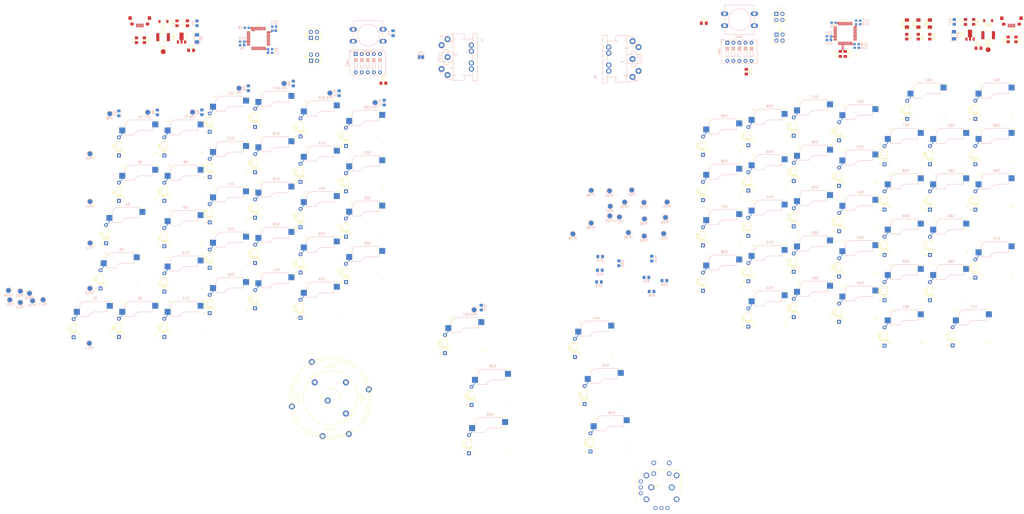
<source format=kicad_pcb>
(kicad_pcb (version 20171130) (host pcbnew "(5.1.9)-1")
  (layers (0 F.Cu signal) (31 B.Cu signal) (34 B.Paste user) (35 F.Paste user) (36 B.SilkS user) (37 F.SilkS user) (38 B.Mask user) (39 F.Mask user) (44 Edge.Cuts user))
  (net 0 "")
  (net 1 "Net-(D1-Pad2)")
  (net 2 "Net-(D3-Pad2)")
  (net 3 "Net-(D4-Pad2)")
  (net 4 "Net-(D5-Pad2)")
  (net 5 "Net-(D6-Pad2)")
  (net 6 "Net-(D7-Pad2)")
  (net 7 "Net-(D8-Pad2)")
  (net 8 "Net-(D9-Pad2)")
  (net 9 "Net-(D10-Pad2)")
  (net 10 "Net-(D11-Pad2)")
  (net 11 "Net-(D12-Pad2)")
  (net 12 "Net-(D13-Pad2)")
  (net 13 "Net-(D14-Pad2)")
  (net 14 "Net-(D15-Pad2)")
  (net 15 "Net-(D16-Pad2)")
  (net 16 "Net-(D17-Pad2)")
  (net 17 "Net-(D18-Pad2)")
  (net 18 "Net-(D19-Pad2)")
  (net 19 "Net-(D20-Pad2)")
  (net 20 "Net-(D21-Pad2)")
  (net 21 "Net-(D22-Pad2)")
  (net 22 "Net-(D23-Pad2)")
  (net 23 "Net-(D24-Pad2)")
  (net 24 "Net-(D25-Pad2)")
  (net 25 "Net-(D26-Pad2)")
  (net 26 "Net-(D27-Pad2)")
  (net 27 "Net-(D28-Pad2)")
  (net 28 "Net-(D29-Pad2)")
  (net 29 "Net-(D30-Pad2)")
  (net 30 "Net-(D31-Pad2)")
  (net 31 "Net-(D32-Pad2)")
  (net 32 "Net-(D33-Pad2)")
  (net 33 "Net-(D34-Pad2)")
  (net 34 "Net-(D35-Pad2)")
  (net 35 "Net-(D36-Pad2)")
  (net 36 "Net-(D52-Pad2)")
  (net 37 "Net-(D53-Pad2)")
  (net 38 "Net-(D54-Pad2)")
  (net 39 GND)
  (net 40 "Net-(C1-Pad1)")
  (net 41 +3V3)
  (net 42 ~RST)
  (net 43 R_PTR_X)
  (net 44 R_PTR_Y)
  (net 45 L_ROW2)
  (net 46 L_ROW3)
  (net 47 L_ROW4)
  (net 48 L_ROW5)
  (net 49 L_ROW1)
  (net 50 R_ROW2)
  (net 51 R_ROW5)
  (net 52 R_ROW3)
  (net 53 R_ROW4)
  (net 54 R_ROW1)
  (net 55 "Net-(D66-Pad2)")
  (net 56 +5V)
  (net 57 L_TX)
  (net 58 L_RX)
  (net 59 R_TX)
  (net 60 R_RX)
  (net 61 L_SWCLK)
  (net 62 L_SWDIO)
  (net 63 R_SWCLK)
  (net 64 R_SWDIO)
  (net 65 L_COL7)
  (net 66 L_BOOT0)
  (net 67 L_USB_D+)
  (net 68 L_USB_D-)
  (net 69 R_USB_D+)
  (net 70 R_USB_D-)
  (net 71 "Net-(R9-Pad2)")
  (net 72 L_COL6)
  (net 73 "Net-(R10-Pad2)")
  (net 74 L_COL5)
  (net 75 "Net-(R11-Pad2)")
  (net 76 L_COL4)
  (net 77 "Net-(R12-Pad2)")
  (net 78 L_COL3)
  (net 79 "Net-(R13-Pad2)")
  (net 80 L_COL2)
  (net 81 L_COL8)
  (net 82 "Net-(R15-Pad2)")
  (net 83 L_COL1)
  (net 84 R_PTR_Z)
  (net 85 R_COL1)
  (net 86 R_COL2)
  (net 87 "Net-(R19-Pad2)")
  (net 88 R_COL8)
  (net 89 R_LED1)
  (net 90 R_LED2)
  (net 91 R_COL3)
  (net 92 R_LED3)
  (net 93 "Net-(R24-Pad2)")
  (net 94 R_COL4)
  (net 95 R_BOOT0)
  (net 96 "Net-(R26-Pad2)")
  (net 97 R_COL5)
  (net 98 R_COL6)
  (net 99 R_COL7)
  (net 100 L_OPT4)
  (net 101 L_OPT3)
  (net 102 L_OPT2)
  (net 103 L_OPT1)
  (net 104 R_OPT4)
  (net 105 R_OPT3)
  (net 106 R_OPT2)
  (net 107 R_OPT1)
  (net 108 L_ENC_A)
  (net 109 L_ENC_B)
  (net 110 L_ENC_BN)
  (net 111 L_ENC_DN)
  (net 112 L_ENC_RT)
  (net 113 L_ENC_UP)
  (net 114 L_ENC_LF)
  (net 115 "Net-(U4-Pad45)")
  (net 116 "Net-(U4-Pad14)")
  (net 117 "Net-(U4-Pad6)")
  (net 118 "Net-(U4-Pad5)")
  (net 119 "Net-(U4-Pad4)")
  (net 120 "Net-(U4-Pad3)")
  (net 121 "Net-(U4-Pad2)")
  (net 122 "Net-(F1-Pad1)")
  (net 123 "Net-(F2-Pad1)")
  (net 124 "Net-(C14-Pad1)")
  (net 125 "Net-(D2-Pad1)")
  (net 126 "Net-(D45-Pad1)")
  (net 127 "Net-(D51-Pad1)")
  (net 128 "Net-(D55-Pad1)")
  (net 129 "Net-(J1-Pad6)")
  (net 130 "Net-(J1-Pad4)")
  (net 131 "Net-(J1-Pad2)")
  (net 132 "Net-(J1-Pad3)")
  (net 133 "Net-(J4-Pad2)")
  (net 134 "Net-(J8-Pad6)")
  (net 135 "Net-(J8-Pad4)")
  (net 136 "Net-(J8-Pad2)")
  (net 137 "Net-(J8-Pad3)")
  (net 138 "Net-(R3-Pad2)")
  (net 139 "Net-(R5-Pad2)")
  (net 140 "Net-(R6-Pad2)")
  (net 141 "Net-(R8-Pad2)")
  (net 142 "Net-(R16-Pad2)")
  (net 143 "Net-(R20-Pad2)")
  (net 144 "Net-(R25-Pad2)")
  (net 145 "Net-(S34-PadD)")
  (net 146 "Net-(S34-PadC)")
  (net 147 "Net-(U1-Pad14)")
  (net 148 "Net-(U1-Pad6)")
  (net 149 "Net-(U1-Pad5)")
  (net 150 "Net-(U1-Pad4)")
  (net 151 "Net-(U1-Pad3)")
  (net 152 "Net-(U1-Pad2)")
  (net 153 "Net-(D76-Pad2)")
  (net 154 "Net-(D77-Pad1)")
  (module LED_SMD:LED_1206_3216Metric_Pad1.42x1.75mm_HandSolder (layer B.Cu) (at 458.144 135.521 90)
    (fp_text reference D77 (at 0 1.82 90) (layer B.SilkS) (effects (justify mirror)))
    (fp_text value RED)
    (pad 2 smd roundrect (at 1.4875 0 90) (size 1.425 1.75) (layers B.Cu B.Paste B.Mask) (roundrect_rratio 0.175439) (net 41 +3V3))
    (pad 1 smd roundrect (at -1.4875 0 90) (size 1.425 1.75) (layers B.Cu B.Paste B.Mask) (roundrect_rratio 0.175439) (net 154 "Net-(D77-Pad1)"))
  )
  (module keyswitches:Kailh_socket_MX_platemount (layer F.Cu) (at 466.504 257.8115)
    (fp_text reference S71 (at 0 -8.255) (layer B.SilkS) (effects (justify mirror)))
    (fp_text value Kailh_Hotplug)
    (pad 1 smd rect (at -7.56 -2.54) (size 2.55 2.5) (layers B.Cu B.Paste B.Mask) (net 153 "Net-(D76-Pad2)"))
    (pad "" np_thru_hole circle (at 0 0) (size 3.9878 3.9878) (drill 3.9878) (layers *.Cu *.Mask))
    (pad "" np_thru_hole circle (at -3.81 -2.54) (size 3 3) (drill 3) (layers *.Cu *.Mask))
    (pad "" np_thru_hole circle (at 2.54 -5.08) (size 3 3) (drill 3) (layers *.Cu *.Mask))
    (pad 2 smd rect (at 6.29 -5.08) (size 2.55 2.5) (layers B.Cu B.Paste B.Mask) (net 96 "Net-(R26-Pad2)"))
  )
  (module Diode_THT:D_DO-35_SOD27_P7.62mm_Horizontal (layer F.Cu) (at 457.6106 265.823 90)
    (fp_text reference D76 (at 3.81 -2.12 270) (layer F.SilkS))
    (fp_text value 1N4148)
    (fp_text user K (at 0 -1.8 270) (layer F.SilkS))
    (pad 2 thru_hole oval (at 7.62 0 90) (size 1.6 1.6) (drill 0.8) (layers *.Cu *.Mask) (net 153 "Net-(D76-Pad2)"))
    (pad 1 thru_hole rect (at 0 0 90) (size 1.6 1.6) (drill 0.8) (layers *.Cu *.Mask) (net 51 R_ROW5))
  )
  (module keyswitches:Kailh_socket_MX_platemount (layer F.Cu) (at 456.979 238.7615)
    (fp_text reference S66 (at 0 -8.255) (layer B.SilkS) (effects (justify mirror)))
    (fp_text value Kailh_Hotplug)
    (pad 2 smd rect (at 6.29 -5.08) (size 2.55 2.5) (layers B.Cu B.Paste B.Mask) (net 79 "Net-(R13-Pad2)"))
    (pad "" np_thru_hole circle (at 2.54 -5.08) (size 3 3) (drill 3) (layers *.Cu *.Mask))
    (pad "" np_thru_hole circle (at -3.81 -2.54) (size 3 3) (drill 3) (layers *.Cu *.Mask))
    (pad "" np_thru_hole circle (at 0 0) (size 3.9878 3.9878) (drill 3.9878) (layers *.Cu *.Mask))
    (pad 1 smd rect (at -7.56 -2.54) (size 2.55 2.5) (layers B.Cu B.Paste B.Mask) (net 35 "Net-(D36-Pad2)"))
  )
  (module Diode_THT:D_DO-35_SOD27_P7.62mm_Horizontal (layer F.Cu) (at 448.051 246.8525 90)
    (fp_text reference D71 (at 3.81 -2.12 90) (layer F.SilkS))
    (fp_text value 1N4148)
    (fp_text user K (at 0 -1.8 90) (layer F.SilkS))
    (pad 1 thru_hole rect (at 0 0 90) (size 1.6 1.6) (drill 0.8) (layers *.Cu *.Mask) (net 50 R_ROW2))
    (pad 2 thru_hole oval (at 7.62 0 90) (size 1.6 1.6) (drill 0.8) (layers *.Cu *.Mask) (net 35 "Net-(D36-Pad2)"))
  )
  (module Diode_THT:D_DO-35_SOD27_P7.62mm_Horizontal (layer F.Cu) (at 429.001 265.9025 90)
    (fp_text reference D65 (at 3.81 -2.12 90) (layer F.SilkS))
    (fp_text value 1N4148)
    (fp_text user K (at 0 -1.8 90) (layer F.SilkS))
    (pad 1 thru_hole rect (at 0 0 90) (size 1.6 1.6) (drill 0.8) (layers *.Cu *.Mask) (net 50 R_ROW2))
    (pad 2 thru_hole oval (at 7.62 0 90) (size 1.6 1.6) (drill 0.8) (layers *.Cu *.Mask) (net 35 "Net-(D36-Pad2)"))
  )
  (module Diode_THT:D_DO-35_SOD27_P7.62mm_Horizontal (layer F.Cu) (at 409.951 255.9025 90)
    (fp_text reference D60 (at 3.81 -2.12 90) (layer F.SilkS))
    (fp_text value 1N4148)
    (fp_text user K (at 0 -1.8 90) (layer F.SilkS))
    (pad 1 thru_hole rect (at 0 0 90) (size 1.6 1.6) (drill 0.8) (layers *.Cu *.Mask) (net 50 R_ROW2))
    (pad 2 thru_hole oval (at 7.62 0 90) (size 1.6 1.6) (drill 0.8) (layers *.Cu *.Mask) (net 35 "Net-(D36-Pad2)"))
  )
  (module Diode_THT:D_DO-35_SOD27_P7.62mm_Horizontal (layer F.Cu) (at 390.901 253.9025 90)
    (fp_text reference D50 (at 3.81 -2.12 90) (layer F.SilkS))
    (fp_text value 1N4148)
    (fp_text user K (at 0 -1.8 90) (layer F.SilkS))
    (pad 1 thru_hole rect (at 0 0 90) (size 1.6 1.6) (drill 0.8) (layers *.Cu *.Mask) (net 50 R_ROW2))
    (pad 2 thru_hole oval (at 7.62 0 90) (size 1.6 1.6) (drill 0.8) (layers *.Cu *.Mask) (net 35 "Net-(D36-Pad2)"))
  )
  (module Diode_THT:D_DO-35_SOD27_P7.62mm_Horizontal (layer F.Cu) (at 371.851 257.9025 90)
    (fp_text reference D44 (at 3.81 -2.12 90) (layer F.SilkS))
    (fp_text value 1N4148)
    (fp_text user K (at 0 -1.8 90) (layer F.SilkS))
    (pad 1 thru_hole rect (at 0 0 90) (size 1.6 1.6) (drill 0.8) (layers *.Cu *.Mask) (net 50 R_ROW2))
    (pad 2 thru_hole oval (at 7.62 0 90) (size 1.6 1.6) (drill 0.8) (layers *.Cu *.Mask) (net 35 "Net-(D36-Pad2)"))
  )
  (module Diode_THT:D_DO-35_SOD27_P7.62mm_Horizontal (layer F.Cu) (at 467.101 237.3275 90)
    (fp_text reference D75 (at 3.81 -2.12 90) (layer F.SilkS))
    (fp_text value 1N4148)
    (fp_text user K (at 0 -1.8 90) (layer F.SilkS))
    (pad 1 thru_hole rect (at 0 0 90) (size 1.6 1.6) (drill 0.8) (layers *.Cu *.Mask) (net 50 R_ROW2))
    (pad 2 thru_hole oval (at 7.62 0 90) (size 1.6 1.6) (drill 0.8) (layers *.Cu *.Mask) (net 35 "Net-(D36-Pad2)"))
  )
  (module Diode_THT:D_DO-35_SOD27_P7.62mm_Horizontal (layer F.Cu) (at 448.051 227.8025 90)
    (fp_text reference D70 (at 3.81 -2.12 90) (layer F.SilkS))
    (fp_text value 1N4148)
    (fp_text user K (at 0 -1.8 90) (layer F.SilkS))
    (pad 1 thru_hole rect (at 0 0 90) (size 1.6 1.6) (drill 0.8) (layers *.Cu *.Mask) (net 50 R_ROW2))
    (pad 2 thru_hole oval (at 7.62 0 90) (size 1.6 1.6) (drill 0.8) (layers *.Cu *.Mask) (net 35 "Net-(D36-Pad2)"))
  )
  (module Diode_THT:D_DO-35_SOD27_P7.62mm_Horizontal (layer F.Cu) (at 429.001 246.8525 90)
    (fp_text reference D64 (at 3.81 -2.12 90) (layer F.SilkS))
    (fp_text value 1N4148)
    (fp_text user K (at 0 -1.8 90) (layer F.SilkS))
    (pad 1 thru_hole rect (at 0 0 90) (size 1.6 1.6) (drill 0.8) (layers *.Cu *.Mask) (net 50 R_ROW2))
    (pad 2 thru_hole oval (at 7.62 0 90) (size 1.6 1.6) (drill 0.8) (layers *.Cu *.Mask) (net 35 "Net-(D36-Pad2)"))
  )
  (module Diode_THT:D_DO-35_SOD27_P7.62mm_Horizontal (layer F.Cu) (at 409.951 236.8525 90)
    (fp_text reference D59 (at 3.81 -2.12 90) (layer F.SilkS))
    (fp_text value 1N4148)
    (fp_text user K (at 0 -1.8 90) (layer F.SilkS))
    (pad 1 thru_hole rect (at 0 0 90) (size 1.6 1.6) (drill 0.8) (layers *.Cu *.Mask) (net 50 R_ROW2))
    (pad 2 thru_hole oval (at 7.62 0 90) (size 1.6 1.6) (drill 0.8) (layers *.Cu *.Mask) (net 35 "Net-(D36-Pad2)"))
  )
  (module Diode_THT:D_DO-35_SOD27_P7.62mm_Horizontal (layer F.Cu) (at 390.901 234.8525 90)
    (fp_text reference D49 (at 3.81 -2.12 90) (layer F.SilkS))
    (fp_text value 1N4148)
    (fp_text user K (at 0 -1.8 90) (layer F.SilkS))
    (pad 1 thru_hole rect (at 0 0 90) (size 1.6 1.6) (drill 0.8) (layers *.Cu *.Mask) (net 50 R_ROW2))
    (pad 2 thru_hole oval (at 7.62 0 90) (size 1.6 1.6) (drill 0.8) (layers *.Cu *.Mask) (net 35 "Net-(D36-Pad2)"))
  )
  (module Diode_THT:D_DO-35_SOD27_P7.62mm_Horizontal (layer F.Cu) (at 371.851 238.8525 90)
    (fp_text reference D43 (at 3.81 -2.12 90) (layer F.SilkS))
    (fp_text value 1N4148)
    (fp_text user K (at 0 -1.8 90) (layer F.SilkS))
    (pad 1 thru_hole rect (at 0 0 90) (size 1.6 1.6) (drill 0.8) (layers *.Cu *.Mask) (net 50 R_ROW2))
    (pad 2 thru_hole oval (at 7.62 0 90) (size 1.6 1.6) (drill 0.8) (layers *.Cu *.Mask) (net 35 "Net-(D36-Pad2)"))
  )
  (module Diode_THT:D_DO-35_SOD27_P7.62mm_Horizontal (layer F.Cu) (at 352.801 242.8525 90)
    (fp_text reference D39 (at 3.81 -2.12 90) (layer F.SilkS))
    (fp_text value 1N4148)
    (fp_text user K (at 0 -1.8 90) (layer F.SilkS))
    (pad 1 thru_hole rect (at 0 0 90) (size 1.6 1.6) (drill 0.8) (layers *.Cu *.Mask) (net 50 R_ROW2))
    (pad 2 thru_hole oval (at 7.62 0 90) (size 1.6 1.6) (drill 0.8) (layers *.Cu *.Mask) (net 35 "Net-(D36-Pad2)"))
  )
  (module Diode_THT:D_DO-35_SOD27_P7.62mm_Horizontal (layer F.Cu) (at 467.101 208.7525 90)
    (fp_text reference D74 (at 3.81 -2.12 90) (layer F.SilkS))
    (fp_text value 1N4148)
    (fp_text user K (at 0 -1.8 90) (layer F.SilkS))
    (pad 1 thru_hole rect (at 0 0 90) (size 1.6 1.6) (drill 0.8) (layers *.Cu *.Mask) (net 50 R_ROW2))
    (pad 2 thru_hole oval (at 7.62 0 90) (size 1.6 1.6) (drill 0.8) (layers *.Cu *.Mask) (net 35 "Net-(D36-Pad2)"))
  )
  (module Diode_THT:D_DO-35_SOD27_P7.62mm_Horizontal (layer F.Cu) (at 448.051 208.7525 90)
    (fp_text reference D69 (at 3.81 -2.12 90) (layer F.SilkS))
    (fp_text value 1N4148)
    (fp_text user K (at 0 -1.8 90) (layer F.SilkS))
    (pad 1 thru_hole rect (at 0 0 90) (size 1.6 1.6) (drill 0.8) (layers *.Cu *.Mask) (net 50 R_ROW2))
    (pad 2 thru_hole oval (at 7.62 0 90) (size 1.6 1.6) (drill 0.8) (layers *.Cu *.Mask) (net 35 "Net-(D36-Pad2)"))
  )
  (module Diode_THT:D_DO-35_SOD27_P7.62mm_Horizontal (layer F.Cu) (at 429.001 227.8025 90)
    (fp_text reference D63 (at 3.81 -2.12 90) (layer F.SilkS))
    (fp_text value 1N4148)
    (fp_text user K (at 0 -1.8 90) (layer F.SilkS))
    (pad 1 thru_hole rect (at 0 0 90) (size 1.6 1.6) (drill 0.8) (layers *.Cu *.Mask) (net 50 R_ROW2))
    (pad 2 thru_hole oval (at 7.62 0 90) (size 1.6 1.6) (drill 0.8) (layers *.Cu *.Mask) (net 35 "Net-(D36-Pad2)"))
  )
  (module Diode_THT:D_DO-35_SOD27_P7.62mm_Horizontal (layer F.Cu) (at 409.951 217.8025 90)
    (fp_text reference D58 (at 3.81 -2.12 90) (layer F.SilkS))
    (fp_text value 1N4148)
    (fp_text user K (at 0 -1.8 90) (layer F.SilkS))
    (pad 1 thru_hole rect (at 0 0 90) (size 1.6 1.6) (drill 0.8) (layers *.Cu *.Mask) (net 50 R_ROW2))
    (pad 2 thru_hole oval (at 7.62 0 90) (size 1.6 1.6) (drill 0.8) (layers *.Cu *.Mask) (net 35 "Net-(D36-Pad2)"))
  )
  (module Diode_THT:D_DO-35_SOD27_P7.62mm_Horizontal (layer F.Cu) (at 390.901 215.8025 90)
    (fp_text reference D48 (at 3.81 -2.12 90) (layer F.SilkS))
    (fp_text value 1N4148)
    (fp_text user K (at 0 -1.8 90) (layer F.SilkS))
    (pad 1 thru_hole rect (at 0 0 90) (size 1.6 1.6) (drill 0.8) (layers *.Cu *.Mask) (net 50 R_ROW2))
    (pad 2 thru_hole oval (at 7.62 0 90) (size 1.6 1.6) (drill 0.8) (layers *.Cu *.Mask) (net 35 "Net-(D36-Pad2)"))
  )
  (module Diode_THT:D_DO-35_SOD27_P7.62mm_Horizontal (layer F.Cu) (at 371.851 219.8025 90)
    (fp_text reference D42 (at 3.81 -2.12 90) (layer F.SilkS))
    (fp_text value 1N4148)
    (fp_text user K (at 0 -1.8 90) (layer F.SilkS))
    (pad 1 thru_hole rect (at 0 0 90) (size 1.6 1.6) (drill 0.8) (layers *.Cu *.Mask) (net 50 R_ROW2))
    (pad 2 thru_hole oval (at 7.62 0 90) (size 1.6 1.6) (drill 0.8) (layers *.Cu *.Mask) (net 35 "Net-(D36-Pad2)"))
  )
  (module Diode_THT:D_DO-35_SOD27_P7.62mm_Horizontal (layer F.Cu) (at 352.801 223.8025 90)
    (fp_text reference D38 (at 3.81 -2.12 90) (layer F.SilkS))
    (fp_text value 1N4148)
    (fp_text user K (at 0 -1.8 90) (layer F.SilkS))
    (pad 1 thru_hole rect (at 0 0 90) (size 1.6 1.6) (drill 0.8) (layers *.Cu *.Mask) (net 50 R_ROW2))
    (pad 2 thru_hole oval (at 7.62 0 90) (size 1.6 1.6) (drill 0.8) (layers *.Cu *.Mask) (net 35 "Net-(D36-Pad2)"))
  )
  (module Diode_THT:D_DO-35_SOD27_P7.62mm_Horizontal (layer F.Cu) (at 467.101 189.7025 90)
    (fp_text reference D73 (at 3.81 -2.12 90) (layer F.SilkS))
    (fp_text value 1N4148)
    (fp_text user K (at 0 -1.8 90) (layer F.SilkS))
    (pad 1 thru_hole rect (at 0 0 90) (size 1.6 1.6) (drill 0.8) (layers *.Cu *.Mask) (net 50 R_ROW2))
    (pad 2 thru_hole oval (at 7.62 0 90) (size 1.6 1.6) (drill 0.8) (layers *.Cu *.Mask) (net 35 "Net-(D36-Pad2)"))
  )
  (module Diode_THT:D_DO-35_SOD27_P7.62mm_Horizontal (layer F.Cu) (at 448.051 189.7025 90)
    (fp_text reference D68 (at 3.81 -2.12 90) (layer F.SilkS))
    (fp_text value 1N4148)
    (fp_text user K (at 0 -1.8 90) (layer F.SilkS))
    (pad 1 thru_hole rect (at 0 0 90) (size 1.6 1.6) (drill 0.8) (layers *.Cu *.Mask) (net 50 R_ROW2))
    (pad 2 thru_hole oval (at 7.62 0 90) (size 1.6 1.6) (drill 0.8) (layers *.Cu *.Mask) (net 35 "Net-(D36-Pad2)"))
  )
  (module Diode_THT:D_DO-35_SOD27_P7.62mm_Horizontal (layer F.Cu) (at 429.001 208.7525 90)
    (fp_text reference D62 (at 3.81 -2.12 90) (layer F.SilkS))
    (fp_text value 1N4148)
    (fp_text user K (at 0 -1.8 90) (layer F.SilkS))
    (pad 1 thru_hole rect (at 0 0 90) (size 1.6 1.6) (drill 0.8) (layers *.Cu *.Mask) (net 50 R_ROW2))
    (pad 2 thru_hole oval (at 7.62 0 90) (size 1.6 1.6) (drill 0.8) (layers *.Cu *.Mask) (net 35 "Net-(D36-Pad2)"))
  )
  (module Diode_THT:D_DO-35_SOD27_P7.62mm_Horizontal (layer F.Cu) (at 409.951 198.7525 90)
    (fp_text reference D57 (at 3.81 -2.12 90) (layer F.SilkS))
    (fp_text value 1N4148)
    (fp_text user K (at 0 -1.8 90) (layer F.SilkS))
    (pad 1 thru_hole rect (at 0 0 90) (size 1.6 1.6) (drill 0.8) (layers *.Cu *.Mask) (net 50 R_ROW2))
    (pad 2 thru_hole oval (at 7.62 0 90) (size 1.6 1.6) (drill 0.8) (layers *.Cu *.Mask) (net 35 "Net-(D36-Pad2)"))
  )
  (module Diode_THT:D_DO-35_SOD27_P7.62mm_Horizontal (layer F.Cu) (at 390.901 196.7525 90)
    (fp_text reference D47 (at 3.81 -2.12 90) (layer F.SilkS))
    (fp_text value 1N4148)
    (fp_text user K (at 0 -1.8 90) (layer F.SilkS))
    (pad 1 thru_hole rect (at 0 0 90) (size 1.6 1.6) (drill 0.8) (layers *.Cu *.Mask) (net 50 R_ROW2))
    (pad 2 thru_hole oval (at 7.62 0 90) (size 1.6 1.6) (drill 0.8) (layers *.Cu *.Mask) (net 35 "Net-(D36-Pad2)"))
  )
  (module Diode_THT:D_DO-35_SOD27_P7.62mm_Horizontal (layer F.Cu) (at 371.851 200.7525 90)
    (fp_text reference D41 (at 3.81 -2.12 90) (layer F.SilkS))
    (fp_text value 1N4148)
    (fp_text user K (at 0 -1.8 90) (layer F.SilkS))
    (pad 1 thru_hole rect (at 0 0 90) (size 1.6 1.6) (drill 0.8) (layers *.Cu *.Mask) (net 50 R_ROW2))
    (pad 2 thru_hole oval (at 7.62 0 90) (size 1.6 1.6) (drill 0.8) (layers *.Cu *.Mask) (net 35 "Net-(D36-Pad2)"))
  )
  (module Diode_THT:D_DO-35_SOD27_P7.62mm_Horizontal (layer F.Cu) (at 352.801 204.7525 90)
    (fp_text reference D37 (at 3.81 -2.12 90) (layer F.SilkS))
    (fp_text value 1N4148)
    (fp_text user K (at 0 -1.8 90) (layer F.SilkS))
    (pad 1 thru_hole rect (at 0 0 90) (size 1.6 1.6) (drill 0.8) (layers *.Cu *.Mask) (net 50 R_ROW2))
    (pad 2 thru_hole oval (at 7.62 0 90) (size 1.6 1.6) (drill 0.8) (layers *.Cu *.Mask) (net 35 "Net-(D36-Pad2)"))
  )
  (module Diode_THT:D_DO-35_SOD27_P7.62mm_Horizontal (layer F.Cu) (at 467.101 170.6525 90)
    (fp_text reference D72 (at 3.81 -2.12 90) (layer F.SilkS))
    (fp_text value 1N4148)
    (fp_text user K (at 0 -1.8 90) (layer F.SilkS))
    (pad 1 thru_hole rect (at 0 0 90) (size 1.6 1.6) (drill 0.8) (layers *.Cu *.Mask) (net 50 R_ROW2))
    (pad 2 thru_hole oval (at 7.62 0 90) (size 1.6 1.6) (drill 0.8) (layers *.Cu *.Mask) (net 35 "Net-(D36-Pad2)"))
  )
  (module Diode_THT:D_DO-35_SOD27_P7.62mm_Horizontal (layer F.Cu) (at 438.526 170.6525 90)
    (fp_text reference D67 (at 3.81 -2.12 90) (layer F.SilkS))
    (fp_text value 1N4148)
    (fp_text user K (at 0 -1.8 90) (layer F.SilkS))
    (pad 1 thru_hole rect (at 0 0 90) (size 1.6 1.6) (drill 0.8) (layers *.Cu *.Mask) (net 50 R_ROW2))
    (pad 2 thru_hole oval (at 7.62 0 90) (size 1.6 1.6) (drill 0.8) (layers *.Cu *.Mask) (net 35 "Net-(D36-Pad2)"))
  )
  (module Diode_THT:D_DO-35_SOD27_P7.62mm_Horizontal (layer F.Cu) (at 429.001 189.7025 90)
    (fp_text reference D61 (at 3.81 -2.12 90) (layer F.SilkS))
    (fp_text value 1N4148)
    (fp_text user K (at 0 -1.8 90) (layer F.SilkS))
    (pad 1 thru_hole rect (at 0 0 90) (size 1.6 1.6) (drill 0.8) (layers *.Cu *.Mask) (net 50 R_ROW2))
    (pad 2 thru_hole oval (at 7.62 0 90) (size 1.6 1.6) (drill 0.8) (layers *.Cu *.Mask) (net 35 "Net-(D36-Pad2)"))
  )
  (module Diode_THT:D_DO-35_SOD27_P7.62mm_Horizontal (layer F.Cu) (at 409.951 179.7025 90)
    (fp_text reference D56 (at 3.81 -2.12 90) (layer F.SilkS))
    (fp_text value 1N4148)
    (fp_text user K (at 0 -1.8 90) (layer F.SilkS))
    (pad 1 thru_hole rect (at 0 0 90) (size 1.6 1.6) (drill 0.8) (layers *.Cu *.Mask) (net 50 R_ROW2))
    (pad 2 thru_hole oval (at 7.62 0 90) (size 1.6 1.6) (drill 0.8) (layers *.Cu *.Mask) (net 35 "Net-(D36-Pad2)"))
  )
  (module Diode_THT:D_DO-35_SOD27_P7.62mm_Horizontal (layer F.Cu) (at 390.901 177.7025 90)
    (fp_text reference D46 (at 3.81 -2.12 90) (layer F.SilkS))
    (fp_text value 1N4148)
    (fp_text user K (at 0 -1.8 90) (layer F.SilkS))
    (pad 1 thru_hole rect (at 0 0 90) (size 1.6 1.6) (drill 0.8) (layers *.Cu *.Mask) (net 50 R_ROW2))
    (pad 2 thru_hole oval (at 7.62 0 90) (size 1.6 1.6) (drill 0.8) (layers *.Cu *.Mask) (net 35 "Net-(D36-Pad2)"))
  )
  (module Diode_THT:D_DO-35_SOD27_P7.62mm_Horizontal (layer F.Cu) (at 371.851 181.7025 90)
    (fp_text reference D40 (at 3.81 -2.12 90) (layer F.SilkS))
    (fp_text value 1N4148)
    (fp_text user K (at 0 -1.8 90) (layer F.SilkS))
    (pad 1 thru_hole rect (at 0 0 90) (size 1.6 1.6) (drill 0.8) (layers *.Cu *.Mask) (net 50 R_ROW2))
    (pad 2 thru_hole oval (at 7.62 0 90) (size 1.6 1.6) (drill 0.8) (layers *.Cu *.Mask) (net 35 "Net-(D36-Pad2)"))
  )
  (module keyswitches:Kailh_socket_MX_platemount (layer F.Cu) (at 437.929 257.8115)
    (fp_text reference S61 (at 0 -8.255) (layer B.SilkS) (effects (justify mirror)))
    (fp_text value Kailh_Hotplug)
    (pad 2 smd rect (at 6.29 -5.08) (size 2.55 2.5) (layers B.Cu B.Paste B.Mask) (net 79 "Net-(R13-Pad2)"))
    (pad "" np_thru_hole circle (at 2.54 -5.08) (size 3 3) (drill 3) (layers *.Cu *.Mask))
    (pad "" np_thru_hole circle (at -3.81 -2.54) (size 3 3) (drill 3) (layers *.Cu *.Mask))
    (pad "" np_thru_hole circle (at 0 0) (size 3.9878 3.9878) (drill 3.9878) (layers *.Cu *.Mask))
    (pad 1 smd rect (at -7.56 -2.54) (size 2.55 2.5) (layers B.Cu B.Paste B.Mask) (net 35 "Net-(D36-Pad2)"))
  )
  (module keyswitches:Kailh_socket_MX_platemount (layer F.Cu) (at 418.879 247.8115)
    (fp_text reference S56 (at 0 -8.255) (layer B.SilkS) (effects (justify mirror)))
    (fp_text value Kailh_Hotplug)
    (pad 2 smd rect (at 6.29 -5.08) (size 2.55 2.5) (layers B.Cu B.Paste B.Mask) (net 79 "Net-(R13-Pad2)"))
    (pad "" np_thru_hole circle (at 2.54 -5.08) (size 3 3) (drill 3) (layers *.Cu *.Mask))
    (pad "" np_thru_hole circle (at -3.81 -2.54) (size 3 3) (drill 3) (layers *.Cu *.Mask))
    (pad "" np_thru_hole circle (at 0 0) (size 3.9878 3.9878) (drill 3.9878) (layers *.Cu *.Mask))
    (pad 1 smd rect (at -7.56 -2.54) (size 2.55 2.5) (layers B.Cu B.Paste B.Mask) (net 35 "Net-(D36-Pad2)"))
  )
  (module keyswitches:Kailh_socket_MX_platemount (layer F.Cu) (at 399.829 245.8115)
    (fp_text reference S51 (at 0 -8.255) (layer B.SilkS) (effects (justify mirror)))
    (fp_text value Kailh_Hotplug)
    (pad 2 smd rect (at 6.29 -5.08) (size 2.55 2.5) (layers B.Cu B.Paste B.Mask) (net 79 "Net-(R13-Pad2)"))
    (pad "" np_thru_hole circle (at 2.54 -5.08) (size 3 3) (drill 3) (layers *.Cu *.Mask))
    (pad "" np_thru_hole circle (at -3.81 -2.54) (size 3 3) (drill 3) (layers *.Cu *.Mask))
    (pad "" np_thru_hole circle (at 0 0) (size 3.9878 3.9878) (drill 3.9878) (layers *.Cu *.Mask))
    (pad 1 smd rect (at -7.56 -2.54) (size 2.55 2.5) (layers B.Cu B.Paste B.Mask) (net 35 "Net-(D36-Pad2)"))
  )
  (module keyswitches:Kailh_socket_MX_platemount (layer F.Cu) (at 380.779 249.8115)
    (fp_text reference S43 (at 0 -8.255) (layer B.SilkS) (effects (justify mirror)))
    (fp_text value Kailh_Hotplug)
    (pad 2 smd rect (at 6.29 -5.08) (size 2.55 2.5) (layers B.Cu B.Paste B.Mask) (net 79 "Net-(R13-Pad2)"))
    (pad "" np_thru_hole circle (at 2.54 -5.08) (size 3 3) (drill 3) (layers *.Cu *.Mask))
    (pad "" np_thru_hole circle (at -3.81 -2.54) (size 3 3) (drill 3) (layers *.Cu *.Mask))
    (pad "" np_thru_hole circle (at 0 0) (size 3.9878 3.9878) (drill 3.9878) (layers *.Cu *.Mask))
    (pad 1 smd rect (at -7.56 -2.54) (size 2.55 2.5) (layers B.Cu B.Paste B.Mask) (net 35 "Net-(D36-Pad2)"))
  )
  (module keyswitches:Kailh_socket_MX_platemount (layer F.Cu) (at 476.029 229.2365)
    (fp_text reference S70 (at 0 -8.255) (layer B.SilkS) (effects (justify mirror)))
    (fp_text value Kailh_Hotplug)
    (pad 2 smd rect (at 6.29 -5.08) (size 2.55 2.5) (layers B.Cu B.Paste B.Mask) (net 79 "Net-(R13-Pad2)"))
    (pad "" np_thru_hole circle (at 2.54 -5.08) (size 3 3) (drill 3) (layers *.Cu *.Mask))
    (pad "" np_thru_hole circle (at -3.81 -2.54) (size 3 3) (drill 3) (layers *.Cu *.Mask))
    (pad "" np_thru_hole circle (at 0 0) (size 3.9878 3.9878) (drill 3.9878) (layers *.Cu *.Mask))
    (pad 1 smd rect (at -7.56 -2.54) (size 2.55 2.5) (layers B.Cu B.Paste B.Mask) (net 35 "Net-(D36-Pad2)"))
  )
  (module keyswitches:Kailh_socket_MX_platemount (layer F.Cu) (at 456.979 219.7115)
    (fp_text reference S65 (at 0 -8.255) (layer B.SilkS) (effects (justify mirror)))
    (fp_text value Kailh_Hotplug)
    (pad 2 smd rect (at 6.29 -5.08) (size 2.55 2.5) (layers B.Cu B.Paste B.Mask) (net 79 "Net-(R13-Pad2)"))
    (pad "" np_thru_hole circle (at 2.54 -5.08) (size 3 3) (drill 3) (layers *.Cu *.Mask))
    (pad "" np_thru_hole circle (at -3.81 -2.54) (size 3 3) (drill 3) (layers *.Cu *.Mask))
    (pad "" np_thru_hole circle (at 0 0) (size 3.9878 3.9878) (drill 3.9878) (layers *.Cu *.Mask))
    (pad 1 smd rect (at -7.56 -2.54) (size 2.55 2.5) (layers B.Cu B.Paste B.Mask) (net 35 "Net-(D36-Pad2)"))
  )
  (module keyswitches:Kailh_socket_MX_platemount (layer F.Cu) (at 437.929 238.7615)
    (fp_text reference S60 (at 0 -8.255) (layer B.SilkS) (effects (justify mirror)))
    (fp_text value Kailh_Hotplug)
    (pad 2 smd rect (at 6.29 -5.08) (size 2.55 2.5) (layers B.Cu B.Paste B.Mask) (net 79 "Net-(R13-Pad2)"))
    (pad "" np_thru_hole circle (at 2.54 -5.08) (size 3 3) (drill 3) (layers *.Cu *.Mask))
    (pad "" np_thru_hole circle (at -3.81 -2.54) (size 3 3) (drill 3) (layers *.Cu *.Mask))
    (pad "" np_thru_hole circle (at 0 0) (size 3.9878 3.9878) (drill 3.9878) (layers *.Cu *.Mask))
    (pad 1 smd rect (at -7.56 -2.54) (size 2.55 2.5) (layers B.Cu B.Paste B.Mask) (net 35 "Net-(D36-Pad2)"))
  )
  (module keyswitches:Kailh_socket_MX_platemount (layer F.Cu) (at 418.879 228.7615)
    (fp_text reference S55 (at 0 -8.255) (layer B.SilkS) (effects (justify mirror)))
    (fp_text value Kailh_Hotplug)
    (pad 2 smd rect (at 6.29 -5.08) (size 2.55 2.5) (layers B.Cu B.Paste B.Mask) (net 79 "Net-(R13-Pad2)"))
    (pad "" np_thru_hole circle (at 2.54 -5.08) (size 3 3) (drill 3) (layers *.Cu *.Mask))
    (pad "" np_thru_hole circle (at -3.81 -2.54) (size 3 3) (drill 3) (layers *.Cu *.Mask))
    (pad "" np_thru_hole circle (at 0 0) (size 3.9878 3.9878) (drill 3.9878) (layers *.Cu *.Mask))
    (pad 1 smd rect (at -7.56 -2.54) (size 2.55 2.5) (layers B.Cu B.Paste B.Mask) (net 35 "Net-(D36-Pad2)"))
  )
  (module keyswitches:Kailh_socket_MX_platemount (layer F.Cu) (at 399.829 226.7615)
    (fp_text reference S50 (at 0 -8.255) (layer B.SilkS) (effects (justify mirror)))
    (fp_text value Kailh_Hotplug)
    (pad 2 smd rect (at 6.29 -5.08) (size 2.55 2.5) (layers B.Cu B.Paste B.Mask) (net 79 "Net-(R13-Pad2)"))
    (pad "" np_thru_hole circle (at 2.54 -5.08) (size 3 3) (drill 3) (layers *.Cu *.Mask))
    (pad "" np_thru_hole circle (at -3.81 -2.54) (size 3 3) (drill 3) (layers *.Cu *.Mask))
    (pad "" np_thru_hole circle (at 0 0) (size 3.9878 3.9878) (drill 3.9878) (layers *.Cu *.Mask))
    (pad 1 smd rect (at -7.56 -2.54) (size 2.55 2.5) (layers B.Cu B.Paste B.Mask) (net 35 "Net-(D36-Pad2)"))
  )
  (module keyswitches:Kailh_socket_MX_platemount (layer F.Cu) (at 380.779 230.7615)
    (fp_text reference S42 (at 0 -8.255) (layer B.SilkS) (effects (justify mirror)))
    (fp_text value Kailh_Hotplug)
    (pad 2 smd rect (at 6.29 -5.08) (size 2.55 2.5) (layers B.Cu B.Paste B.Mask) (net 79 "Net-(R13-Pad2)"))
    (pad "" np_thru_hole circle (at 2.54 -5.08) (size 3 3) (drill 3) (layers *.Cu *.Mask))
    (pad "" np_thru_hole circle (at -3.81 -2.54) (size 3 3) (drill 3) (layers *.Cu *.Mask))
    (pad "" np_thru_hole circle (at 0 0) (size 3.9878 3.9878) (drill 3.9878) (layers *.Cu *.Mask))
    (pad 1 smd rect (at -7.56 -2.54) (size 2.55 2.5) (layers B.Cu B.Paste B.Mask) (net 35 "Net-(D36-Pad2)"))
  )
  (module keyswitches:Kailh_socket_MX_platemount (layer F.Cu) (at 361.729 234.7615)
    (fp_text reference S38 (at 0 -8.255) (layer B.SilkS) (effects (justify mirror)))
    (fp_text value Kailh_Hotplug)
    (pad 2 smd rect (at 6.29 -5.08) (size 2.55 2.5) (layers B.Cu B.Paste B.Mask) (net 79 "Net-(R13-Pad2)"))
    (pad "" np_thru_hole circle (at 2.54 -5.08) (size 3 3) (drill 3) (layers *.Cu *.Mask))
    (pad "" np_thru_hole circle (at -3.81 -2.54) (size 3 3) (drill 3) (layers *.Cu *.Mask))
    (pad "" np_thru_hole circle (at 0 0) (size 3.9878 3.9878) (drill 3.9878) (layers *.Cu *.Mask))
    (pad 1 smd rect (at -7.56 -2.54) (size 2.55 2.5) (layers B.Cu B.Paste B.Mask) (net 35 "Net-(D36-Pad2)"))
  )
  (module keyswitches:Kailh_socket_MX_platemount (layer F.Cu) (at 476.029 200.6615)
    (fp_text reference S69 (at 0 -8.255) (layer B.SilkS) (effects (justify mirror)))
    (fp_text value Kailh_Hotplug)
    (pad 2 smd rect (at 6.29 -5.08) (size 2.55 2.5) (layers B.Cu B.Paste B.Mask) (net 79 "Net-(R13-Pad2)"))
    (pad "" np_thru_hole circle (at 2.54 -5.08) (size 3 3) (drill 3) (layers *.Cu *.Mask))
    (pad "" np_thru_hole circle (at -3.81 -2.54) (size 3 3) (drill 3) (layers *.Cu *.Mask))
    (pad "" np_thru_hole circle (at 0 0) (size 3.9878 3.9878) (drill 3.9878) (layers *.Cu *.Mask))
    (pad 1 smd rect (at -7.56 -2.54) (size 2.55 2.5) (layers B.Cu B.Paste B.Mask) (net 35 "Net-(D36-Pad2)"))
  )
  (module keyswitches:Kailh_socket_MX_platemount (layer F.Cu) (at 456.979 200.6615)
    (fp_text reference S64 (at 0 -8.255) (layer B.SilkS) (effects (justify mirror)))
    (fp_text value Kailh_Hotplug)
    (pad 2 smd rect (at 6.29 -5.08) (size 2.55 2.5) (layers B.Cu B.Paste B.Mask) (net 79 "Net-(R13-Pad2)"))
    (pad "" np_thru_hole circle (at 2.54 -5.08) (size 3 3) (drill 3) (layers *.Cu *.Mask))
    (pad "" np_thru_hole circle (at -3.81 -2.54) (size 3 3) (drill 3) (layers *.Cu *.Mask))
    (pad "" np_thru_hole circle (at 0 0) (size 3.9878 3.9878) (drill 3.9878) (layers *.Cu *.Mask))
    (pad 1 smd rect (at -7.56 -2.54) (size 2.55 2.5) (layers B.Cu B.Paste B.Mask) (net 35 "Net-(D36-Pad2)"))
  )
  (module keyswitches:Kailh_socket_MX_platemount (layer F.Cu) (at 437.929 219.7115)
    (fp_text reference S59 (at 0 -8.255) (layer B.SilkS) (effects (justify mirror)))
    (fp_text value Kailh_Hotplug)
    (pad 2 smd rect (at 6.29 -5.08) (size 2.55 2.5) (layers B.Cu B.Paste B.Mask) (net 79 "Net-(R13-Pad2)"))
    (pad "" np_thru_hole circle (at 2.54 -5.08) (size 3 3) (drill 3) (layers *.Cu *.Mask))
    (pad "" np_thru_hole circle (at -3.81 -2.54) (size 3 3) (drill 3) (layers *.Cu *.Mask))
    (pad "" np_thru_hole circle (at 0 0) (size 3.9878 3.9878) (drill 3.9878) (layers *.Cu *.Mask))
    (pad 1 smd rect (at -7.56 -2.54) (size 2.55 2.5) (layers B.Cu B.Paste B.Mask) (net 35 "Net-(D36-Pad2)"))
  )
  (module keyswitches:Kailh_socket_MX_platemount (layer F.Cu) (at 418.879 209.7115)
    (fp_text reference S54 (at 0 -8.255) (layer B.SilkS) (effects (justify mirror)))
    (fp_text value Kailh_Hotplug)
    (pad 2 smd rect (at 6.29 -5.08) (size 2.55 2.5) (layers B.Cu B.Paste B.Mask) (net 79 "Net-(R13-Pad2)"))
    (pad "" np_thru_hole circle (at 2.54 -5.08) (size 3 3) (drill 3) (layers *.Cu *.Mask))
    (pad "" np_thru_hole circle (at -3.81 -2.54) (size 3 3) (drill 3) (layers *.Cu *.Mask))
    (pad "" np_thru_hole circle (at 0 0) (size 3.9878 3.9878) (drill 3.9878) (layers *.Cu *.Mask))
    (pad 1 smd rect (at -7.56 -2.54) (size 2.55 2.5) (layers B.Cu B.Paste B.Mask) (net 35 "Net-(D36-Pad2)"))
  )
  (module keyswitches:Kailh_socket_MX_platemount (layer F.Cu) (at 399.829 207.7115)
    (fp_text reference S49 (at 0 -8.255) (layer B.SilkS) (effects (justify mirror)))
    (fp_text value Kailh_Hotplug)
    (pad 2 smd rect (at 6.29 -5.08) (size 2.55 2.5) (layers B.Cu B.Paste B.Mask) (net 79 "Net-(R13-Pad2)"))
    (pad "" np_thru_hole circle (at 2.54 -5.08) (size 3 3) (drill 3) (layers *.Cu *.Mask))
    (pad "" np_thru_hole circle (at -3.81 -2.54) (size 3 3) (drill 3) (layers *.Cu *.Mask))
    (pad "" np_thru_hole circle (at 0 0) (size 3.9878 3.9878) (drill 3.9878) (layers *.Cu *.Mask))
    (pad 1 smd rect (at -7.56 -2.54) (size 2.55 2.5) (layers B.Cu B.Paste B.Mask) (net 35 "Net-(D36-Pad2)"))
  )
  (module keyswitches:Kailh_socket_MX_platemount (layer F.Cu) (at 380.779 211.7115)
    (fp_text reference S41 (at 0 -8.255) (layer B.SilkS) (effects (justify mirror)))
    (fp_text value Kailh_Hotplug)
    (pad 2 smd rect (at 6.29 -5.08) (size 2.55 2.5) (layers B.Cu B.Paste B.Mask) (net 79 "Net-(R13-Pad2)"))
    (pad "" np_thru_hole circle (at 2.54 -5.08) (size 3 3) (drill 3) (layers *.Cu *.Mask))
    (pad "" np_thru_hole circle (at -3.81 -2.54) (size 3 3) (drill 3) (layers *.Cu *.Mask))
    (pad "" np_thru_hole circle (at 0 0) (size 3.9878 3.9878) (drill 3.9878) (layers *.Cu *.Mask))
    (pad 1 smd rect (at -7.56 -2.54) (size 2.55 2.5) (layers B.Cu B.Paste B.Mask) (net 35 "Net-(D36-Pad2)"))
  )
  (module keyswitches:Kailh_socket_MX_platemount (layer F.Cu) (at 361.729 215.7115)
    (fp_text reference S37 (at 0 -8.255) (layer B.SilkS) (effects (justify mirror)))
    (fp_text value Kailh_Hotplug)
    (pad 2 smd rect (at 6.29 -5.08) (size 2.55 2.5) (layers B.Cu B.Paste B.Mask) (net 79 "Net-(R13-Pad2)"))
    (pad "" np_thru_hole circle (at 2.54 -5.08) (size 3 3) (drill 3) (layers *.Cu *.Mask))
    (pad "" np_thru_hole circle (at -3.81 -2.54) (size 3 3) (drill 3) (layers *.Cu *.Mask))
    (pad "" np_thru_hole circle (at 0 0) (size 3.9878 3.9878) (drill 3.9878) (layers *.Cu *.Mask))
    (pad 1 smd rect (at -7.56 -2.54) (size 2.55 2.5) (layers B.Cu B.Paste B.Mask) (net 35 "Net-(D36-Pad2)"))
  )
  (module keyswitches:Kailh_socket_MX_platemount (layer F.Cu) (at 476.029 181.6115)
    (fp_text reference S68 (at 0 -8.255) (layer B.SilkS) (effects (justify mirror)))
    (fp_text value Kailh_Hotplug)
    (pad 2 smd rect (at 6.29 -5.08) (size 2.55 2.5) (layers B.Cu B.Paste B.Mask) (net 79 "Net-(R13-Pad2)"))
    (pad "" np_thru_hole circle (at 2.54 -5.08) (size 3 3) (drill 3) (layers *.Cu *.Mask))
    (pad "" np_thru_hole circle (at -3.81 -2.54) (size 3 3) (drill 3) (layers *.Cu *.Mask))
    (pad "" np_thru_hole circle (at 0 0) (size 3.9878 3.9878) (drill 3.9878) (layers *.Cu *.Mask))
    (pad 1 smd rect (at -7.56 -2.54) (size 2.55 2.5) (layers B.Cu B.Paste B.Mask) (net 35 "Net-(D36-Pad2)"))
  )
  (module keyswitches:Kailh_socket_MX_platemount (layer F.Cu) (at 456.979 181.6115)
    (fp_text reference S63 (at 0 -8.255) (layer B.SilkS) (effects (justify mirror)))
    (fp_text value Kailh_Hotplug)
    (pad 2 smd rect (at 6.29 -5.08) (size 2.55 2.5) (layers B.Cu B.Paste B.Mask) (net 79 "Net-(R13-Pad2)"))
    (pad "" np_thru_hole circle (at 2.54 -5.08) (size 3 3) (drill 3) (layers *.Cu *.Mask))
    (pad "" np_thru_hole circle (at -3.81 -2.54) (size 3 3) (drill 3) (layers *.Cu *.Mask))
    (pad "" np_thru_hole circle (at 0 0) (size 3.9878 3.9878) (drill 3.9878) (layers *.Cu *.Mask))
    (pad 1 smd rect (at -7.56 -2.54) (size 2.55 2.5) (layers B.Cu B.Paste B.Mask) (net 35 "Net-(D36-Pad2)"))
  )
  (module keyswitches:Kailh_socket_MX_platemount (layer F.Cu) (at 437.929 200.6615)
    (fp_text reference S58 (at 0 -8.255) (layer B.SilkS) (effects (justify mirror)))
    (fp_text value Kailh_Hotplug)
    (pad 2 smd rect (at 6.29 -5.08) (size 2.55 2.5) (layers B.Cu B.Paste B.Mask) (net 79 "Net-(R13-Pad2)"))
    (pad "" np_thru_hole circle (at 2.54 -5.08) (size 3 3) (drill 3) (layers *.Cu *.Mask))
    (pad "" np_thru_hole circle (at -3.81 -2.54) (size 3 3) (drill 3) (layers *.Cu *.Mask))
    (pad "" np_thru_hole circle (at 0 0) (size 3.9878 3.9878) (drill 3.9878) (layers *.Cu *.Mask))
    (pad 1 smd rect (at -7.56 -2.54) (size 2.55 2.5) (layers B.Cu B.Paste B.Mask) (net 35 "Net-(D36-Pad2)"))
  )
  (module keyswitches:Kailh_socket_MX_platemount (layer F.Cu) (at 418.879 190.6615)
    (fp_text reference S53 (at 0 -8.255) (layer B.SilkS) (effects (justify mirror)))
    (fp_text value Kailh_Hotplug)
    (pad 2 smd rect (at 6.29 -5.08) (size 2.55 2.5) (layers B.Cu B.Paste B.Mask) (net 79 "Net-(R13-Pad2)"))
    (pad "" np_thru_hole circle (at 2.54 -5.08) (size 3 3) (drill 3) (layers *.Cu *.Mask))
    (pad "" np_thru_hole circle (at -3.81 -2.54) (size 3 3) (drill 3) (layers *.Cu *.Mask))
    (pad "" np_thru_hole circle (at 0 0) (size 3.9878 3.9878) (drill 3.9878) (layers *.Cu *.Mask))
    (pad 1 smd rect (at -7.56 -2.54) (size 2.55 2.5) (layers B.Cu B.Paste B.Mask) (net 35 "Net-(D36-Pad2)"))
  )
  (module keyswitches:Kailh_socket_MX_platemount (layer F.Cu) (at 399.829 188.6615)
    (fp_text reference S48 (at 0 -8.255) (layer B.SilkS) (effects (justify mirror)))
    (fp_text value Kailh_Hotplug)
    (pad 2 smd rect (at 6.29 -5.08) (size 2.55 2.5) (layers B.Cu B.Paste B.Mask) (net 79 "Net-(R13-Pad2)"))
    (pad "" np_thru_hole circle (at 2.54 -5.08) (size 3 3) (drill 3) (layers *.Cu *.Mask))
    (pad "" np_thru_hole circle (at -3.81 -2.54) (size 3 3) (drill 3) (layers *.Cu *.Mask))
    (pad "" np_thru_hole circle (at 0 0) (size 3.9878 3.9878) (drill 3.9878) (layers *.Cu *.Mask))
    (pad 1 smd rect (at -7.56 -2.54) (size 2.55 2.5) (layers B.Cu B.Paste B.Mask) (net 35 "Net-(D36-Pad2)"))
  )
  (module keyswitches:Kailh_socket_MX_platemount (layer F.Cu) (at 380.779 192.6615)
    (fp_text reference S40 (at 0 -8.255) (layer B.SilkS) (effects (justify mirror)))
    (fp_text value Kailh_Hotplug)
    (pad 2 smd rect (at 6.29 -5.08) (size 2.55 2.5) (layers B.Cu B.Paste B.Mask) (net 79 "Net-(R13-Pad2)"))
    (pad "" np_thru_hole circle (at 2.54 -5.08) (size 3 3) (drill 3) (layers *.Cu *.Mask))
    (pad "" np_thru_hole circle (at -3.81 -2.54) (size 3 3) (drill 3) (layers *.Cu *.Mask))
    (pad "" np_thru_hole circle (at 0 0) (size 3.9878 3.9878) (drill 3.9878) (layers *.Cu *.Mask))
    (pad 1 smd rect (at -7.56 -2.54) (size 2.55 2.5) (layers B.Cu B.Paste B.Mask) (net 35 "Net-(D36-Pad2)"))
  )
  (module keyswitches:Kailh_socket_MX_platemount (layer F.Cu) (at 361.729 196.6615)
    (fp_text reference S36 (at 0 -8.255) (layer B.SilkS) (effects (justify mirror)))
    (fp_text value Kailh_Hotplug)
    (pad 2 smd rect (at 6.29 -5.08) (size 2.55 2.5) (layers B.Cu B.Paste B.Mask) (net 79 "Net-(R13-Pad2)"))
    (pad "" np_thru_hole circle (at 2.54 -5.08) (size 3 3) (drill 3) (layers *.Cu *.Mask))
    (pad "" np_thru_hole circle (at -3.81 -2.54) (size 3 3) (drill 3) (layers *.Cu *.Mask))
    (pad "" np_thru_hole circle (at 0 0) (size 3.9878 3.9878) (drill 3.9878) (layers *.Cu *.Mask))
    (pad 1 smd rect (at -7.56 -2.54) (size 2.55 2.5) (layers B.Cu B.Paste B.Mask) (net 35 "Net-(D36-Pad2)"))
  )
  (module keyswitches:Kailh_socket_MX_platemount (layer F.Cu) (at 476.029 162.5615)
    (fp_text reference S67 (at 0 -8.255) (layer B.SilkS) (effects (justify mirror)))
    (fp_text value Kailh_Hotplug)
    (pad 2 smd rect (at 6.29 -5.08) (size 2.55 2.5) (layers B.Cu B.Paste B.Mask) (net 79 "Net-(R13-Pad2)"))
    (pad "" np_thru_hole circle (at 2.54 -5.08) (size 3 3) (drill 3) (layers *.Cu *.Mask))
    (pad "" np_thru_hole circle (at -3.81 -2.54) (size 3 3) (drill 3) (layers *.Cu *.Mask))
    (pad "" np_thru_hole circle (at 0 0) (size 3.9878 3.9878) (drill 3.9878) (layers *.Cu *.Mask))
    (pad 1 smd rect (at -7.56 -2.54) (size 2.55 2.5) (layers B.Cu B.Paste B.Mask) (net 35 "Net-(D36-Pad2)"))
  )
  (module keyswitches:Kailh_socket_MX_platemount (layer F.Cu) (at 447.454 162.5615)
    (fp_text reference S62 (at 0 -8.255) (layer B.SilkS) (effects (justify mirror)))
    (fp_text value Kailh_Hotplug)
    (pad 2 smd rect (at 6.29 -5.08) (size 2.55 2.5) (layers B.Cu B.Paste B.Mask) (net 79 "Net-(R13-Pad2)"))
    (pad "" np_thru_hole circle (at 2.54 -5.08) (size 3 3) (drill 3) (layers *.Cu *.Mask))
    (pad "" np_thru_hole circle (at -3.81 -2.54) (size 3 3) (drill 3) (layers *.Cu *.Mask))
    (pad "" np_thru_hole circle (at 0 0) (size 3.9878 3.9878) (drill 3.9878) (layers *.Cu *.Mask))
    (pad 1 smd rect (at -7.56 -2.54) (size 2.55 2.5) (layers B.Cu B.Paste B.Mask) (net 35 "Net-(D36-Pad2)"))
  )
  (module keyswitches:Kailh_socket_MX_platemount (layer F.Cu) (at 437.929 181.6115)
    (fp_text reference S57 (at 0 -8.255) (layer B.SilkS) (effects (justify mirror)))
    (fp_text value Kailh_Hotplug)
    (pad 2 smd rect (at 6.29 -5.08) (size 2.55 2.5) (layers B.Cu B.Paste B.Mask) (net 79 "Net-(R13-Pad2)"))
    (pad "" np_thru_hole circle (at 2.54 -5.08) (size 3 3) (drill 3) (layers *.Cu *.Mask))
    (pad "" np_thru_hole circle (at -3.81 -2.54) (size 3 3) (drill 3) (layers *.Cu *.Mask))
    (pad "" np_thru_hole circle (at 0 0) (size 3.9878 3.9878) (drill 3.9878) (layers *.Cu *.Mask))
    (pad 1 smd rect (at -7.56 -2.54) (size 2.55 2.5) (layers B.Cu B.Paste B.Mask) (net 35 "Net-(D36-Pad2)"))
  )
  (module keyswitches:Kailh_socket_MX_platemount (layer F.Cu) (at 418.879 171.6115)
    (fp_text reference S52 (at 0 -8.255) (layer B.SilkS) (effects (justify mirror)))
    (fp_text value Kailh_Hotplug)
    (pad 2 smd rect (at 6.29 -5.08) (size 2.55 2.5) (layers B.Cu B.Paste B.Mask) (net 79 "Net-(R13-Pad2)"))
    (pad "" np_thru_hole circle (at 2.54 -5.08) (size 3 3) (drill 3) (layers *.Cu *.Mask))
    (pad "" np_thru_hole circle (at -3.81 -2.54) (size 3 3) (drill 3) (layers *.Cu *.Mask))
    (pad "" np_thru_hole circle (at 0 0) (size 3.9878 3.9878) (drill 3.9878) (layers *.Cu *.Mask))
    (pad 1 smd rect (at -7.56 -2.54) (size 2.55 2.5) (layers B.Cu B.Paste B.Mask) (net 35 "Net-(D36-Pad2)"))
  )
  (module keyswitches:Kailh_socket_MX_platemount (layer F.Cu) (at 399.829 169.6115)
    (fp_text reference S47 (at 0 -8.255) (layer B.SilkS) (effects (justify mirror)))
    (fp_text value Kailh_Hotplug)
    (pad 2 smd rect (at 6.29 -5.08) (size 2.55 2.5) (layers B.Cu B.Paste B.Mask) (net 79 "Net-(R13-Pad2)"))
    (pad "" np_thru_hole circle (at 2.54 -5.08) (size 3 3) (drill 3) (layers *.Cu *.Mask))
    (pad "" np_thru_hole circle (at -3.81 -2.54) (size 3 3) (drill 3) (layers *.Cu *.Mask))
    (pad "" np_thru_hole circle (at 0 0) (size 3.9878 3.9878) (drill 3.9878) (layers *.Cu *.Mask))
    (pad 1 smd rect (at -7.56 -2.54) (size 2.55 2.5) (layers B.Cu B.Paste B.Mask) (net 35 "Net-(D36-Pad2)"))
  )
  (module keyswitches:Kailh_socket_MX_platemount (layer F.Cu) (at 380.779 173.6115)
    (fp_text reference S39 (at 0 -8.255) (layer B.SilkS) (effects (justify mirror)))
    (fp_text value Kailh_Hotplug)
    (pad 2 smd rect (at 6.29 -5.08) (size 2.55 2.5) (layers B.Cu B.Paste B.Mask) (net 79 "Net-(R13-Pad2)"))
    (pad "" np_thru_hole circle (at 2.54 -5.08) (size 3 3) (drill 3) (layers *.Cu *.Mask))
    (pad "" np_thru_hole circle (at -3.81 -2.54) (size 3 3) (drill 3) (layers *.Cu *.Mask))
    (pad "" np_thru_hole circle (at 0 0) (size 3.9878 3.9878) (drill 3.9878) (layers *.Cu *.Mask))
    (pad 1 smd rect (at -7.56 -2.54) (size 2.55 2.5) (layers B.Cu B.Paste B.Mask) (net 35 "Net-(D36-Pad2)"))
  )
  (module Diode_THT:D_DO-35_SOD27_P7.62mm_Horizontal (layer F.Cu) (at 183.911 254.2322 90)
    (fp_text reference D28 (at 3.81 -2.12 90) (layer F.SilkS))
    (fp_text value 1N4148)
    (fp_text user K (at 0 -1.8 90) (layer F.SilkS))
    (pad 1 thru_hole rect (at 0 0 90) (size 1.6 1.6) (drill 0.8) (layers *.Cu *.Mask) (net 48 L_ROW5))
    (pad 2 thru_hole oval (at 7.62 0 90) (size 1.6 1.6) (drill 0.8) (layers *.Cu *.Mask) (net 27 "Net-(D28-Pad2)"))
  )
  (module Diode_THT:D_DO-35_SOD27_P7.62mm_Horizontal (layer F.Cu) (at 164.861 250.2322 90)
    (fp_text reference D23 (at 3.81 -2.12 90) (layer F.SilkS))
    (fp_text value 1N4148)
    (fp_text user K (at 0 -1.8 90) (layer F.SilkS))
    (pad 1 thru_hole rect (at 0 0 90) (size 1.6 1.6) (drill 0.8) (layers *.Cu *.Mask) (net 48 L_ROW5))
    (pad 2 thru_hole oval (at 7.62 0 90) (size 1.6 1.6) (drill 0.8) (layers *.Cu *.Mask) (net 22 "Net-(D23-Pad2)"))
  )
  (module Diode_THT:D_DO-35_SOD27_P7.62mm_Horizontal (layer F.Cu) (at 145.811 252.2322 90)
    (fp_text reference D18 (at 3.81 -2.12 90) (layer F.SilkS))
    (fp_text value 1N4148)
    (fp_text user K (at 0 -1.8 90) (layer F.SilkS))
    (pad 1 thru_hole rect (at 0 0 90) (size 1.6 1.6) (drill 0.8) (layers *.Cu *.Mask) (net 48 L_ROW5))
    (pad 2 thru_hole oval (at 7.62 0 90) (size 1.6 1.6) (drill 0.8) (layers *.Cu *.Mask) (net 17 "Net-(D18-Pad2)"))
  )
  (module Diode_THT:D_DO-35_SOD27_P7.62mm_Horizontal (layer F.Cu) (at 126.761 262.2322 90)
    (fp_text reference D13 (at 3.81 -2.12 90) (layer F.SilkS))
    (fp_text value 1N4148)
    (fp_text user K (at 0 -1.8 90) (layer F.SilkS))
    (pad 1 thru_hole rect (at 0 0 90) (size 1.6 1.6) (drill 0.8) (layers *.Cu *.Mask) (net 48 L_ROW5))
    (pad 2 thru_hole oval (at 7.62 0 90) (size 1.6 1.6) (drill 0.8) (layers *.Cu *.Mask) (net 12 "Net-(D13-Pad2)"))
  )
  (module Diode_THT:D_DO-35_SOD27_P7.62mm_Horizontal (layer F.Cu) (at 107.711 262.2322 90)
    (fp_text reference D8 (at 3.81 -2.12 90) (layer F.SilkS))
    (fp_text value 1N4148)
    (fp_text user K (at 0 -1.8 90) (layer F.SilkS))
    (pad 1 thru_hole rect (at 0 0 90) (size 1.6 1.6) (drill 0.8) (layers *.Cu *.Mask) (net 48 L_ROW5))
    (pad 2 thru_hole oval (at 7.62 0 90) (size 1.6 1.6) (drill 0.8) (layers *.Cu *.Mask) (net 7 "Net-(D8-Pad2)"))
  )
  (module Diode_THT:D_DO-35_SOD27_P7.62mm_Horizontal (layer F.Cu) (at 202.961 239.1822 90)
    (fp_text reference D35 (at 3.81 -2.12 90) (layer F.SilkS))
    (fp_text value 1N4148)
    (fp_text user K (at 0 -1.8 90) (layer F.SilkS))
    (pad 1 thru_hole rect (at 0 0 90) (size 1.6 1.6) (drill 0.8) (layers *.Cu *.Mask) (net 48 L_ROW5))
    (pad 2 thru_hole oval (at 7.62 0 90) (size 1.6 1.6) (drill 0.8) (layers *.Cu *.Mask) (net 34 "Net-(D35-Pad2)"))
  )
  (module Diode_THT:D_DO-35_SOD27_P7.62mm_Horizontal (layer F.Cu) (at 183.911 235.1822 90)
    (fp_text reference D27 (at 3.81 -2.12 90) (layer F.SilkS))
    (fp_text value 1N4148)
    (fp_text user K (at 0 -1.8 90) (layer F.SilkS))
    (pad 1 thru_hole rect (at 0 0 90) (size 1.6 1.6) (drill 0.8) (layers *.Cu *.Mask) (net 47 L_ROW4))
    (pad 2 thru_hole oval (at 7.62 0 90) (size 1.6 1.6) (drill 0.8) (layers *.Cu *.Mask) (net 26 "Net-(D27-Pad2)"))
  )
  (module Diode_THT:D_DO-35_SOD27_P7.62mm_Horizontal (layer F.Cu) (at 164.861 231.1822 90)
    (fp_text reference D22 (at 3.81 -2.12 90) (layer F.SilkS))
    (fp_text value 1N4148)
    (fp_text user K (at 0 -1.8 90) (layer F.SilkS))
    (pad 1 thru_hole rect (at 0 0 90) (size 1.6 1.6) (drill 0.8) (layers *.Cu *.Mask) (net 47 L_ROW4))
    (pad 2 thru_hole oval (at 7.62 0 90) (size 1.6 1.6) (drill 0.8) (layers *.Cu *.Mask) (net 21 "Net-(D22-Pad2)"))
  )
  (module Diode_THT:D_DO-35_SOD27_P7.62mm_Horizontal (layer F.Cu) (at 145.811 233.1822 90)
    (fp_text reference D17 (at 3.81 -2.12 90) (layer F.SilkS))
    (fp_text value 1N4148)
    (fp_text user K (at 0 -1.8 90) (layer F.SilkS))
    (pad 1 thru_hole rect (at 0 0 90) (size 1.6 1.6) (drill 0.8) (layers *.Cu *.Mask) (net 47 L_ROW4))
    (pad 2 thru_hole oval (at 7.62 0 90) (size 1.6 1.6) (drill 0.8) (layers *.Cu *.Mask) (net 16 "Net-(D17-Pad2)"))
  )
  (module Diode_THT:D_DO-35_SOD27_P7.62mm_Horizontal (layer F.Cu) (at 126.761 243.1822 90)
    (fp_text reference D12 (at 3.81 -2.12 90) (layer F.SilkS))
    (fp_text value 1N4148)
    (fp_text user K (at 0 -1.8 90) (layer F.SilkS))
    (pad 1 thru_hole rect (at 0 0 90) (size 1.6 1.6) (drill 0.8) (layers *.Cu *.Mask) (net 47 L_ROW4))
    (pad 2 thru_hole oval (at 7.62 0 90) (size 1.6 1.6) (drill 0.8) (layers *.Cu *.Mask) (net 11 "Net-(D12-Pad2)"))
  )
  (module Diode_THT:D_DO-35_SOD27_P7.62mm_Horizontal (layer F.Cu) (at 99.9948 241.8614 90)
    (fp_text reference D5 (at 3.81 -2.12 90) (layer F.SilkS))
    (fp_text value 1N4148)
    (fp_text user K (at 0 -1.8 90) (layer F.SilkS))
    (pad 1 thru_hole rect (at 0 0 90) (size 1.6 1.6) (drill 0.8) (layers *.Cu *.Mask) (net 47 L_ROW4))
    (pad 2 thru_hole oval (at 7.62 0 90) (size 1.6 1.6) (drill 0.8) (layers *.Cu *.Mask) (net 4 "Net-(D5-Pad2)"))
  )
  (module Diode_THT:D_DO-35_SOD27_P7.62mm_Horizontal (layer F.Cu) (at 202.961 220.1322 90)
    (fp_text reference D34 (at 3.81 -2.12 90) (layer F.SilkS))
    (fp_text value 1N4148)
    (fp_text user K (at 0 -1.8 90) (layer F.SilkS))
    (pad 1 thru_hole rect (at 0 0 90) (size 1.6 1.6) (drill 0.8) (layers *.Cu *.Mask) (net 47 L_ROW4))
    (pad 2 thru_hole oval (at 7.62 0 90) (size 1.6 1.6) (drill 0.8) (layers *.Cu *.Mask) (net 33 "Net-(D34-Pad2)"))
  )
  (module Diode_THT:D_DO-35_SOD27_P7.62mm_Horizontal (layer F.Cu) (at 183.911 216.1322 90)
    (fp_text reference D26 (at 3.81 -2.12 90) (layer F.SilkS))
    (fp_text value 1N4148)
    (fp_text user K (at 0 -1.8 90) (layer F.SilkS))
    (pad 1 thru_hole rect (at 0 0 90) (size 1.6 1.6) (drill 0.8) (layers *.Cu *.Mask) (net 46 L_ROW3))
    (pad 2 thru_hole oval (at 7.62 0 90) (size 1.6 1.6) (drill 0.8) (layers *.Cu *.Mask) (net 25 "Net-(D26-Pad2)"))
  )
  (module Diode_THT:D_DO-35_SOD27_P7.62mm_Horizontal (layer F.Cu) (at 164.861 212.1322 90)
    (fp_text reference D21 (at 3.81 -2.12 90) (layer F.SilkS))
    (fp_text value 1N4148)
    (fp_text user K (at 0 -1.8 90) (layer F.SilkS))
    (pad 1 thru_hole rect (at 0 0 90) (size 1.6 1.6) (drill 0.8) (layers *.Cu *.Mask) (net 46 L_ROW3))
    (pad 2 thru_hole oval (at 7.62 0 90) (size 1.6 1.6) (drill 0.8) (layers *.Cu *.Mask) (net 20 "Net-(D21-Pad2)"))
  )
  (module Diode_THT:D_DO-35_SOD27_P7.62mm_Horizontal (layer F.Cu) (at 145.811 214.1322 90)
    (fp_text reference D16 (at 3.81 -2.12 90) (layer F.SilkS))
    (fp_text value 1N4148)
    (fp_text user K (at 0 -1.8 90) (layer F.SilkS))
    (pad 1 thru_hole rect (at 0 0 90) (size 1.6 1.6) (drill 0.8) (layers *.Cu *.Mask) (net 46 L_ROW3))
    (pad 2 thru_hole oval (at 7.62 0 90) (size 1.6 1.6) (drill 0.8) (layers *.Cu *.Mask) (net 15 "Net-(D16-Pad2)"))
  )
  (module Diode_THT:D_DO-35_SOD27_P7.62mm_Horizontal (layer F.Cu) (at 126.761 224.1322 90)
    (fp_text reference D11 (at 3.81 -2.12 90) (layer F.SilkS))
    (fp_text value 1N4148)
    (fp_text user K (at 0 -1.8 90) (layer F.SilkS))
    (pad 1 thru_hole rect (at 0 0 90) (size 1.6 1.6) (drill 0.8) (layers *.Cu *.Mask) (net 46 L_ROW3))
    (pad 2 thru_hole oval (at 7.62 0 90) (size 1.6 1.6) (drill 0.8) (layers *.Cu *.Mask) (net 10 "Net-(D11-Pad2)"))
  )
  (module Diode_THT:D_DO-35_SOD27_P7.62mm_Horizontal (layer F.Cu) (at 102.3316 222.8622 90)
    (fp_text reference D4 (at 3.81 -2.12 90) (layer F.SilkS))
    (fp_text value 1N4148)
    (fp_text user K (at 0 -1.8 90) (layer F.SilkS))
    (pad 1 thru_hole rect (at 0 0 90) (size 1.6 1.6) (drill 0.8) (layers *.Cu *.Mask) (net 46 L_ROW3))
    (pad 2 thru_hole oval (at 7.62 0 90) (size 1.6 1.6) (drill 0.8) (layers *.Cu *.Mask) (net 3 "Net-(D4-Pad2)"))
  )
  (module Diode_THT:D_DO-35_SOD27_P7.62mm_Horizontal (layer F.Cu) (at 202.961 201.0822 90)
    (fp_text reference D33 (at 3.81 -2.12 90) (layer F.SilkS))
    (fp_text value 1N4148)
    (fp_text user K (at 0 -1.8 90) (layer F.SilkS))
    (pad 1 thru_hole rect (at 0 0 90) (size 1.6 1.6) (drill 0.8) (layers *.Cu *.Mask) (net 46 L_ROW3))
    (pad 2 thru_hole oval (at 7.62 0 90) (size 1.6 1.6) (drill 0.8) (layers *.Cu *.Mask) (net 32 "Net-(D33-Pad2)"))
  )
  (module Diode_THT:D_DO-35_SOD27_P7.62mm_Horizontal (layer F.Cu) (at 183.911 197.0822 90)
    (fp_text reference D25 (at 3.81 -2.12 90) (layer F.SilkS))
    (fp_text value 1N4148)
    (fp_text user K (at 0 -1.8 90) (layer F.SilkS))
    (pad 1 thru_hole rect (at 0 0 90) (size 1.6 1.6) (drill 0.8) (layers *.Cu *.Mask) (net 45 L_ROW2))
    (pad 2 thru_hole oval (at 7.62 0 90) (size 1.6 1.6) (drill 0.8) (layers *.Cu *.Mask) (net 24 "Net-(D25-Pad2)"))
  )
  (module Diode_THT:D_DO-35_SOD27_P7.62mm_Horizontal (layer F.Cu) (at 164.861 193.0822 90)
    (fp_text reference D20 (at 3.81 -2.12 90) (layer F.SilkS))
    (fp_text value 1N4148)
    (fp_text user K (at 0 -1.8 90) (layer F.SilkS))
    (pad 1 thru_hole rect (at 0 0 90) (size 1.6 1.6) (drill 0.8) (layers *.Cu *.Mask) (net 45 L_ROW2))
    (pad 2 thru_hole oval (at 7.62 0 90) (size 1.6 1.6) (drill 0.8) (layers *.Cu *.Mask) (net 19 "Net-(D20-Pad2)"))
  )
  (module Diode_THT:D_DO-35_SOD27_P7.62mm_Horizontal (layer F.Cu) (at 145.811 195.0822 90)
    (fp_text reference D15 (at 3.81 -2.12 90) (layer F.SilkS))
    (fp_text value 1N4148)
    (fp_text user K (at 0 -1.8 90) (layer F.SilkS))
    (pad 1 thru_hole rect (at 0 0 90) (size 1.6 1.6) (drill 0.8) (layers *.Cu *.Mask) (net 45 L_ROW2))
    (pad 2 thru_hole oval (at 7.62 0 90) (size 1.6 1.6) (drill 0.8) (layers *.Cu *.Mask) (net 14 "Net-(D15-Pad2)"))
  )
  (module Diode_THT:D_DO-35_SOD27_P7.62mm_Horizontal (layer F.Cu) (at 126.761 205.0822 90)
    (fp_text reference D10 (at 3.81 -2.12 90) (layer F.SilkS))
    (fp_text value 1N4148)
    (fp_text user K (at 0 -1.8 90) (layer F.SilkS))
    (pad 1 thru_hole rect (at 0 0 90) (size 1.6 1.6) (drill 0.8) (layers *.Cu *.Mask) (net 45 L_ROW2))
    (pad 2 thru_hole oval (at 7.62 0 90) (size 1.6 1.6) (drill 0.8) (layers *.Cu *.Mask) (net 9 "Net-(D10-Pad2)"))
  )
  (module Diode_THT:D_DO-35_SOD27_P7.62mm_Horizontal (layer F.Cu) (at 107.711 205.0822 90)
    (fp_text reference D7 (at 3.81 -2.12 90) (layer F.SilkS))
    (fp_text value 1N4148)
    (fp_text user K (at 0 -1.8 90) (layer F.SilkS))
    (pad 1 thru_hole rect (at 0 0 90) (size 1.6 1.6) (drill 0.8) (layers *.Cu *.Mask) (net 45 L_ROW2))
    (pad 2 thru_hole oval (at 7.62 0 90) (size 1.6 1.6) (drill 0.8) (layers *.Cu *.Mask) (net 6 "Net-(D7-Pad2)"))
  )
  (module Diode_THT:D_DO-35_SOD27_P7.62mm_Horizontal (layer F.Cu) (at 202.961 182.0322 90)
    (fp_text reference D32 (at 3.81 -2.12 90) (layer F.SilkS))
    (fp_text value 1N4148)
    (fp_text user K (at 0 -1.8 90) (layer F.SilkS))
    (pad 1 thru_hole rect (at 0 0 90) (size 1.6 1.6) (drill 0.8) (layers *.Cu *.Mask) (net 45 L_ROW2))
    (pad 2 thru_hole oval (at 7.62 0 90) (size 1.6 1.6) (drill 0.8) (layers *.Cu *.Mask) (net 31 "Net-(D32-Pad2)"))
  )
  (module Diode_THT:D_DO-35_SOD27_P7.62mm_Horizontal (layer F.Cu) (at 183.911 178.0322 90)
    (fp_text reference D24 (at 3.81 -2.12 90) (layer F.SilkS))
    (fp_text value 1N4148)
    (fp_text user K (at 0 -1.8 90) (layer F.SilkS))
    (pad 1 thru_hole rect (at 0 0 90) (size 1.6 1.6) (drill 0.8) (layers *.Cu *.Mask) (net 49 L_ROW1))
    (pad 2 thru_hole oval (at 7.62 0 90) (size 1.6 1.6) (drill 0.8) (layers *.Cu *.Mask) (net 23 "Net-(D24-Pad2)"))
  )
  (module Diode_THT:D_DO-35_SOD27_P7.62mm_Horizontal (layer F.Cu) (at 164.861 174.0322 90)
    (fp_text reference D19 (at 3.81 -2.12 90) (layer F.SilkS))
    (fp_text value 1N4148)
    (fp_text user K (at 0 -1.8 90) (layer F.SilkS))
    (pad 1 thru_hole rect (at 0 0 90) (size 1.6 1.6) (drill 0.8) (layers *.Cu *.Mask) (net 49 L_ROW1))
    (pad 2 thru_hole oval (at 7.62 0 90) (size 1.6 1.6) (drill 0.8) (layers *.Cu *.Mask) (net 18 "Net-(D19-Pad2)"))
  )
  (module Diode_THT:D_DO-35_SOD27_P7.62mm_Horizontal (layer F.Cu) (at 145.811 176.0322 90)
    (fp_text reference D14 (at 3.81 -2.12 90) (layer F.SilkS))
    (fp_text value 1N4148)
    (fp_text user K (at 0 -1.8 90) (layer F.SilkS))
    (pad 1 thru_hole rect (at 0 0 90) (size 1.6 1.6) (drill 0.8) (layers *.Cu *.Mask) (net 49 L_ROW1))
    (pad 2 thru_hole oval (at 7.62 0 90) (size 1.6 1.6) (drill 0.8) (layers *.Cu *.Mask) (net 13 "Net-(D14-Pad2)"))
  )
  (module Diode_THT:D_DO-35_SOD27_P7.62mm_Horizontal (layer F.Cu) (at 126.761 186.0322 90)
    (fp_text reference D9 (at 3.81 -2.12 90) (layer F.SilkS))
    (fp_text value 1N4148)
    (fp_text user K (at 0 -1.8 90) (layer F.SilkS))
    (pad 1 thru_hole rect (at 0 0 90) (size 1.6 1.6) (drill 0.8) (layers *.Cu *.Mask) (net 49 L_ROW1))
    (pad 2 thru_hole oval (at 7.62 0 90) (size 1.6 1.6) (drill 0.8) (layers *.Cu *.Mask) (net 8 "Net-(D9-Pad2)"))
  )
  (module keyswitches:Kailh_socket_MX_platemount (layer F.Cu) (at 192.853 246.2462)
    (fp_text reference S26 (at 0 -8.255) (layer B.SilkS) (effects (justify mirror)))
    (fp_text value Kailh_Hotplug)
    (pad 2 smd rect (at 6.29 -5.08) (size 2.55 2.5) (layers B.Cu B.Paste B.Mask) (net 73 "Net-(R10-Pad2)"))
    (pad "" np_thru_hole circle (at 2.54 -5.08) (size 3 3) (drill 3) (layers *.Cu *.Mask))
    (pad "" np_thru_hole circle (at -3.81 -2.54) (size 3 3) (drill 3) (layers *.Cu *.Mask))
    (pad "" np_thru_hole circle (at 0 0) (size 3.9878 3.9878) (drill 3.9878) (layers *.Cu *.Mask))
    (pad 1 smd rect (at -7.56 -2.54) (size 2.55 2.5) (layers B.Cu B.Paste B.Mask) (net 27 "Net-(D28-Pad2)"))
  )
  (module keyswitches:Kailh_socket_MX_platemount (layer F.Cu) (at 173.803 242.2462)
    (fp_text reference S21 (at 0 -8.255) (layer B.SilkS) (effects (justify mirror)))
    (fp_text value Kailh_Hotplug)
    (pad 2 smd rect (at 6.29 -5.08) (size 2.55 2.5) (layers B.Cu B.Paste B.Mask) (net 71 "Net-(R9-Pad2)"))
    (pad "" np_thru_hole circle (at 2.54 -5.08) (size 3 3) (drill 3) (layers *.Cu *.Mask))
    (pad "" np_thru_hole circle (at -3.81 -2.54) (size 3 3) (drill 3) (layers *.Cu *.Mask))
    (pad "" np_thru_hole circle (at 0 0) (size 3.9878 3.9878) (drill 3.9878) (layers *.Cu *.Mask))
    (pad 1 smd rect (at -7.56 -2.54) (size 2.55 2.5) (layers B.Cu B.Paste B.Mask) (net 22 "Net-(D23-Pad2)"))
  )
  (module keyswitches:Kailh_socket_MX_platemount (layer F.Cu) (at 154.753 244.2462)
    (fp_text reference S16 (at 0 -8.255) (layer B.SilkS) (effects (justify mirror)))
    (fp_text value Kailh_Hotplug)
    (pad 2 smd rect (at 6.29 -5.08) (size 2.55 2.5) (layers B.Cu B.Paste B.Mask) (net 141 "Net-(R8-Pad2)"))
    (pad "" np_thru_hole circle (at 2.54 -5.08) (size 3 3) (drill 3) (layers *.Cu *.Mask))
    (pad "" np_thru_hole circle (at -3.81 -2.54) (size 3 3) (drill 3) (layers *.Cu *.Mask))
    (pad "" np_thru_hole circle (at 0 0) (size 3.9878 3.9878) (drill 3.9878) (layers *.Cu *.Mask))
    (pad 1 smd rect (at -7.56 -2.54) (size 2.55 2.5) (layers B.Cu B.Paste B.Mask) (net 17 "Net-(D18-Pad2)"))
  )
  (module keyswitches:Kailh_socket_MX_platemount (layer F.Cu) (at 135.703 254.2462)
    (fp_text reference S11 (at 0 -8.255) (layer B.SilkS) (effects (justify mirror)))
    (fp_text value Kailh_Hotplug)
    (pad 2 smd rect (at 6.29 -5.08) (size 2.55 2.5) (layers B.Cu B.Paste B.Mask) (net 140 "Net-(R6-Pad2)"))
    (pad "" np_thru_hole circle (at 2.54 -5.08) (size 3 3) (drill 3) (layers *.Cu *.Mask))
    (pad "" np_thru_hole circle (at -3.81 -2.54) (size 3 3) (drill 3) (layers *.Cu *.Mask))
    (pad "" np_thru_hole circle (at 0 0) (size 3.9878 3.9878) (drill 3.9878) (layers *.Cu *.Mask))
    (pad 1 smd rect (at -7.56 -2.54) (size 2.55 2.5) (layers B.Cu B.Paste B.Mask) (net 12 "Net-(D13-Pad2)"))
  )
  (module keyswitches:Kailh_socket_MX_platemount (layer F.Cu) (at 116.653 254.2462)
    (fp_text reference S6 (at 0 -8.255) (layer B.SilkS) (effects (justify mirror)))
    (fp_text value Kailh_Hotplug)
    (pad 2 smd rect (at 6.29 -5.08) (size 2.55 2.5) (layers B.Cu B.Paste B.Mask) (net 139 "Net-(R5-Pad2)"))
    (pad "" np_thru_hole circle (at 2.54 -5.08) (size 3 3) (drill 3) (layers *.Cu *.Mask))
    (pad "" np_thru_hole circle (at -3.81 -2.54) (size 3 3) (drill 3) (layers *.Cu *.Mask))
    (pad "" np_thru_hole circle (at 0 0) (size 3.9878 3.9878) (drill 3.9878) (layers *.Cu *.Mask))
    (pad 1 smd rect (at -7.56 -2.54) (size 2.55 2.5) (layers B.Cu B.Paste B.Mask) (net 7 "Net-(D8-Pad2)"))
  )
  (module keyswitches:Kailh_socket_MX_platemount (layer F.Cu) (at 211.903 231.1962)
    (fp_text reference S33 (at 0 -8.255) (layer B.SilkS) (effects (justify mirror)))
    (fp_text value Kailh_Hotplug)
    (pad 2 smd rect (at 6.29 -5.08) (size 2.55 2.5) (layers B.Cu B.Paste B.Mask) (net 77 "Net-(R12-Pad2)"))
    (pad "" np_thru_hole circle (at 2.54 -5.08) (size 3 3) (drill 3) (layers *.Cu *.Mask))
    (pad "" np_thru_hole circle (at -3.81 -2.54) (size 3 3) (drill 3) (layers *.Cu *.Mask))
    (pad "" np_thru_hole circle (at 0 0) (size 3.9878 3.9878) (drill 3.9878) (layers *.Cu *.Mask))
    (pad 1 smd rect (at -7.56 -2.54) (size 2.55 2.5) (layers B.Cu B.Paste B.Mask) (net 34 "Net-(D35-Pad2)"))
  )
  (module keyswitches:Kailh_socket_MX_platemount (layer F.Cu) (at 192.853 227.1962)
    (fp_text reference S25 (at 0 -8.255) (layer B.SilkS) (effects (justify mirror)))
    (fp_text value Kailh_Hotplug)
    (pad 2 smd rect (at 6.29 -5.08) (size 2.55 2.5) (layers B.Cu B.Paste B.Mask) (net 73 "Net-(R10-Pad2)"))
    (pad "" np_thru_hole circle (at 2.54 -5.08) (size 3 3) (drill 3) (layers *.Cu *.Mask))
    (pad "" np_thru_hole circle (at -3.81 -2.54) (size 3 3) (drill 3) (layers *.Cu *.Mask))
    (pad "" np_thru_hole circle (at 0 0) (size 3.9878 3.9878) (drill 3.9878) (layers *.Cu *.Mask))
    (pad 1 smd rect (at -7.56 -2.54) (size 2.55 2.5) (layers B.Cu B.Paste B.Mask) (net 26 "Net-(D27-Pad2)"))
  )
  (module keyswitches:Kailh_socket_MX_platemount (layer F.Cu) (at 173.803 223.1962)
    (fp_text reference S20 (at 0 -8.255) (layer B.SilkS) (effects (justify mirror)))
    (fp_text value Kailh_Hotplug)
    (pad 2 smd rect (at 6.29 -5.08) (size 2.55 2.5) (layers B.Cu B.Paste B.Mask) (net 71 "Net-(R9-Pad2)"))
    (pad "" np_thru_hole circle (at 2.54 -5.08) (size 3 3) (drill 3) (layers *.Cu *.Mask))
    (pad "" np_thru_hole circle (at -3.81 -2.54) (size 3 3) (drill 3) (layers *.Cu *.Mask))
    (pad "" np_thru_hole circle (at 0 0) (size 3.9878 3.9878) (drill 3.9878) (layers *.Cu *.Mask))
    (pad 1 smd rect (at -7.56 -2.54) (size 2.55 2.5) (layers B.Cu B.Paste B.Mask) (net 21 "Net-(D22-Pad2)"))
  )
  (module keyswitches:Kailh_socket_MX_platemount (layer F.Cu) (at 154.753 225.1962)
    (fp_text reference S15 (at 0 -8.255) (layer B.SilkS) (effects (justify mirror)))
    (fp_text value Kailh_Hotplug)
    (pad 2 smd rect (at 6.29 -5.08) (size 2.55 2.5) (layers B.Cu B.Paste B.Mask) (net 141 "Net-(R8-Pad2)"))
    (pad "" np_thru_hole circle (at 2.54 -5.08) (size 3 3) (drill 3) (layers *.Cu *.Mask))
    (pad "" np_thru_hole circle (at -3.81 -2.54) (size 3 3) (drill 3) (layers *.Cu *.Mask))
    (pad "" np_thru_hole circle (at 0 0) (size 3.9878 3.9878) (drill 3.9878) (layers *.Cu *.Mask))
    (pad 1 smd rect (at -7.56 -2.54) (size 2.55 2.5) (layers B.Cu B.Paste B.Mask) (net 16 "Net-(D17-Pad2)"))
  )
  (module keyswitches:Kailh_socket_MX_platemount (layer F.Cu) (at 135.703 235.1962)
    (fp_text reference S10 (at 0 -8.255) (layer B.SilkS) (effects (justify mirror)))
    (fp_text value Kailh_Hotplug)
    (pad 2 smd rect (at 6.29 -5.08) (size 2.55 2.5) (layers B.Cu B.Paste B.Mask) (net 140 "Net-(R6-Pad2)"))
    (pad "" np_thru_hole circle (at 2.54 -5.08) (size 3 3) (drill 3) (layers *.Cu *.Mask))
    (pad "" np_thru_hole circle (at -3.81 -2.54) (size 3 3) (drill 3) (layers *.Cu *.Mask))
    (pad "" np_thru_hole circle (at 0 0) (size 3.9878 3.9878) (drill 3.9878) (layers *.Cu *.Mask))
    (pad 1 smd rect (at -7.56 -2.54) (size 2.55 2.5) (layers B.Cu B.Paste B.Mask) (net 11 "Net-(D12-Pad2)"))
  )
  (module keyswitches:Kailh_socket_MX_platemount (layer F.Cu) (at 108.878 233.8312)
    (fp_text reference S3 (at 0 -8.255) (layer B.SilkS) (effects (justify mirror)))
    (fp_text value Kailh_Hotplug)
    (pad 2 smd rect (at 6.29 -5.08) (size 2.55 2.5) (layers B.Cu B.Paste B.Mask) (net 138 "Net-(R3-Pad2)"))
    (pad "" np_thru_hole circle (at 2.54 -5.08) (size 3 3) (drill 3) (layers *.Cu *.Mask))
    (pad "" np_thru_hole circle (at -3.81 -2.54) (size 3 3) (drill 3) (layers *.Cu *.Mask))
    (pad "" np_thru_hole circle (at 0 0) (size 3.9878 3.9878) (drill 3.9878) (layers *.Cu *.Mask))
    (pad 1 smd rect (at -7.56 -2.54) (size 2.55 2.5) (layers B.Cu B.Paste B.Mask) (net 4 "Net-(D5-Pad2)"))
  )
  (module keyswitches:Kailh_socket_MX_platemount (layer F.Cu) (at 211.903 212.1462)
    (fp_text reference S32 (at 0 -8.255) (layer B.SilkS) (effects (justify mirror)))
    (fp_text value Kailh_Hotplug)
    (pad 2 smd rect (at 6.29 -5.08) (size 2.55 2.5) (layers B.Cu B.Paste B.Mask) (net 77 "Net-(R12-Pad2)"))
    (pad "" np_thru_hole circle (at 2.54 -5.08) (size 3 3) (drill 3) (layers *.Cu *.Mask))
    (pad "" np_thru_hole circle (at -3.81 -2.54) (size 3 3) (drill 3) (layers *.Cu *.Mask))
    (pad "" np_thru_hole circle (at 0 0) (size 3.9878 3.9878) (drill 3.9878) (layers *.Cu *.Mask))
    (pad 1 smd rect (at -7.56 -2.54) (size 2.55 2.5) (layers B.Cu B.Paste B.Mask) (net 33 "Net-(D34-Pad2)"))
  )
  (module keyswitches:Kailh_socket_MX_platemount (layer F.Cu) (at 192.853 208.1462)
    (fp_text reference S24 (at 0 -8.255) (layer B.SilkS) (effects (justify mirror)))
    (fp_text value Kailh_Hotplug)
    (pad 2 smd rect (at 6.29 -5.08) (size 2.55 2.5) (layers B.Cu B.Paste B.Mask) (net 73 "Net-(R10-Pad2)"))
    (pad "" np_thru_hole circle (at 2.54 -5.08) (size 3 3) (drill 3) (layers *.Cu *.Mask))
    (pad "" np_thru_hole circle (at -3.81 -2.54) (size 3 3) (drill 3) (layers *.Cu *.Mask))
    (pad "" np_thru_hole circle (at 0 0) (size 3.9878 3.9878) (drill 3.9878) (layers *.Cu *.Mask))
    (pad 1 smd rect (at -7.56 -2.54) (size 2.55 2.5) (layers B.Cu B.Paste B.Mask) (net 25 "Net-(D26-Pad2)"))
  )
  (module keyswitches:Kailh_socket_MX_platemount (layer F.Cu) (at 173.803 204.1462)
    (fp_text reference S19 (at 0 -8.255) (layer B.SilkS) (effects (justify mirror)))
    (fp_text value Kailh_Hotplug)
    (pad 2 smd rect (at 6.29 -5.08) (size 2.55 2.5) (layers B.Cu B.Paste B.Mask) (net 71 "Net-(R9-Pad2)"))
    (pad "" np_thru_hole circle (at 2.54 -5.08) (size 3 3) (drill 3) (layers *.Cu *.Mask))
    (pad "" np_thru_hole circle (at -3.81 -2.54) (size 3 3) (drill 3) (layers *.Cu *.Mask))
    (pad "" np_thru_hole circle (at 0 0) (size 3.9878 3.9878) (drill 3.9878) (layers *.Cu *.Mask))
    (pad 1 smd rect (at -7.56 -2.54) (size 2.55 2.5) (layers B.Cu B.Paste B.Mask) (net 20 "Net-(D21-Pad2)"))
  )
  (module keyswitches:Kailh_socket_MX_platemount (layer F.Cu) (at 154.753 206.1462)
    (fp_text reference S14 (at 0 -8.255) (layer B.SilkS) (effects (justify mirror)))
    (fp_text value Kailh_Hotplug)
    (pad 2 smd rect (at 6.29 -5.08) (size 2.55 2.5) (layers B.Cu B.Paste B.Mask) (net 141 "Net-(R8-Pad2)"))
    (pad "" np_thru_hole circle (at 2.54 -5.08) (size 3 3) (drill 3) (layers *.Cu *.Mask))
    (pad "" np_thru_hole circle (at -3.81 -2.54) (size 3 3) (drill 3) (layers *.Cu *.Mask))
    (pad "" np_thru_hole circle (at 0 0) (size 3.9878 3.9878) (drill 3.9878) (layers *.Cu *.Mask))
    (pad 1 smd rect (at -7.56 -2.54) (size 2.55 2.5) (layers B.Cu B.Paste B.Mask) (net 15 "Net-(D16-Pad2)"))
  )
  (module keyswitches:Kailh_socket_MX_platemount (layer F.Cu) (at 135.703 216.1462)
    (fp_text reference S9 (at 0 -8.255) (layer B.SilkS) (effects (justify mirror)))
    (fp_text value Kailh_Hotplug)
    (pad 2 smd rect (at 6.29 -5.08) (size 2.55 2.5) (layers B.Cu B.Paste B.Mask) (net 140 "Net-(R6-Pad2)"))
    (pad "" np_thru_hole circle (at 2.54 -5.08) (size 3 3) (drill 3) (layers *.Cu *.Mask))
    (pad "" np_thru_hole circle (at -3.81 -2.54) (size 3 3) (drill 3) (layers *.Cu *.Mask))
    (pad "" np_thru_hole circle (at 0 0) (size 3.9878 3.9878) (drill 3.9878) (layers *.Cu *.Mask))
    (pad 1 smd rect (at -7.56 -2.54) (size 2.55 2.5) (layers B.Cu B.Paste B.Mask) (net 10 "Net-(D11-Pad2)"))
  )
  (module keyswitches:Kailh_socket_MX_platemount (layer F.Cu) (at 111.258 214.7812)
    (fp_text reference S2 (at 0 -8.255) (layer B.SilkS) (effects (justify mirror)))
    (fp_text value Kailh_Hotplug)
    (pad 2 smd rect (at 6.29 -5.08) (size 2.55 2.5) (layers B.Cu B.Paste B.Mask) (net 138 "Net-(R3-Pad2)"))
    (pad "" np_thru_hole circle (at 2.54 -5.08) (size 3 3) (drill 3) (layers *.Cu *.Mask))
    (pad "" np_thru_hole circle (at -3.81 -2.54) (size 3 3) (drill 3) (layers *.Cu *.Mask))
    (pad "" np_thru_hole circle (at 0 0) (size 3.9878 3.9878) (drill 3.9878) (layers *.Cu *.Mask))
    (pad 1 smd rect (at -7.56 -2.54) (size 2.55 2.5) (layers B.Cu B.Paste B.Mask) (net 3 "Net-(D4-Pad2)"))
  )
  (module keyswitches:Kailh_socket_MX_platemount (layer F.Cu) (at 211.903 193.0962)
    (fp_text reference S31 (at 0 -8.255) (layer B.SilkS) (effects (justify mirror)))
    (fp_text value Kailh_Hotplug)
    (pad 2 smd rect (at 6.29 -5.08) (size 2.55 2.5) (layers B.Cu B.Paste B.Mask) (net 77 "Net-(R12-Pad2)"))
    (pad "" np_thru_hole circle (at 2.54 -5.08) (size 3 3) (drill 3) (layers *.Cu *.Mask))
    (pad "" np_thru_hole circle (at -3.81 -2.54) (size 3 3) (drill 3) (layers *.Cu *.Mask))
    (pad "" np_thru_hole circle (at 0 0) (size 3.9878 3.9878) (drill 3.9878) (layers *.Cu *.Mask))
    (pad 1 smd rect (at -7.56 -2.54) (size 2.55 2.5) (layers B.Cu B.Paste B.Mask) (net 32 "Net-(D33-Pad2)"))
  )
  (module keyswitches:Kailh_socket_MX_platemount (layer F.Cu) (at 192.853 189.0962)
    (fp_text reference S23 (at 0 -8.255) (layer B.SilkS) (effects (justify mirror)))
    (fp_text value Kailh_Hotplug)
    (pad 2 smd rect (at 6.29 -5.08) (size 2.55 2.5) (layers B.Cu B.Paste B.Mask) (net 73 "Net-(R10-Pad2)"))
    (pad "" np_thru_hole circle (at 2.54 -5.08) (size 3 3) (drill 3) (layers *.Cu *.Mask))
    (pad "" np_thru_hole circle (at -3.81 -2.54) (size 3 3) (drill 3) (layers *.Cu *.Mask))
    (pad "" np_thru_hole circle (at 0 0) (size 3.9878 3.9878) (drill 3.9878) (layers *.Cu *.Mask))
    (pad 1 smd rect (at -7.56 -2.54) (size 2.55 2.5) (layers B.Cu B.Paste B.Mask) (net 24 "Net-(D25-Pad2)"))
  )
  (module keyswitches:Kailh_socket_MX_platemount (layer F.Cu) (at 173.803 185.0962)
    (fp_text reference S18 (at 0 -8.255) (layer B.SilkS) (effects (justify mirror)))
    (fp_text value Kailh_Hotplug)
    (pad 2 smd rect (at 6.29 -5.08) (size 2.55 2.5) (layers B.Cu B.Paste B.Mask) (net 71 "Net-(R9-Pad2)"))
    (pad "" np_thru_hole circle (at 2.54 -5.08) (size 3 3) (drill 3) (layers *.Cu *.Mask))
    (pad "" np_thru_hole circle (at -3.81 -2.54) (size 3 3) (drill 3) (layers *.Cu *.Mask))
    (pad "" np_thru_hole circle (at 0 0) (size 3.9878 3.9878) (drill 3.9878) (layers *.Cu *.Mask))
    (pad 1 smd rect (at -7.56 -2.54) (size 2.55 2.5) (layers B.Cu B.Paste B.Mask) (net 19 "Net-(D20-Pad2)"))
  )
  (module keyswitches:Kailh_socket_MX_platemount (layer F.Cu) (at 154.753 187.0962)
    (fp_text reference S13 (at 0 -8.255) (layer B.SilkS) (effects (justify mirror)))
    (fp_text value Kailh_Hotplug)
    (pad 2 smd rect (at 6.29 -5.08) (size 2.55 2.5) (layers B.Cu B.Paste B.Mask) (net 141 "Net-(R8-Pad2)"))
    (pad "" np_thru_hole circle (at 2.54 -5.08) (size 3 3) (drill 3) (layers *.Cu *.Mask))
    (pad "" np_thru_hole circle (at -3.81 -2.54) (size 3 3) (drill 3) (layers *.Cu *.Mask))
    (pad "" np_thru_hole circle (at 0 0) (size 3.9878 3.9878) (drill 3.9878) (layers *.Cu *.Mask))
    (pad 1 smd rect (at -7.56 -2.54) (size 2.55 2.5) (layers B.Cu B.Paste B.Mask) (net 14 "Net-(D15-Pad2)"))
  )
  (module keyswitches:Kailh_socket_MX_platemount (layer F.Cu) (at 135.703 197.0962)
    (fp_text reference S8 (at 0 -8.255) (layer B.SilkS) (effects (justify mirror)))
    (fp_text value Kailh_Hotplug)
    (pad 2 smd rect (at 6.29 -5.08) (size 2.55 2.5) (layers B.Cu B.Paste B.Mask) (net 140 "Net-(R6-Pad2)"))
    (pad "" np_thru_hole circle (at 2.54 -5.08) (size 3 3) (drill 3) (layers *.Cu *.Mask))
    (pad "" np_thru_hole circle (at -3.81 -2.54) (size 3 3) (drill 3) (layers *.Cu *.Mask))
    (pad "" np_thru_hole circle (at 0 0) (size 3.9878 3.9878) (drill 3.9878) (layers *.Cu *.Mask))
    (pad 1 smd rect (at -7.56 -2.54) (size 2.55 2.5) (layers B.Cu B.Paste B.Mask) (net 9 "Net-(D10-Pad2)"))
  )
  (module keyswitches:Kailh_socket_MX_platemount (layer F.Cu) (at 116.653 197.0962)
    (fp_text reference S5 (at 0 -8.255) (layer B.SilkS) (effects (justify mirror)))
    (fp_text value Kailh_Hotplug)
    (pad 2 smd rect (at 6.29 -5.08) (size 2.55 2.5) (layers B.Cu B.Paste B.Mask) (net 139 "Net-(R5-Pad2)"))
    (pad "" np_thru_hole circle (at 2.54 -5.08) (size 3 3) (drill 3) (layers *.Cu *.Mask))
    (pad "" np_thru_hole circle (at -3.81 -2.54) (size 3 3) (drill 3) (layers *.Cu *.Mask))
    (pad "" np_thru_hole circle (at 0 0) (size 3.9878 3.9878) (drill 3.9878) (layers *.Cu *.Mask))
    (pad 1 smd rect (at -7.56 -2.54) (size 2.55 2.5) (layers B.Cu B.Paste B.Mask) (net 6 "Net-(D7-Pad2)"))
  )
  (module keyswitches:Kailh_socket_MX_platemount (layer F.Cu) (at 211.903 174.0462)
    (fp_text reference S30 (at 0 -8.255) (layer B.SilkS) (effects (justify mirror)))
    (fp_text value Kailh_Hotplug)
    (pad 2 smd rect (at 6.29 -5.08) (size 2.55 2.5) (layers B.Cu B.Paste B.Mask) (net 77 "Net-(R12-Pad2)"))
    (pad "" np_thru_hole circle (at 2.54 -5.08) (size 3 3) (drill 3) (layers *.Cu *.Mask))
    (pad "" np_thru_hole circle (at -3.81 -2.54) (size 3 3) (drill 3) (layers *.Cu *.Mask))
    (pad "" np_thru_hole circle (at 0 0) (size 3.9878 3.9878) (drill 3.9878) (layers *.Cu *.Mask))
    (pad 1 smd rect (at -7.56 -2.54) (size 2.55 2.5) (layers B.Cu B.Paste B.Mask) (net 31 "Net-(D32-Pad2)"))
  )
  (module keyswitches:Kailh_socket_MX_platemount (layer F.Cu) (at 192.853 170.0462)
    (fp_text reference S22 (at 0 -8.255) (layer B.SilkS) (effects (justify mirror)))
    (fp_text value Kailh_Hotplug)
    (pad 2 smd rect (at 6.29 -5.08) (size 2.55 2.5) (layers B.Cu B.Paste B.Mask) (net 73 "Net-(R10-Pad2)"))
    (pad "" np_thru_hole circle (at 2.54 -5.08) (size 3 3) (drill 3) (layers *.Cu *.Mask))
    (pad "" np_thru_hole circle (at -3.81 -2.54) (size 3 3) (drill 3) (layers *.Cu *.Mask))
    (pad "" np_thru_hole circle (at 0 0) (size 3.9878 3.9878) (drill 3.9878) (layers *.Cu *.Mask))
    (pad 1 smd rect (at -7.56 -2.54) (size 2.55 2.5) (layers B.Cu B.Paste B.Mask) (net 23 "Net-(D24-Pad2)"))
  )
  (module keyswitches:Kailh_socket_MX_platemount (layer F.Cu) (at 173.803 166.0462)
    (fp_text reference S17 (at 0 -8.255) (layer B.SilkS) (effects (justify mirror)))
    (fp_text value Kailh_Hotplug)
    (pad 2 smd rect (at 6.29 -5.08) (size 2.55 2.5) (layers B.Cu B.Paste B.Mask) (net 71 "Net-(R9-Pad2)"))
    (pad "" np_thru_hole circle (at 2.54 -5.08) (size 3 3) (drill 3) (layers *.Cu *.Mask))
    (pad "" np_thru_hole circle (at -3.81 -2.54) (size 3 3) (drill 3) (layers *.Cu *.Mask))
    (pad "" np_thru_hole circle (at 0 0) (size 3.9878 3.9878) (drill 3.9878) (layers *.Cu *.Mask))
    (pad 1 smd rect (at -7.56 -2.54) (size 2.55 2.5) (layers B.Cu B.Paste B.Mask) (net 18 "Net-(D19-Pad2)"))
  )
  (module keyswitches:Kailh_socket_MX_platemount (layer F.Cu) (at 154.753 168.0462)
    (fp_text reference S12 (at 0 -8.255) (layer B.SilkS) (effects (justify mirror)))
    (fp_text value Kailh_Hotplug)
    (pad 2 smd rect (at 6.29 -5.08) (size 2.55 2.5) (layers B.Cu B.Paste B.Mask) (net 141 "Net-(R8-Pad2)"))
    (pad "" np_thru_hole circle (at 2.54 -5.08) (size 3 3) (drill 3) (layers *.Cu *.Mask))
    (pad "" np_thru_hole circle (at -3.81 -2.54) (size 3 3) (drill 3) (layers *.Cu *.Mask))
    (pad "" np_thru_hole circle (at 0 0) (size 3.9878 3.9878) (drill 3.9878) (layers *.Cu *.Mask))
    (pad 1 smd rect (at -7.56 -2.54) (size 2.55 2.5) (layers B.Cu B.Paste B.Mask) (net 13 "Net-(D14-Pad2)"))
  )
  (module keyswitches:Kailh_socket_MX_platemount (layer F.Cu) (at 135.703 178.0462)
    (fp_text reference S7 (at 0 -8.255) (layer B.SilkS) (effects (justify mirror)))
    (fp_text value Kailh_Hotplug)
    (pad 2 smd rect (at 6.29 -5.08) (size 2.55 2.5) (layers B.Cu B.Paste B.Mask) (net 140 "Net-(R6-Pad2)"))
    (pad "" np_thru_hole circle (at 2.54 -5.08) (size 3 3) (drill 3) (layers *.Cu *.Mask))
    (pad "" np_thru_hole circle (at -3.81 -2.54) (size 3 3) (drill 3) (layers *.Cu *.Mask))
    (pad "" np_thru_hole circle (at 0 0) (size 3.9878 3.9878) (drill 3.9878) (layers *.Cu *.Mask))
    (pad 1 smd rect (at -7.56 -2.54) (size 2.55 2.5) (layers B.Cu B.Paste B.Mask) (net 8 "Net-(D9-Pad2)"))
  )
  (module keyswitches:Kailh_socket_MX_platemount (layer F.Cu) (at 116.653 178.0462)
    (fp_text reference S4 (at 0 -8.255) (layer B.SilkS) (effects (justify mirror)))
    (fp_text value Kailh_Hotplug)
    (pad 1 smd rect (at -7.56 -2.54) (size 2.55 2.5) (layers B.Cu B.Paste B.Mask) (net 5 "Net-(D6-Pad2)"))
    (pad "" np_thru_hole circle (at 0 0) (size 3.9878 3.9878) (drill 3.9878) (layers *.Cu *.Mask))
    (pad "" np_thru_hole circle (at -3.81 -2.54) (size 3 3) (drill 3) (layers *.Cu *.Mask))
    (pad "" np_thru_hole circle (at 2.54 -5.08) (size 3 3) (drill 3) (layers *.Cu *.Mask))
    (pad 2 smd rect (at 6.29 -5.08) (size 2.55 2.5) (layers B.Cu B.Paste B.Mask) (net 139 "Net-(R5-Pad2)"))
  )
  (module Diode_THT:D_DO-35_SOD27_P7.62mm_Horizontal (layer F.Cu) (at 107.711 186.0322 90)
    (fp_text reference D6 (at 3.81 -2.12 90) (layer F.SilkS))
    (fp_text value 1N4148)
    (fp_text user K (at 0 -1.8 90) (layer F.SilkS))
    (pad 2 thru_hole oval (at 7.62 0 90) (size 1.6 1.6) (drill 0.8) (layers *.Cu *.Mask) (net 5 "Net-(D6-Pad2)"))
    (pad 1 thru_hole rect (at 0 0 90) (size 1.6 1.6) (drill 0.8) (layers *.Cu *.Mask) (net 49 L_ROW1))
  )
  (module keyswitches:Kailh_socket_MX_platemount (layer F.Cu) (at 97.606 254.251)
    (fp_text reference S1 (at 0 -8.255) (layer B.SilkS) (effects (justify mirror)))
    (fp_text value Kailh_Hotplug)
    (pad 1 smd rect (at -7.56 -2.54) (size 2.55 2.5) (layers B.Cu B.Paste B.Mask) (net 2 "Net-(D3-Pad2)"))
    (pad "" np_thru_hole circle (at 0 0) (size 3.9878 3.9878) (drill 3.9878) (layers *.Cu *.Mask))
    (pad "" np_thru_hole circle (at -3.81 -2.54) (size 3 3) (drill 3) (layers *.Cu *.Mask))
    (pad "" np_thru_hole circle (at 2.54 -5.08) (size 3 3) (drill 3) (layers *.Cu *.Mask))
    (pad 2 smd rect (at 6.29 -5.08) (size 2.55 2.5) (layers B.Cu B.Paste B.Mask) (net 138 "Net-(R3-Pad2)"))
  )
  (module Diode_THT:D_DO-35_SOD27_P7.62mm_Horizontal (layer F.Cu) (at 88.701 262.394 90)
    (fp_text reference D3 (at 3.81 -2.12 90) (layer F.SilkS))
    (fp_text value 1N4148)
    (fp_text user K (at 0 -1.8 90) (layer F.SilkS))
    (pad 2 thru_hole oval (at 7.62 0 90) (size 1.6 1.6) (drill 0.8) (layers *.Cu *.Mask) (net 2 "Net-(D3-Pad2)"))
    (pad 1 thru_hole rect (at 0 0 90) (size 1.6 1.6) (drill 0.8) (layers *.Cu *.Mask) (net 48 L_ROW5))
  )
  (module Diode_THT:D_DO-35_SOD27_P7.62mm_Horizontal (layer F.Cu) (at 352.801 185.7025 90)
    (fp_text reference D36 (at 3.81 -2.12 90) (layer F.SilkS))
    (fp_text value 1N4148)
    (fp_text user K (at 0 -1.8 90) (layer F.SilkS))
    (pad 2 thru_hole oval (at 7.62 0 90) (size 1.6 1.6) (drill 0.8) (layers *.Cu *.Mask) (net 35 "Net-(D36-Pad2)"))
    (pad 1 thru_hole rect (at 0 0 90) (size 1.6 1.6) (drill 0.8) (layers *.Cu *.Mask) (net 50 R_ROW2))
  )
  (module keyswitches:Kailh_socket_MX_platemount (layer F.Cu) (at 361.729 177.6115)
    (fp_text reference S35 (at 0 -8.255) (layer B.SilkS) (effects (justify mirror)))
    (fp_text value Kailh_Hotplug)
    (pad 1 smd rect (at -7.56 -2.54) (size 2.55 2.5) (layers B.Cu B.Paste B.Mask) (net 35 "Net-(D36-Pad2)"))
    (pad "" np_thru_hole circle (at 0 0) (size 3.9878 3.9878) (drill 3.9878) (layers *.Cu *.Mask))
    (pad "" np_thru_hole circle (at -3.81 -2.54) (size 3 3) (drill 3) (layers *.Cu *.Mask))
    (pad "" np_thru_hole circle (at 2.54 -5.08) (size 3 3) (drill 3) (layers *.Cu *.Mask))
    (pad 2 smd rect (at 6.29 -5.08) (size 2.55 2.5) (layers B.Cu B.Paste B.Mask) (net 79 "Net-(R13-Pad2)"))
  )
  (module Capacitor_SMD:C_0805_2012Metric_Pad1.18x1.45mm_HandSolder (layer F.Cu) (at 136.4565 130.4824 90)
    (fp_text reference C1 (at 0 -1.68 90) (layer F.SilkS))
    (fp_text value 1u)
    (pad 2 smd roundrect (at 1.0375 0 90) (size 1.175 1.45) (layers F.Cu F.Paste F.Mask) (roundrect_rratio 0.2127659574468085) (net 39 GND))
    (pad 1 smd roundrect (at -1.0375 0 90) (size 1.175 1.45) (layers F.Cu F.Paste F.Mask) (roundrect_rratio 0.2127659574468085) (net 40 "Net-(C1-Pad1)"))
  )
  (module Capacitor_SMD:C_0805_2012Metric_Pad1.18x1.45mm_HandSolder (layer F.Cu) (at 137.9805 141.8489)
    (fp_text reference C2 (at 0 -1.68) (layer F.SilkS))
    (fp_text value 1u)
    (pad 1 smd roundrect (at -1.0375 0) (size 1.175 1.45) (layers F.Cu F.Paste F.Mask) (roundrect_rratio 0.2127659574468085) (net 41 +3V3))
    (pad 2 smd roundrect (at 1.0375 0) (size 1.175 1.45) (layers F.Cu F.Paste F.Mask) (roundrect_rratio 0.2127659574468085) (net 39 GND))
  )
  (module Capacitor_SMD:C_0805_2012Metric_Pad1.18x1.45mm_HandSolder (layer F.Cu) (at 410.464 143.3537 270)
    (fp_text reference C11 (at 0 1.651 90) (layer F.SilkS))
    (fp_text value Cext)
    (pad 2 smd roundrect (at 1.0375 0 270) (size 1.175 1.45) (layers F.Cu F.Paste F.Mask) (roundrect_rratio 0.2127659574468085) (net 39 GND))
    (pad 1 smd roundrect (at -1.0375 0 270) (size 1.175 1.45) (layers F.Cu F.Paste F.Mask) (roundrect_rratio 0.2127659574468085) (net 43 R_PTR_X))
  )
  (module Capacitor_SMD:C_0805_2012Metric_Pad1.18x1.45mm_HandSolder (layer F.Cu) (at 412.496 143.3537 270)
    (fp_text reference C12 (at -0.0215 -1.778 90) (layer F.SilkS))
    (fp_text value Cext)
    (pad 2 smd roundrect (at 1.0375 0 270) (size 1.175 1.45) (layers F.Cu F.Paste F.Mask) (roundrect_rratio 0.2127659574468085) (net 39 GND))
    (pad 1 smd roundrect (at -1.0375 0 270) (size 1.175 1.45) (layers F.Cu F.Paste F.Mask) (roundrect_rratio 0.2127659574468085) (net 44 R_PTR_Y))
  )
  (module Capacitor_SMD:C_0805_2012Metric_Pad1.18x1.45mm_HandSolder (layer F.Cu) (at 462.9735 129.9197 90)
    (fp_text reference C14 (at 0 -1.68 90) (layer F.SilkS))
    (fp_text value 1u)
    (pad 2 smd roundrect (at 1.0375 0 90) (size 1.175 1.45) (layers F.Cu F.Paste F.Mask) (roundrect_rratio 0.2127659574468085) (net 39 GND))
    (pad 1 smd roundrect (at -1.0375 0 90) (size 1.175 1.45) (layers F.Cu F.Paste F.Mask) (roundrect_rratio 0.2127659574468085) (net 124 "Net-(C14-Pad1)"))
  )
  (module Capacitor_SMD:C_0805_2012Metric_Pad1.18x1.45mm_HandSolder (layer F.Cu) (at 468.4345 140.9472)
    (fp_text reference C15 (at 0 -1.68) (layer F.SilkS))
    (fp_text value 1u)
    (pad 2 smd roundrect (at 1.0375 0) (size 1.175 1.45) (layers F.Cu F.Paste F.Mask) (roundrect_rratio 0.2127659574468085) (net 39 GND))
    (pad 1 smd roundrect (at -1.0375 0) (size 1.175 1.45) (layers F.Cu F.Paste F.Mask) (roundrect_rratio 0.2127659574468085) (net 41 +3V3))
  )
  (module LED_SMD:LED_1206_3216Metric_Pad1.42x1.75mm_HandSolder (layer B.Cu) (at 140.457 136.8324 90)
    (fp_text reference D2 (at 0 1.82 -90) (layer B.SilkS) (effects (justify mirror)))
    (fp_text value RED)
    (pad 2 smd roundrect (at 1.4875 0 90) (size 1.425 1.75) (layers B.Cu B.Paste B.Mask) (roundrect_rratio 0.1754385964912281) (net 41 +3V3))
    (pad 1 smd roundrect (at -1.4875 0 90) (size 1.425 1.75) (layers B.Cu B.Paste B.Mask) (roundrect_rratio 0.1754385964912281) (net 125 "Net-(D2-Pad1)"))
  )
  (module Diode_THT:D_DO-35_SOD27_P7.62mm_Horizontal (layer F.Cu) (at 244.5335 269.0648 90)
    (fp_text reference D29 (at 3.81 -2.12 90) (layer F.SilkS))
    (fp_text value 1N4148)
    (fp_text user K (at 0 -1.8 90) (layer F.SilkS))
    (pad 1 thru_hole rect (at 0 0 90) (size 1.6 1.6) (drill 0.8) (layers *.Cu *.Mask) (net 49 L_ROW1))
    (pad 2 thru_hole oval (at 7.62 0 90) (size 1.6 1.6) (drill 0.8) (layers *.Cu *.Mask) (net 28 "Net-(D29-Pad2)"))
  )
  (module Diode_THT:D_DO-35_SOD27_P7.62mm_Horizontal (layer F.Cu) (at 255.7349 290.8072 90)
    (fp_text reference D30 (at 3.81 -2.12 90) (layer F.SilkS))
    (fp_text value 1N4148)
    (fp_text user K (at 0 -1.8 90) (layer F.SilkS))
    (pad 1 thru_hole rect (at 0 0 90) (size 1.6 1.6) (drill 0.8) (layers *.Cu *.Mask) (net 45 L_ROW2))
    (pad 2 thru_hole oval (at 7.62 0 90) (size 1.6 1.6) (drill 0.8) (layers *.Cu *.Mask) (net 29 "Net-(D30-Pad2)"))
  )
  (module Diode_THT:D_DO-35_SOD27_P7.62mm_Horizontal (layer F.Cu) (at 254.5919 311.1272 90)
    (fp_text reference D31 (at 3.81 -2.12 90) (layer F.SilkS))
    (fp_text value 1N4148)
    (fp_text user K (at 0 -1.8 90) (layer F.SilkS))
    (pad 1 thru_hole rect (at 0 0 90) (size 1.6 1.6) (drill 0.8) (layers *.Cu *.Mask) (net 46 L_ROW3))
    (pad 2 thru_hole oval (at 7.62 0 90) (size 1.6 1.6) (drill 0.8) (layers *.Cu *.Mask) (net 30 "Net-(D31-Pad2)"))
  )
  (module LED_SMD:LED_1206_3216Metric_Pad1.42x1.75mm_HandSolder (layer F.Cu) (at 443.225 130.5967 90)
    (fp_text reference D45 (at 0 -1.82 90) (layer F.SilkS))
    (fp_text value WHITE)
    (pad 1 smd roundrect (at -1.4875 0 90) (size 1.425 1.75) (layers F.Cu F.Paste F.Mask) (roundrect_rratio 0.1754385964912281) (net 126 "Net-(D45-Pad1)"))
    (pad 2 smd roundrect (at 1.4875 0 90) (size 1.425 1.75) (layers F.Cu F.Paste F.Mask) (roundrect_rratio 0.1754385964912281) (net 41 +3V3))
  )
  (module Diode_THT:D_DO-35_SOD27_P7.62mm_Horizontal (layer F.Cu) (at 299.0673 270.6777 90)
    (fp_text reference D52 (at 3.81 -2.12 90) (layer F.SilkS))
    (fp_text value 1N4148)
    (fp_text user K (at 0 -1.8 90) (layer F.SilkS))
    (pad 1 thru_hole rect (at 0 0 90) (size 1.6 1.6) (drill 0.8) (layers *.Cu *.Mask) (net 54 R_ROW1))
    (pad 2 thru_hole oval (at 7.62 0 90) (size 1.6 1.6) (drill 0.8) (layers *.Cu *.Mask) (net 36 "Net-(D52-Pad2)"))
  )
  (module Diode_THT:D_DO-35_SOD27_P7.62mm_Horizontal (layer F.Cu) (at 303.1313 290.4897 90)
    (fp_text reference D53 (at 3.81 -2.12 90) (layer F.SilkS))
    (fp_text value 1N4148)
    (fp_text user K (at 0 -1.8 90) (layer F.SilkS))
    (pad 1 thru_hole rect (at 0 0 90) (size 1.6 1.6) (drill 0.8) (layers *.Cu *.Mask) (net 50 R_ROW2))
    (pad 2 thru_hole oval (at 7.62 0 90) (size 1.6 1.6) (drill 0.8) (layers *.Cu *.Mask) (net 37 "Net-(D53-Pad2)"))
  )
  (module Diode_THT:D_DO-35_SOD27_P7.62mm_Horizontal (layer F.Cu) (at 305.6078 310.3652 90)
    (fp_text reference D54 (at 3.81 -2.12 90) (layer F.SilkS))
    (fp_text value 1N4148)
    (fp_text user K (at 0 -1.8 90) (layer F.SilkS))
    (pad 1 thru_hole rect (at 0 0 90) (size 1.6 1.6) (drill 0.8) (layers *.Cu *.Mask) (net 52 R_ROW3))
    (pad 2 thru_hole oval (at 7.62 0 90) (size 1.6 1.6) (drill 0.8) (layers *.Cu *.Mask) (net 38 "Net-(D54-Pad2)"))
  )
  (module LED_SMD:LED_1206_3216Metric_Pad1.42x1.75mm_HandSolder (layer F.Cu) (at 438.399 130.5967 90)
    (fp_text reference D51 (at 0 -1.82 90) (layer F.SilkS))
    (fp_text value WHITE)
    (pad 1 smd roundrect (at -1.4875 0 90) (size 1.425 1.75) (layers F.Cu F.Paste F.Mask) (roundrect_rratio 0.1754385964912281) (net 127 "Net-(D51-Pad1)"))
    (pad 2 smd roundrect (at 1.4875 0 90) (size 1.425 1.75) (layers F.Cu F.Paste F.Mask) (roundrect_rratio 0.1754385964912281) (net 41 +3V3))
  )
  (module LED_SMD:LED_1206_3216Metric_Pad1.42x1.75mm_HandSolder (layer F.Cu) (at 448.051 130.5967 90)
    (fp_text reference D55 (at 0 -1.82 90) (layer F.SilkS))
    (fp_text value WHITE)
    (pad 1 smd roundrect (at -1.4875 0 90) (size 1.425 1.75) (layers F.Cu F.Paste F.Mask) (roundrect_rratio 0.1754385964912281) (net 128 "Net-(D55-Pad1)"))
    (pad 2 smd roundrect (at 1.4875 0 90) (size 1.425 1.75) (layers F.Cu F.Paste F.Mask) (roundrect_rratio 0.1754385964912281) (net 41 +3V3))
  )
  (module Inductor_SMD:L_0805_2012Metric_Pad1.15x1.40mm_HandSolder (layer F.Cu) (at 132.075 130.4824 90)
    (fp_text reference FB1 (at 0 -1.65 90) (layer F.SilkS))
    (fp_text value "90R @ 100MHz")
    (pad 2 smd roundrect (at 1.025 0 90) (size 1.15 1.4) (layers F.Cu F.Paste F.Mask) (roundrect_rratio 0.2173904347826087) (net 56 +5V))
    (pad 1 smd roundrect (at -1.025 0 90) (size 1.15 1.4) (layers F.Cu F.Paste F.Mask) (roundrect_rratio 0.2173904347826087) (net 40 "Net-(C1-Pad1)"))
  )
  (module Inductor_SMD:L_0805_2012Metric_Pad1.15x1.40mm_HandSolder (layer F.Cu) (at 466.4025 129.8982 270)
    (fp_text reference FB2 (at 0 -1.65 90) (layer F.SilkS))
    (fp_text value "90R @ 100MHz")
    (pad 2 smd roundrect (at 1.025 0 270) (size 1.15 1.4) (layers F.Cu F.Paste F.Mask) (roundrect_rratio 0.2173904347826087) (net 56 +5V))
    (pad 1 smd roundrect (at -1.025 0 270) (size 1.15 1.4) (layers F.Cu F.Paste F.Mask) (roundrect_rratio 0.2173904347826087) (net 124 "Net-(C14-Pad1)"))
  )
  (module Connector_PinHeader_2.54mm:PinHeader_2x02_P2.54mm_Vertical (layer F.Cu) (at 188.336 146.2304 90)
    (fp_text reference J2 (at 1.27 -2.33 90) (layer F.SilkS))
    (fp_text value Conn_01x04)
    (pad 4 thru_hole oval (at 2.54 2.54 90) (size 1.7 1.7) (drill 1) (layers *.Cu *.Mask) (net 39 GND))
    (pad 3 thru_hole oval (at 0 2.54 90) (size 1.7 1.7) (drill 1) (layers *.Cu *.Mask) (net 57 L_TX))
    (pad 2 thru_hole oval (at 2.54 0 90) (size 1.7 1.7) (drill 1) (layers *.Cu *.Mask) (net 58 L_RX))
    (pad 1 thru_hole rect (at 0 0 90) (size 1.7 1.7) (drill 1) (layers *.Cu *.Mask) (net 41 +3V3))
  )
  (module Connector_DIN:DIN5_180_CP-2350 (layer B.Cu) (at 255.6079 144.6937 270)
    (fp_text reference J4 (at -6.35 -5.08 270) (layer B.SilkS) (effects (justify right bottom mirror)))
    (fp_text value DIN-5_180degree)
    (fp_text user 2 (at -0.551 6.094 270) (layer B.SilkS) (effects (justify right bottom mirror)))
    (fp_text user 4 (at 7.239 12.085 270) (layer B.SilkS) (effects (justify right bottom mirror)))
    (fp_text user 5 (at -8.255 12.085 270) (layer B.SilkS) (effects (justify right bottom mirror)))
    (fp_text user 3 (at -6.223 7.894 270) (layer B.SilkS) (effects (justify right bottom mirror)))
    (fp_text user 1 (at 5.08 7.894 270) (layer B.SilkS) (effects (justify right bottom mirror)))
    (pad 1 thru_hole circle (at 7.5 10 270) (size 2.5 2.5) (drill 1.3208) (layers *.Cu *.Mask) (net 39 GND))
    (pad 2 thru_hole circle (at 0 10 180) (size 2.5 2.5) (drill 1.3208) (layers *.Cu *.Mask) (net 133 "Net-(J4-Pad2)"))
    (pad 3 thru_hole circle (at -7.5 10 270) (size 2.5 2.5) (drill 1.3208) (layers *.Cu *.Mask) (net 58 L_RX))
    (pad 4 thru_hole circle (at 5 12.5 270) (size 2.5 2.5) (drill 1.3208) (layers *.Cu *.Mask) (net 56 +5V))
    (pad 5 thru_hole circle (at -5 12.5 270) (size 2.5 2.5) (drill 1.3208) (layers *.Cu *.Mask) (net 57 L_TX))
    (pad MH thru_hole circle (at -2.5 0 270) (size 2.1844 2.1844) (drill 1.3208) (layers *.Cu *.Mask))
    (pad MH thru_hole circle (at -5 0 270) (size 2.1844 2.1844) (drill 1.3208) (layers *.Cu *.Mask))
    (pad MH thru_hole circle (at 5 0 270) (size 2.1844 2.1844) (drill 1.3208) (layers *.Cu *.Mask))
    (pad MH thru_hole circle (at 2.5 0 270) (size 2.1844 2.1844) (drill 1.3208) (layers *.Cu *.Mask))
  )
  (module Connector_PinHeader_2.54mm:PinHeader_2x02_P2.54mm_Vertical (layer F.Cu) (at 383.662 135.2322)
    (fp_text reference J5 (at 1.27 -2.33) (layer F.SilkS))
    (fp_text value Conn_01x04)
    (pad 4 thru_hole oval (at 2.54 2.54) (size 1.7 1.7) (drill 1) (layers *.Cu *.Mask) (net 39 GND))
    (pad 3 thru_hole oval (at 0 2.54) (size 1.7 1.7) (drill 1) (layers *.Cu *.Mask) (net 59 R_TX))
    (pad 2 thru_hole oval (at 2.54 0) (size 1.7 1.7) (drill 1) (layers *.Cu *.Mask) (net 60 R_RX))
    (pad 1 thru_hole rect (at 0 0) (size 1.7 1.7) (drill 1) (layers *.Cu *.Mask) (net 41 +3V3))
  )
  (module Connector_PinHeader_2.54mm:PinHeader_2x02_P2.54mm_Vertical (layer F.Cu) (at 188.2725 136.6419 90)
    (fp_text reference J3 (at 1.27 -2.33 90) (layer F.SilkS))
    (fp_text value Conn_01x04)
    (pad 4 thru_hole oval (at 2.54 2.54 90) (size 1.7 1.7) (drill 1) (layers *.Cu *.Mask) (net 39 GND))
    (pad 3 thru_hole oval (at 0 2.54 90) (size 1.7 1.7) (drill 1) (layers *.Cu *.Mask) (net 61 L_SWCLK))
    (pad 2 thru_hole oval (at 2.54 0 90) (size 1.7 1.7) (drill 1) (layers *.Cu *.Mask) (net 62 L_SWDIO))
    (pad 1 thru_hole rect (at 0 0 90) (size 1.7 1.7) (drill 1) (layers *.Cu *.Mask) (net 41 +3V3))
  )
  (module Connector_DIN:DIN5_180_CP-2350 (layer B.Cu) (at 313.2582 145.5166 90)
    (fp_text reference J6 (at -6.35 -5.08 -90) (layer B.SilkS) (effects (justify left bottom mirror)))
    (fp_text value DIN-5_180degree)
    (fp_text user 2 (at -0.551 6.094 -90) (layer B.SilkS) (effects (justify left bottom mirror)))
    (fp_text user 4 (at 7.239 12.085 -90) (layer B.SilkS) (effects (justify left bottom mirror)))
    (fp_text user 5 (at -8.255 12.085 -90) (layer B.SilkS) (effects (justify left bottom mirror)))
    (fp_text user 3 (at -6.223 7.894 -90) (layer B.SilkS) (effects (justify left bottom mirror)))
    (fp_text user 1 (at 5.08 7.894 -90) (layer B.SilkS) (effects (justify left bottom mirror)))
    (pad 1 thru_hole circle (at 7.5 10 90) (size 2.5 2.5) (drill 1.3208) (layers *.Cu *.Mask) (net 39 GND))
    (pad 2 thru_hole circle (at 0 10) (size 2.5 2.5) (drill 1.3208) (layers *.Cu *.Mask) (net 42 ~RST))
    (pad 3 thru_hole circle (at -7.5 10 90) (size 2.5 2.5) (drill 1.3208) (layers *.Cu *.Mask) (net 59 R_TX))
    (pad 4 thru_hole circle (at 5 12.5 90) (size 2.5 2.5) (drill 1.3208) (layers *.Cu *.Mask) (net 56 +5V))
    (pad 5 thru_hole circle (at -5 12.5 90) (size 2.5 2.5) (drill 1.3208) (layers *.Cu *.Mask) (net 60 R_RX))
    (pad MH thru_hole circle (at -2.5 0 90) (size 2.1844 2.1844) (drill 1.3208) (layers *.Cu *.Mask))
    (pad MH thru_hole circle (at -5 0 90) (size 2.1844 2.1844) (drill 1.3208) (layers *.Cu *.Mask))
    (pad MH thru_hole circle (at 5 0 90) (size 2.1844 2.1844) (drill 1.3208) (layers *.Cu *.Mask))
    (pad MH thru_hole circle (at 2.5 0 90) (size 2.1844 2.1844) (drill 1.3208) (layers *.Cu *.Mask))
  )
  (module Connector_PinHeader_2.54mm:PinHeader_2x02_P2.54mm_Vertical (layer F.Cu) (at 383.5985 126.5327)
    (fp_text reference J7 (at 1.27 -2.33) (layer F.SilkS))
    (fp_text value Conn_01x04)
    (pad 4 thru_hole oval (at 2.54 2.54) (size 1.7 1.7) (drill 1) (layers *.Cu *.Mask) (net 39 GND))
    (pad 3 thru_hole oval (at 0 2.54) (size 1.7 1.7) (drill 1) (layers *.Cu *.Mask) (net 63 R_SWCLK))
    (pad 2 thru_hole oval (at 2.54 0) (size 1.7 1.7) (drill 1) (layers *.Cu *.Mask) (net 64 R_SWDIO))
    (pad 1 thru_hole rect (at 0 0) (size 1.7 1.7) (drill 1) (layers *.Cu *.Mask) (net 41 +3V3))
  )
  (module Resistor_SMD:R_0805_2012Metric_Pad1.20x1.40mm_HandSolder (layer B.Cu) (at 107.6748 168.3378 270)
    (fp_text reference R3 (at 0 1.65 90) (layer B.SilkS) (effects (justify mirror)))
    (fp_text value 470R)
    (pad 2 smd roundrect (at 1 0 270) (size 1.2 1.4) (layers B.Cu B.Paste B.Mask) (roundrect_rratio 0.2083325) (net 138 "Net-(R3-Pad2)"))
    (pad 1 smd roundrect (at -1 0 270) (size 1.2 1.4) (layers B.Cu B.Paste B.Mask) (roundrect_rratio 0.2083325) (net 65 L_COL7))
  )
  (module Resistor_SMD:R_0805_2012Metric_Pad1.20x1.40mm_HandSolder (layer F.Cu) (at 218.689 155.6411)
    (fp_text reference R7 (at 0 -1.65) (layer F.SilkS))
    (fp_text value 10K)
    (pad 2 smd roundrect (at 1 0) (size 1.2 1.4) (layers F.Cu F.Paste F.Mask) (roundrect_rratio 0.2083325) (net 39 GND))
    (pad 1 smd roundrect (at -1 0) (size 1.2 1.4) (layers F.Cu F.Paste F.Mask) (roundrect_rratio 0.2083325) (net 66 L_BOOT0))
  )
  (module Resistor_SMD:R_0805_2012Metric_Pad1.20x1.40mm_HandSolder (layer F.Cu) (at 115.057 137.5944 90)
    (fp_text reference R1 (at 0 -1.65 90) (layer F.SilkS))
    (fp_text value 22R)
    (pad 2 smd roundrect (at 1 0 90) (size 1.2 1.4) (layers F.Cu F.Paste F.Mask) (roundrect_rratio 0.2083325) (net 132 "Net-(J1-Pad3)"))
    (pad 1 smd roundrect (at -1 0 90) (size 1.2 1.4) (layers F.Cu F.Paste F.Mask) (roundrect_rratio 0.2083325) (net 67 L_USB_D+))
  )
  (module Resistor_SMD:R_0805_2012Metric_Pad1.20x1.40mm_HandSolder (layer B.Cu) (at 140.457 130.4824 270)
    (fp_text reference R4 (at 0 1.65 270) (layer B.SilkS) (effects (justify mirror)))
    (fp_text value 1K)
    (pad 2 smd roundrect (at 1 0 270) (size 1.2 1.4) (layers B.Cu B.Paste B.Mask) (roundrect_rratio 0.2083325) (net 39 GND))
    (pad 1 smd roundrect (at -1 0 270) (size 1.2 1.4) (layers B.Cu B.Paste B.Mask) (roundrect_rratio 0.2083325) (net 125 "Net-(D2-Pad1)"))
  )
  (module Resistor_SMD:R_0805_2012Metric_Pad1.20x1.40mm_HandSolder (layer F.Cu) (at 118.359 137.5944 270)
    (fp_text reference R2 (at 0 -1.65 90) (layer F.SilkS))
    (fp_text value 22R)
    (pad 2 smd roundrect (at 1 0 270) (size 1.2 1.4) (layers F.Cu F.Paste F.Mask) (roundrect_rratio 0.2083325) (net 68 L_USB_D-))
    (pad 1 smd roundrect (at -1 0 270) (size 1.2 1.4) (layers F.Cu F.Paste F.Mask) (roundrect_rratio 0.2083325) (net 131 "Net-(J1-Pad2)"))
  )
  (module Resistor_SMD:R_0805_2012Metric_Pad1.20x1.40mm_HandSolder (layer F.Cu) (at 480.8805 137.2642 90)
    (fp_text reference R21 (at 0 -1.65 90) (layer F.SilkS))
    (fp_text value 22R)
    (pad 2 smd roundrect (at 1 0 90) (size 1.2 1.4) (layers F.Cu F.Paste F.Mask) (roundrect_rratio 0.2083325) (net 137 "Net-(J8-Pad3)"))
    (pad 1 smd roundrect (at -1 0 90) (size 1.2 1.4) (layers F.Cu F.Paste F.Mask) (roundrect_rratio 0.2083325) (net 69 R_USB_D+))
  )
  (module Resistor_SMD:R_0805_2012Metric_Pad1.20x1.40mm_HandSolder (layer F.Cu) (at 484.1825 137.2642 270)
    (fp_text reference R22 (at 0 -1.65 90) (layer F.SilkS))
    (fp_text value 22R)
    (pad 2 smd roundrect (at 1 0 270) (size 1.2 1.4) (layers F.Cu F.Paste F.Mask) (roundrect_rratio 0.2083325) (net 70 R_USB_D-))
    (pad 1 smd roundrect (at -1 0 270) (size 1.2 1.4) (layers F.Cu F.Paste F.Mask) (roundrect_rratio 0.2083325) (net 136 "Net-(J8-Pad2)"))
  )
  (module Resistor_SMD:R_0805_2012Metric_Pad1.20x1.40mm_HandSolder (layer B.Cu) (at 458.2745 129.8982 270)
    (fp_text reference R27 (at 0 1.65 270) (layer B.SilkS) (effects (justify mirror)))
    (fp_text value 1K)
    (pad 2 smd roundrect (at 1 0 270) (size 1.2 1.4) (layers B.Cu B.Paste B.Mask) (roundrect_rratio 0.2083325) (net 39 GND))
    (pad 1 smd roundrect (at -1 0 270) (size 1.2 1.4) (layers B.Cu B.Paste B.Mask) (roundrect_rratio 0.2083325) (net 154 "Net-(D77-Pad1)"))
  )
  (module Resistor_SMD:R_0805_2012Metric_Pad1.20x1.40mm_HandSolder (layer B.Cu) (at 123.8292 167.9314 270)
    (fp_text reference R5 (at 0 1.65 270) (layer B.SilkS) (effects (justify mirror)))
    (fp_text value 470R)
    (pad 2 smd roundrect (at 1 0 270) (size 1.2 1.4) (layers B.Cu B.Paste B.Mask) (roundrect_rratio 0.2083325) (net 139 "Net-(R5-Pad2)"))
    (pad 1 smd roundrect (at -1 0 270) (size 1.2 1.4) (layers B.Cu B.Paste B.Mask) (roundrect_rratio 0.2083325) (net 72 L_COL6))
  )
  (module Resistor_SMD:R_0805_2012Metric_Pad1.20x1.40mm_HandSolder (layer B.Cu) (at 142.5236 167.8806 270)
    (fp_text reference R6 (at 0 1.65 90) (layer B.SilkS) (effects (justify mirror)))
    (fp_text value 470R)
    (pad 2 smd roundrect (at 1 0 270) (size 1.2 1.4) (layers B.Cu B.Paste B.Mask) (roundrect_rratio 0.2083325) (net 140 "Net-(R6-Pad2)"))
    (pad 1 smd roundrect (at -1 0 270) (size 1.2 1.4) (layers B.Cu B.Paste B.Mask) (roundrect_rratio 0.2083325) (net 74 L_COL5))
  )
  (module Resistor_SMD:R_0805_2012Metric_Pad1.20x1.40mm_HandSolder (layer B.Cu) (at 162.0308 157.7714 270)
    (fp_text reference R8 (at 0 1.65 90) (layer B.SilkS) (effects (justify mirror)))
    (fp_text value 470R)
    (pad 2 smd roundrect (at 1 0 270) (size 1.2 1.4) (layers B.Cu B.Paste B.Mask) (roundrect_rratio 0.2083325) (net 141 "Net-(R8-Pad2)"))
    (pad 1 smd roundrect (at -1 0 270) (size 1.2 1.4) (layers B.Cu B.Paste B.Mask) (roundrect_rratio 0.2083325) (net 76 L_COL4))
  )
  (module Resistor_SMD:R_0805_2012Metric_Pad1.20x1.40mm_HandSolder (layer B.Cu) (at 180.8776 155.7902 270)
    (fp_text reference R9 (at 0 1.65 90) (layer B.SilkS) (effects (justify mirror)))
    (fp_text value 470R)
    (pad 2 smd roundrect (at 1 0 270) (size 1.2 1.4) (layers B.Cu B.Paste B.Mask) (roundrect_rratio 0.2083325) (net 71 "Net-(R9-Pad2)"))
    (pad 1 smd roundrect (at -1 0 270) (size 1.2 1.4) (layers B.Cu B.Paste B.Mask) (roundrect_rratio 0.2083325) (net 78 L_COL3))
  )
  (module Resistor_SMD:R_0805_2012Metric_Pad1.20x1.40mm_HandSolder (layer B.Cu) (at 200.08 159.8542 270)
    (fp_text reference R10 (at 0 1.65 90) (layer B.SilkS) (effects (justify mirror)))
    (fp_text value 470R)
    (pad 2 smd roundrect (at 1 0 270) (size 1.2 1.4) (layers B.Cu B.Paste B.Mask) (roundrect_rratio 0.2083325) (net 73 "Net-(R10-Pad2)"))
    (pad 1 smd roundrect (at -1 0 270) (size 1.2 1.4) (layers B.Cu B.Paste B.Mask) (roundrect_rratio 0.2083325) (net 80 L_COL2))
  )
  (module Resistor_SMD:R_0805_2012Metric_Pad1.20x1.40mm_HandSolder (layer B.Cu) (at 259.77 249.9226 90)
    (fp_text reference R11 (at 0 1.65 90) (layer B.SilkS) (effects (justify mirror)))
    (fp_text value 470R)
    (pad 2 smd roundrect (at 1 0 90) (size 1.2 1.4) (layers B.Cu B.Paste B.Mask) (roundrect_rratio 0.2083325) (net 75 "Net-(R11-Pad2)"))
    (pad 1 smd roundrect (at -1 0 90) (size 1.2 1.4) (layers B.Cu B.Paste B.Mask) (roundrect_rratio 0.2083325) (net 81 L_COL8))
  )
  (module Resistor_SMD:R_0805_2012Metric_Pad1.20x1.40mm_HandSolder (layer B.Cu) (at 309.6591 228.501)
    (fp_text reference R13 (at 0 1.65) (layer B.SilkS) (effects (justify mirror)))
    (fp_text value 470R)
    (pad 2 smd roundrect (at 1 0) (size 1.2 1.4) (layers B.Cu B.Paste B.Mask) (roundrect_rratio 0.2083325) (net 79 "Net-(R13-Pad2)"))
    (pad 1 smd roundrect (at -1 0) (size 1.2 1.4) (layers B.Cu B.Paste B.Mask) (roundrect_rratio 0.2083325) (net 85 R_COL1))
  )
  (module Resistor_SMD:R_0805_2012Metric_Pad1.20x1.40mm_HandSolder (layer B.Cu) (at 309.5321 234.216)
    (fp_text reference R15 (at 0 1.65) (layer B.SilkS) (effects (justify mirror)))
    (fp_text value 470R)
    (pad 2 smd roundrect (at 1 0) (size 1.2 1.4) (layers B.Cu B.Paste B.Mask) (roundrect_rratio 0.2083325) (net 82 "Net-(R15-Pad2)"))
    (pad 1 smd roundrect (at -1 0) (size 1.2 1.4) (layers B.Cu B.Paste B.Mask) (roundrect_rratio 0.2083325) (net 86 R_COL2))
  )
  (module Resistor_SMD:R_0805_2012Metric_Pad1.20x1.40mm_HandSolder (layer B.Cu) (at 331.3176 229.362 90)
    (fp_text reference R16 (at 0 1.65 90) (layer B.SilkS) (effects (justify mirror)))
    (fp_text value 470R)
    (pad 2 smd roundrect (at 1 0 90) (size 1.2 1.4) (layers B.Cu B.Paste B.Mask) (roundrect_rratio 0.2083325) (net 142 "Net-(R16-Pad2)"))
    (pad 1 smd roundrect (at -1 0 90) (size 1.2 1.4) (layers B.Cu B.Paste B.Mask) (roundrect_rratio 0.2083325) (net 88 R_COL8))
  )
  (module Resistor_SMD:R_0805_2012Metric_Pad1.20x1.40mm_HandSolder (layer F.Cu) (at 443.1615 136.1212 270)
    (fp_text reference R14 (at 0 -1.65 90) (layer F.SilkS))
    (fp_text value 1K)
    (pad 1 smd roundrect (at -1 0 270) (size 1.2 1.4) (layers F.Cu F.Paste F.Mask) (roundrect_rratio 0.2083325) (net 126 "Net-(D45-Pad1)"))
    (pad 2 smd roundrect (at 1 0 270) (size 1.2 1.4) (layers F.Cu F.Paste F.Mask) (roundrect_rratio 0.2083325) (net 89 R_LED1))
  )
  (module Resistor_SMD:R_0805_2012Metric_Pad1.20x1.40mm_HandSolder (layer F.Cu) (at 438.3355 136.1212 270)
    (fp_text reference R17 (at 0 -1.65 90) (layer F.SilkS))
    (fp_text value 1K)
    (pad 1 smd roundrect (at -1 0 270) (size 1.2 1.4) (layers F.Cu F.Paste F.Mask) (roundrect_rratio 0.2083325) (net 127 "Net-(D51-Pad1)"))
    (pad 2 smd roundrect (at 1 0 270) (size 1.2 1.4) (layers F.Cu F.Paste F.Mask) (roundrect_rratio 0.2083325) (net 90 R_LED2))
  )
  (module Resistor_SMD:R_0805_2012Metric_Pad1.20x1.40mm_HandSolder (layer B.Cu) (at 309.1671 239.169)
    (fp_text reference R19 (at 0 1.65) (layer B.SilkS) (effects (justify mirror)))
    (fp_text value 470R)
    (pad 2 smd roundrect (at 1 0) (size 1.2 1.4) (layers B.Cu B.Paste B.Mask) (roundrect_rratio 0.2083325) (net 87 "Net-(R19-Pad2)"))
    (pad 1 smd roundrect (at -1 0) (size 1.2 1.4) (layers B.Cu B.Paste B.Mask) (roundrect_rratio 0.2083325) (net 91 R_COL3))
  )
  (module Resistor_SMD:R_0805_2012Metric_Pad1.20x1.40mm_HandSolder (layer F.Cu) (at 447.9875 136.1212 270)
    (fp_text reference R18 (at 0 -1.65 90) (layer F.SilkS))
    (fp_text value 1K)
    (pad 1 smd roundrect (at -1 0 270) (size 1.2 1.4) (layers F.Cu F.Paste F.Mask) (roundrect_rratio 0.2083325) (net 128 "Net-(D55-Pad1)"))
    (pad 2 smd roundrect (at 1 0 270) (size 1.2 1.4) (layers F.Cu F.Paste F.Mask) (roundrect_rratio 0.2083325) (net 92 R_LED3))
  )
  (module Resistor_SMD:R_0805_2012Metric_Pad1.20x1.40mm_HandSolder (layer B.Cu) (at 317.5331 231.295 90)
    (fp_text reference R20 (at 0 1.65 270) (layer B.SilkS) (effects (justify mirror)))
    (fp_text value 470R)
    (pad 2 smd roundrect (at 1 0 90) (size 1.2 1.4) (layers B.Cu B.Paste B.Mask) (roundrect_rratio 0.2083325) (net 143 "Net-(R20-Pad2)"))
    (pad 1 smd roundrect (at -1 0 90) (size 1.2 1.4) (layers B.Cu B.Paste B.Mask) (roundrect_rratio 0.2083325) (net 94 R_COL4))
  )
  (module Resistor_SMD:R_0805_2012Metric_Pad1.20x1.40mm_HandSolder (layer F.Cu) (at 370.9924 150.8252 270)
    (fp_text reference R23 (at 0 -1.65 90) (layer F.SilkS))
    (fp_text value 10K)
    (pad 2 smd roundrect (at 1 0 270) (size 1.2 1.4) (layers F.Cu F.Paste F.Mask) (roundrect_rratio 0.2083325) (net 39 GND))
    (pad 1 smd roundrect (at -1 0 270) (size 1.2 1.4) (layers F.Cu F.Paste F.Mask) (roundrect_rratio 0.2083325) (net 95 R_BOOT0))
  )
  (module Resistor_SMD:R_0805_2012Metric_Pad1.20x1.40mm_HandSolder (layer B.Cu) (at 329.0901 237.264)
    (fp_text reference R24 (at 0 1.65) (layer B.SilkS) (effects (justify mirror)))
    (fp_text value 470R)
    (pad 2 smd roundrect (at 1 0) (size 1.2 1.4) (layers B.Cu B.Paste B.Mask) (roundrect_rratio 0.2083325) (net 93 "Net-(R24-Pad2)"))
    (pad 1 smd roundrect (at -1 0) (size 1.2 1.4) (layers B.Cu B.Paste B.Mask) (roundrect_rratio 0.2083325) (net 97 R_COL5))
  )
  (module Resistor_SMD:R_0805_2012Metric_Pad1.20x1.40mm_HandSolder (layer B.Cu) (at 336.6121 238.587)
    (fp_text reference R25 (at 0 1.65) (layer B.SilkS) (effects (justify mirror)))
    (fp_text value 470R)
    (pad 2 smd roundrect (at 1 0) (size 1.2 1.4) (layers B.Cu B.Paste B.Mask) (roundrect_rratio 0.2083325) (net 144 "Net-(R25-Pad2)"))
    (pad 1 smd roundrect (at -1 0) (size 1.2 1.4) (layers B.Cu B.Paste B.Mask) (roundrect_rratio 0.2083325) (net 98 R_COL6))
  )
  (module Resistor_SMD:R_0805_2012Metric_Pad1.20x1.40mm_HandSolder (layer B.Cu) (at 331.2391 243.17)
    (fp_text reference R26 (at 0 1.65) (layer B.SilkS) (effects (justify mirror)))
    (fp_text value 470R)
    (pad 2 smd roundrect (at 1 0) (size 1.2 1.4) (layers B.Cu B.Paste B.Mask) (roundrect_rratio 0.2083325) (net 96 "Net-(R26-Pad2)"))
    (pad 1 smd roundrect (at -1 0) (size 1.2 1.4) (layers B.Cu B.Paste B.Mask) (roundrect_rratio 0.2083325) (net 99 R_COL7))
  )
  (module keyswitches:Kailh_socket_MX_platemount (layer F.Cu) (at 253.487 261.0638)
    (fp_text reference S27 (at 0 -8.255) (layer B.SilkS) (effects (justify mirror)))
    (fp_text value Kailh_Hotplug)
    (pad 2 smd rect (at 6.29 -5.08) (size 2.55 2.5) (layers B.Cu B.Paste B.Mask) (net 75 "Net-(R11-Pad2)"))
    (pad "" np_thru_hole circle (at 2.54 -5.08) (size 3 3) (drill 3) (layers *.Cu *.Mask))
    (pad "" np_thru_hole circle (at -3.81 -2.54) (size 3 3) (drill 3) (layers *.Cu *.Mask))
    (pad "" np_thru_hole circle (at 0 0) (size 3.9878 3.9878) (drill 3.9878) (layers *.Cu *.Mask))
    (pad 1 smd rect (at -7.56 -2.54) (size 2.55 2.5) (layers B.Cu B.Paste B.Mask) (net 28 "Net-(D29-Pad2)"))
  )
  (module keyswitches:Kailh_socket_MX_platemount (layer F.Cu) (at 264.6884 282.8062)
    (fp_text reference S28 (at 0 -8.255) (layer B.SilkS) (effects (justify mirror)))
    (fp_text value Kailh_Hotplug)
    (pad 2 smd rect (at 6.29 -5.08) (size 2.55 2.5) (layers B.Cu B.Paste B.Mask) (net 75 "Net-(R11-Pad2)"))
    (pad "" np_thru_hole circle (at 2.54 -5.08) (size 3 3) (drill 3) (layers *.Cu *.Mask))
    (pad "" np_thru_hole circle (at -3.81 -2.54) (size 3 3) (drill 3) (layers *.Cu *.Mask))
    (pad "" np_thru_hole circle (at 0 0) (size 3.9878 3.9878) (drill 3.9878) (layers *.Cu *.Mask))
    (pad 1 smd rect (at -7.56 -2.54) (size 2.55 2.5) (layers B.Cu B.Paste B.Mask) (net 29 "Net-(D30-Pad2)"))
  )
  (module keyswitches:Kailh_socket_MX_platemount (layer F.Cu) (at 263.4819 303.0627)
    (fp_text reference S29 (at 0 -8.255) (layer B.SilkS) (effects (justify mirror)))
    (fp_text value Kailh_Hotplug)
    (pad 2 smd rect (at 6.29 -5.08) (size 2.55 2.5) (layers B.Cu B.Paste B.Mask) (net 75 "Net-(R11-Pad2)"))
    (pad "" np_thru_hole circle (at 2.54 -5.08) (size 3 3) (drill 3) (layers *.Cu *.Mask))
    (pad "" np_thru_hole circle (at -3.81 -2.54) (size 3 3) (drill 3) (layers *.Cu *.Mask))
    (pad "" np_thru_hole circle (at 0 0) (size 3.9878 3.9878) (drill 3.9878) (layers *.Cu *.Mask))
    (pad 1 smd rect (at -7.56 -2.54) (size 2.55 2.5) (layers B.Cu B.Paste B.Mask) (net 30 "Net-(D31-Pad2)"))
  )
  (module keyswitches:Kailh_socket_MX_platemount (layer F.Cu) (at 308.0208 262.5497)
    (fp_text reference S44 (at 0 -8.255) (layer B.SilkS) (effects (justify mirror)))
    (fp_text value Kailh_Hotplug)
    (pad 2 smd rect (at 6.29 -5.08) (size 2.55 2.5) (layers B.Cu B.Paste B.Mask) (net 142 "Net-(R16-Pad2)"))
    (pad "" np_thru_hole circle (at 2.54 -5.08) (size 3 3) (drill 3) (layers *.Cu *.Mask))
    (pad "" np_thru_hole circle (at -3.81 -2.54) (size 3 3) (drill 3) (layers *.Cu *.Mask))
    (pad "" np_thru_hole circle (at 0 0) (size 3.9878 3.9878) (drill 3.9878) (layers *.Cu *.Mask))
    (pad 1 smd rect (at -7.56 -2.54) (size 2.55 2.5) (layers B.Cu B.Paste B.Mask) (net 36 "Net-(D52-Pad2)"))
  )
  (module keyswitches:Kailh_socket_MX_platemount (layer F.Cu) (at 312.0213 282.4252)
    (fp_text reference S45 (at 0 -8.255) (layer B.SilkS) (effects (justify mirror)))
    (fp_text value Kailh_Hotplug)
    (pad 2 smd rect (at 6.29 -5.08) (size 2.55 2.5) (layers B.Cu B.Paste B.Mask) (net 142 "Net-(R16-Pad2)"))
    (pad "" np_thru_hole circle (at 2.54 -5.08) (size 3 3) (drill 3) (layers *.Cu *.Mask))
    (pad "" np_thru_hole circle (at -3.81 -2.54) (size 3 3) (drill 3) (layers *.Cu *.Mask))
    (pad "" np_thru_hole circle (at 0 0) (size 3.9878 3.9878) (drill 3.9878) (layers *.Cu *.Mask))
    (pad 1 smd rect (at -7.56 -2.54) (size 2.55 2.5) (layers B.Cu B.Paste B.Mask) (net 37 "Net-(D53-Pad2)"))
  )
  (module keyswitches:Kailh_socket_MX_platemount (layer F.Cu) (at 314.4978 302.3007)
    (fp_text reference S46 (at 0 -8.255) (layer B.SilkS) (effects (justify mirror)))
    (fp_text value Kailh_Hotplug)
    (pad 2 smd rect (at 6.29 -5.08) (size 2.55 2.5) (layers B.Cu B.Paste B.Mask) (net 142 "Net-(R16-Pad2)"))
    (pad "" np_thru_hole circle (at 2.54 -5.08) (size 3 3) (drill 3) (layers *.Cu *.Mask))
    (pad "" np_thru_hole circle (at -3.81 -2.54) (size 3 3) (drill 3) (layers *.Cu *.Mask))
    (pad "" np_thru_hole circle (at 0 0) (size 3.9878 3.9878) (drill 3.9878) (layers *.Cu *.Mask))
    (pad 1 smd rect (at -7.56 -2.54) (size 2.55 2.5) (layers B.Cu B.Paste B.Mask) (net 38 "Net-(D54-Pad2)"))
  )
  (module Button_Switch_THT:SW_PUSH-12mm (layer B.Cu) (at 206.0525 138.0389)
    (fp_text reference SW1 (at 6.08 4.66) (layer B.SilkS) (effects (justify mirror)))
    (fp_text value SW_Push)
    (pad 2 thru_hole oval (at 0 -5) (size 3.048 1.85) (drill 1.3) (layers *.Cu *.Mask) (net 42 ~RST))
    (pad 1 thru_hole oval (at 0 0) (size 3.048 1.85) (drill 1.3) (layers *.Cu *.Mask) (net 39 GND))
    (pad 2 thru_hole oval (at 12.5 -5) (size 3.048 1.85) (drill 1.3) (layers *.Cu *.Mask) (net 42 ~RST))
    (pad 1 thru_hole oval (at 12.5 0) (size 3.048 1.85) (drill 1.3) (layers *.Cu *.Mask) (net 39 GND))
  )
  (module Button_Switch_THT:SW_DIP_SPSTx05_Slide_9.78x14.88mm_W7.62mm_P2.54mm (layer B.Cu) (at 207.0685 143.4364 270)
    (fp_text reference SW2 (at 3.81 3.42 270) (layer B.SilkS) (effects (justify mirror)))
    (fp_text value SW_DIP_x05)
    (pad 10 thru_hole oval (at 7.62 0 270) (size 1.6 1.6) (drill 0.8) (layers *.Cu *.Mask) (net 100 L_OPT4))
    (pad 5 thru_hole oval (at 0 -10.16 270) (size 1.6 1.6) (drill 0.8) (layers *.Cu *.Mask) (net 41 +3V3))
    (pad 9 thru_hole oval (at 7.62 -2.54 270) (size 1.6 1.6) (drill 0.8) (layers *.Cu *.Mask) (net 101 L_OPT3))
    (pad 4 thru_hole oval (at 0 -7.62 270) (size 1.6 1.6) (drill 0.8) (layers *.Cu *.Mask) (net 39 GND))
    (pad 8 thru_hole oval (at 7.62 -5.08 270) (size 1.6 1.6) (drill 0.8) (layers *.Cu *.Mask) (net 102 L_OPT2))
    (pad 3 thru_hole oval (at 0 -5.08 270) (size 1.6 1.6) (drill 0.8) (layers *.Cu *.Mask) (net 39 GND))
    (pad 7 thru_hole oval (at 7.62 -7.62 270) (size 1.6 1.6) (drill 0.8) (layers *.Cu *.Mask) (net 103 L_OPT1))
    (pad 2 thru_hole oval (at 0 -2.54 270) (size 1.6 1.6) (drill 0.8) (layers *.Cu *.Mask) (net 39 GND))
    (pad 6 thru_hole oval (at 7.62 -10.16 270) (size 1.6 1.6) (drill 0.8) (layers *.Cu *.Mask) (net 66 L_BOOT0))
    (pad 1 thru_hole rect (at 0 0 270) (size 1.6 1.6) (drill 0.8) (layers *.Cu *.Mask) (net 39 GND))
  )
  (module Button_Switch_THT:SW_PUSH-12mm (layer B.Cu) (at 361.8815 131.4857)
    (fp_text reference SW3 (at 6.08 4.66) (layer B.SilkS) (effects (justify mirror)))
    (fp_text value SW_Push)
    (pad 2 thru_hole oval (at 0 -5) (size 3.048 1.85) (drill 1.3) (layers *.Cu *.Mask) (net 42 ~RST))
    (pad 1 thru_hole oval (at 0 0) (size 3.048 1.85) (drill 1.3) (layers *.Cu *.Mask) (net 39 GND))
    (pad 2 thru_hole oval (at 12.5 -5) (size 3.048 1.85) (drill 1.3) (layers *.Cu *.Mask) (net 42 ~RST))
    (pad 1 thru_hole oval (at 12.5 0) (size 3.048 1.85) (drill 1.3) (layers *.Cu *.Mask) (net 39 GND))
  )
  (module Button_Switch_THT:SW_DIP_SPSTx05_Slide_9.78x14.88mm_W7.62mm_P2.54mm (layer B.Cu) (at 363.0245 138.6612 270)
    (fp_text reference SW4 (at 3.81 3.42 270) (layer B.SilkS) (effects (justify mirror)))
    (fp_text value SW_DIP_x05)
    (pad 10 thru_hole oval (at 7.62 0 270) (size 1.6 1.6) (drill 0.8) (layers *.Cu *.Mask) (net 104 R_OPT4))
    (pad 5 thru_hole oval (at 0 -10.16 270) (size 1.6 1.6) (drill 0.8) (layers *.Cu *.Mask) (net 41 +3V3))
    (pad 9 thru_hole oval (at 7.62 -2.54 270) (size 1.6 1.6) (drill 0.8) (layers *.Cu *.Mask) (net 105 R_OPT3))
    (pad 4 thru_hole oval (at 0 -7.62 270) (size 1.6 1.6) (drill 0.8) (layers *.Cu *.Mask) (net 39 GND))
    (pad 8 thru_hole oval (at 7.62 -5.08 270) (size 1.6 1.6) (drill 0.8) (layers *.Cu *.Mask) (net 106 R_OPT2))
    (pad 3 thru_hole oval (at 0 -5.08 270) (size 1.6 1.6) (drill 0.8) (layers *.Cu *.Mask) (net 39 GND))
    (pad 7 thru_hole oval (at 7.62 -7.62 270) (size 1.6 1.6) (drill 0.8) (layers *.Cu *.Mask) (net 107 R_OPT1))
    (pad 2 thru_hole oval (at 0 -2.54 270) (size 1.6 1.6) (drill 0.8) (layers *.Cu *.Mask) (net 39 GND))
    (pad 6 thru_hole oval (at 7.62 -10.16 270) (size 1.6 1.6) (drill 0.8) (layers *.Cu *.Mask) (net 95 R_BOOT0))
    (pad 1 thru_hole rect (at 0 0 270) (size 1.6 1.6) (drill 0.8) (layers *.Cu *.Mask) (net 39 GND))
  )
  (module TestPoint:TestPoint_Pad_D2.0mm (layer B.Cu) (at 215.2184 163.8166)
    (fp_text reference TP2 (at 0 1.998) (layer B.SilkS) (effects (justify mirror)))
    (fp_text value TestPoint)
    (pad 1 smd circle (at 0 0) (size 2 2) (layers B.Cu B.Mask) (net 83 L_COL1))
  )
  (module TestPoint:TestPoint_Pad_D2.0mm (layer B.Cu) (at 196.27 159.8034)
    (fp_text reference TP3 (at 0 1.998) (layer B.SilkS) (effects (justify mirror)))
    (fp_text value TestPoint)
    (pad 1 smd circle (at 0 0) (size 2 2) (layers B.Cu B.Mask) (net 80 L_COL2))
  )
  (module TestPoint:TestPoint_Pad_D2.0mm (layer B.Cu) (at 177.0168 155.7902)
    (fp_text reference TP4 (at 0 1.998) (layer B.SilkS) (effects (justify mirror)))
    (fp_text value TestPoint)
    (pad 1 smd circle (at 0 0) (size 2 2) (layers B.Cu B.Mask) (net 78 L_COL3))
  )
  (module TestPoint:TestPoint_Pad_D2.0mm (layer B.Cu) (at 158.1192 157.7714)
    (fp_text reference TP5 (at 0 1.998) (layer B.SilkS) (effects (justify mirror)))
    (fp_text value TestPoint)
    (pad 1 smd circle (at 0 0) (size 2 2) (layers B.Cu B.Mask) (net 76 L_COL4))
  )
  (module TestPoint:TestPoint_Pad_D2.0mm (layer B.Cu) (at 138.612 167.8298)
    (fp_text reference TP6 (at 0 1.998) (layer B.SilkS) (effects (justify mirror)))
    (fp_text value TestPoint)
    (pad 1 smd circle (at 0 0) (size 2 2) (layers B.Cu B.Mask) (net 74 L_COL5))
  )
  (module TestPoint:TestPoint_Pad_D2.0mm (layer B.Cu) (at 119.816 167.8806)
    (fp_text reference TP7 (at 0 1.998) (layer B.SilkS) (effects (justify mirror)))
    (fp_text value TestPoint)
    (pad 1 smd circle (at 0 0) (size 2 2) (layers B.Cu B.Mask) (net 72 L_COL6))
  )
  (module TestPoint:TestPoint_Pad_D2.0mm (layer B.Cu) (at 103.8648 168.4902)
    (fp_text reference TP8 (at 0 1.998) (layer B.SilkS) (effects (justify mirror)))
    (fp_text value TestPoint)
    (pad 1 smd circle (at 0 0) (size 2 2) (layers B.Cu B.Mask) (net 65 L_COL7))
  )
  (module TestPoint:TestPoint_Pad_D2.0mm (layer B.Cu) (at 95.5336 185.305)
    (fp_text reference TP10 (at 0 1.998) (layer B.SilkS) (effects (justify mirror)))
    (fp_text value TestPoint)
    (pad 1 smd circle (at 0 0) (size 2 2) (layers B.Cu B.Mask) (net 49 L_ROW1))
  )
  (module TestPoint:TestPoint_Pad_D2.0mm (layer B.Cu) (at 95.5844 205.371)
    (fp_text reference TP11 (at 0 1.998) (layer B.SilkS) (effects (justify mirror)))
    (fp_text value TestPoint)
    (pad 1 smd circle (at 0 0) (size 2 2) (layers B.Cu B.Mask) (net 45 L_ROW2))
  )
  (module TestPoint:TestPoint_Pad_D2.0mm (layer B.Cu) (at 95.5844 222.7954)
    (fp_text reference TP12 (at 0 1.998) (layer B.SilkS) (effects (justify mirror)))
    (fp_text value TestPoint)
    (pad 1 smd circle (at 0 0) (size 2 2) (layers B.Cu B.Mask) (net 46 L_ROW3))
  )
  (module TestPoint:TestPoint_Pad_D2.0mm (layer B.Cu) (at 95.5336 241.8454)
    (fp_text reference TP13 (at 0 1.998) (layer B.SilkS) (effects (justify mirror)))
    (fp_text value TestPoint)
    (pad 1 smd circle (at 0 0) (size 2 2) (layers B.Cu B.Mask) (net 47 L_ROW4))
  )
  (module TestPoint:TestPoint_Pad_D2.0mm (layer B.Cu) (at 95.2796 264.9086)
    (fp_text reference TP14 (at 0 1.998) (layer B.SilkS) (effects (justify mirror)))
    (fp_text value TestPoint)
    (pad 1 smd circle (at 0 0) (size 2 2) (layers B.Cu B.Mask) (net 48 L_ROW5))
  )
  (module TestPoint:TestPoint_Pad_D2.0mm (layer B.Cu) (at 256.7728 250.837)
    (fp_text reference TP9 (at 0 1.998) (layer B.SilkS) (effects (justify mirror)))
    (fp_text value TestPoint)
    (pad 1 smd circle (at 0 0) (size 2 2) (layers B.Cu B.Mask) (net 81 L_COL8))
  )
  (module TestPoint:TestPoint_Pad_D2.0mm (layer B.Cu) (at 66.3236 247.789)
    (fp_text reference TP15 (at 0 1.998) (layer B.SilkS) (effects (justify mirror)))
    (fp_text value TestPoint)
    (pad 1 smd circle (at 0 0) (size 2 2) (layers B.Cu B.Mask) (net 108 L_ENC_A))
  )
  (module TestPoint:TestPoint_Pad_D2.0mm (layer B.Cu) (at 70.1844 243.9282)
    (fp_text reference TP16 (at 0 1.998) (layer B.SilkS) (effects (justify mirror)))
    (fp_text value TestPoint)
    (pad 1 smd circle (at 0 0) (size 2 2) (layers B.Cu B.Mask) (net 109 L_ENC_B))
  )
  (module TestPoint:TestPoint_Pad_D2.0mm (layer B.Cu) (at 75.874 246.6206)
    (fp_text reference TP17 (at 0 1.998) (layer B.SilkS) (effects (justify mirror)))
    (fp_text value TestPoint)
    (pad 1 smd circle (at 0 0) (size 2 2) (layers B.Cu B.Mask) (net 110 L_ENC_BN))
  )
  (module TestPoint:TestPoint_Pad_D2.0mm (layer B.Cu) (at 61.3452 242.709)
    (fp_text reference TP18 (at 0 1.998) (layer B.SilkS) (effects (justify mirror)))
    (fp_text value TestPoint)
    (pad 1 smd circle (at 0 0) (size 2 2) (layers B.Cu B.Mask) (net 111 L_ENC_DN))
  )
  (module TestPoint:TestPoint_Pad_D2.0mm (layer B.Cu) (at 71.4786 247.0564)
    (fp_text reference TP19 (at 0 1.998) (layer B.SilkS) (effects (justify mirror)))
    (fp_text value TestPoint)
    (pad 1 smd circle (at 0 0) (size 2 2) (layers B.Cu B.Mask) (net 112 L_ENC_RT))
  )
  (module TestPoint:TestPoint_Pad_D2.0mm (layer B.Cu) (at 66.3586 243.0064)
    (fp_text reference TP20 (at 0 1.998) (layer B.SilkS) (effects (justify mirror)))
    (fp_text value TestPoint)
    (pad 1 smd circle (at 0 0) (size 2 2) (layers B.Cu B.Mask) (net 113 L_ENC_UP))
  )
  (module TestPoint:TestPoint_Pad_D2.0mm (layer B.Cu) (at 61.9023 246.667)
    (fp_text reference TP21 (at 0 1.998) (layer B.SilkS) (effects (justify mirror)))
    (fp_text value TestPoint)
    (pad 1 smd circle (at 0 0) (size 2 2) (layers B.Cu B.Mask) (net 114 L_ENC_LF))
  )
  (module TestPoint:TestPoint_Pad_D2.0mm (layer B.Cu) (at 328.1884 219.865)
    (fp_text reference TP23 (at 0 1.998) (layer B.SilkS) (effects (justify mirror)))
    (fp_text value TestPoint)
    (pad 1 smd circle (at 0 0) (size 2 2) (layers B.Cu B.Mask) (net 85 R_COL1))
  )
  (module TestPoint:TestPoint_Pad_D2.0mm (layer B.Cu) (at 328.0409 205.7645)
    (fp_text reference TP24 (at 0 1.998) (layer B.SilkS) (effects (justify mirror)))
    (fp_text value TestPoint)
    (pad 1 smd circle (at 0 0) (size 2 2) (layers B.Cu B.Mask) (net 86 R_COL2))
  )
  (module TestPoint:TestPoint_Pad_D2.0mm (layer B.Cu) (at 313.7144 211.4155)
    (fp_text reference TP25 (at 0 1.998) (layer B.SilkS) (effects (justify mirror)))
    (fp_text value TestPoint)
    (pad 1 smd circle (at 0 0) (size 2 2) (layers B.Cu B.Mask) (net 91 R_COL3))
  )
  (module TestPoint:TestPoint_Pad_D2.0mm (layer B.Cu) (at 328.2519 212.6895)
    (fp_text reference TP26 (at 0 1.998) (layer B.SilkS) (effects (justify mirror)))
    (fp_text value TestPoint)
    (pad 1 smd circle (at 0 0) (size 2 2) (layers B.Cu B.Mask) (net 94 R_COL4))
  )
  (module TestPoint:TestPoint_Pad_D2.0mm (layer B.Cu) (at 317.7644 211.8555)
    (fp_text reference TP27 (at 0 1.998) (layer B.SilkS) (effects (justify mirror)))
    (fp_text value TestPoint)
    (pad 1 smd circle (at 0 0) (size 2 2) (layers B.Cu B.Mask) (net 97 R_COL5))
  )
  (module TestPoint:TestPoint_Pad_D2.0mm (layer B.Cu) (at 305.8999 200.688)
    (fp_text reference TP28 (at 0 1.998) (layer B.SilkS) (effects (justify mirror)))
    (fp_text value TestPoint)
    (pad 1 smd circle (at 0 0) (size 2 2) (layers B.Cu B.Mask) (net 98 R_COL6))
  )
  (module TestPoint:TestPoint_Pad_D2.0mm (layer B.Cu) (at 298.2164 218.976)
    (fp_text reference TP29 (at 0 1.998) (layer B.SilkS) (effects (justify mirror)))
    (fp_text value TestPoint)
    (pad 1 smd circle (at 0 0) (size 2 2) (layers B.Cu B.Mask) (net 99 R_COL7))
  )
  (module TestPoint:TestPoint_Pad_D2.0mm (layer B.Cu) (at 313.5834 200.8785)
    (fp_text reference TP30 (at 0 1.998) (layer B.SilkS) (effects (justify mirror)))
    (fp_text value TestPoint)
    (pad 1 smd circle (at 0 0) (size 2 2) (layers B.Cu B.Mask) (net 88 R_COL8))
  )
  (module TestPoint:TestPoint_Pad_D2.0mm (layer B.Cu) (at 336.3164 218.849)
    (fp_text reference TP31 (at 0 1.998) (layer B.SilkS) (effects (justify mirror)))
    (fp_text value TestPoint)
    (pad 1 smd circle (at 0 0) (size 2 2) (layers B.Cu B.Mask) (net 54 R_ROW1))
  )
  (module TestPoint:TestPoint_Pad_D2.0mm (layer B.Cu) (at 313.8944 207.3655)
    (fp_text reference TP32 (at 0 1.998) (layer B.SilkS) (effects (justify mirror)))
    (fp_text value TestPoint)
    (pad 1 smd circle (at 0 0) (size 2 2) (layers B.Cu B.Mask) (net 50 R_ROW2))
  )
  (module TestPoint:TestPoint_Pad_D2.0mm (layer B.Cu) (at 337.0784 212.0545)
    (fp_text reference TP33 (at 0 1.998) (layer B.SilkS) (effects (justify mirror)))
    (fp_text value TestPoint)
    (pad 1 smd circle (at 0 0) (size 2 2) (layers B.Cu B.Mask) (net 52 R_ROW3))
  )
  (module TestPoint:TestPoint_Pad_D2.0mm (layer B.Cu) (at 337.7769 205.5775)
    (fp_text reference TP34 (at 0 1.998) (layer B.SilkS) (effects (justify mirror)))
    (fp_text value TestPoint)
    (pad 1 smd circle (at 0 0) (size 2 2) (layers B.Cu B.Mask) (net 53 R_ROW4))
  )
  (module TestPoint:TestPoint_Pad_D2.0mm (layer B.Cu) (at 319.9409 205.6345)
    (fp_text reference TP35 (at 0 1.998) (layer B.SilkS) (effects (justify mirror)))
    (fp_text value TestPoint)
    (pad 1 smd circle (at 0 0) (size 2 2) (layers B.Cu B.Mask) (net 51 R_ROW5))
  )
  (module TestPoint:TestPoint_Pad_D2.0mm (layer B.Cu) (at 321.5209 218.4045)
    (fp_text reference TP36 (at 0 1.998) (layer B.SilkS) (effects (justify mirror)))
    (fp_text value TestPoint)
    (pad 1 smd circle (at 0 0) (size 2 2) (layers B.Cu B.Mask) (net 43 R_PTR_X))
  )
  (module TestPoint:TestPoint_Pad_D2.0mm (layer B.Cu) (at 322.9179 200.561)
    (fp_text reference TP37 (at 0 1.998) (layer B.SilkS) (effects (justify mirror)))
    (fp_text value TestPoint)
    (pad 1 smd circle (at 0 0) (size 2 2) (layers B.Cu B.Mask) (net 44 R_PTR_Y))
  )
  (module TestPoint:TestPoint_Pad_D2.0mm (layer B.Cu) (at 305.8999 214.404)
    (fp_text reference TP38 (at 0 1.998) (layer B.SilkS) (effects (justify mirror)))
    (fp_text value TestPoint)
    (pad 1 smd circle (at 0 0) (size 2 2) (layers B.Cu B.Mask) (net 84 R_PTR_Z))
  )
  (module Package_TO_SOT_SMD:SOT-89-3 (layer F.Cu) (at 133.98 136.7054 90)
    (fp_text reference U2 (at 0.3 -3.5 90) (layer F.SilkS))
    (fp_text value MCP1700-3302E_SOT89)
    (pad 2 smd custom (at -1.5625 0 90) (size 1.475 0.9) (layers F.Cu F.Paste F.Mask) (net 40 "Net-(C1-Pad1)") (options (clearance outline) (anchor rect)) (primitives (gr_poly (pts (xy 0.7375 -0.8665) (xy 3.8625 -0.8665) (xy 3.8625 0.8665) (xy 0.7375 0.8665)) (width 0))))
    (pad 3 smd rect (at -1.65 1.5 90) (size 1.3 0.9) (layers F.Cu F.Paste F.Mask) (net 41 +3V3))
    (pad 1 smd rect (at -1.65 -1.5 90) (size 1.3 0.9) (layers F.Cu F.Paste F.Mask) (net 39 GND))
  )
  (module Package_TO_SOT_SMD:SOT-89-3 (layer F.Cu) (at 464.8785 135.4862 90)
    (fp_text reference U3 (at 0.3 -3.5 90) (layer F.SilkS))
    (fp_text value MCP1700-3302E_SOT89)
    (pad 1 smd rect (at -1.65 -1.5 90) (size 1.3 0.9) (layers F.Cu F.Paste F.Mask) (net 39 GND))
    (pad 3 smd rect (at -1.65 1.5 90) (size 1.3 0.9) (layers F.Cu F.Paste F.Mask) (net 41 +3V3))
    (pad 2 smd custom (at -1.5625 0 90) (size 1.475 0.9) (layers F.Cu F.Paste F.Mask) (net 124 "Net-(C14-Pad1)") (options (clearance outline) (anchor rect)) (primitives (gr_poly (pts (xy 0.7375 -0.8665) (xy 3.8625 -0.8665) (xy 3.8625 0.8665) (xy 0.7375 0.8665)) (width 0))))
  )
  (module Package_QFP:LQFP-48_7x7mm_P0.5mm (layer F.Cu) (at 412.491 134.7877)
    (fp_text reference U4 (at 0 -5.85) (layer F.SilkS))
    (fp_text value STM32F072C8Tx)
    (pad 48 smd roundrect (at -2.75 -4.1625) (size 0.3 1.475) (layers F.Cu F.Paste F.Mask) (net 41 +3V3))
    (pad 47 smd roundrect (at -2.25 -4.1625) (size 0.3 1.475) (layers F.Cu F.Paste F.Mask) (net 39 GND))
    (pad 46 smd roundrect (at -1.75 -4.1625) (size 0.3 1.475) (layers F.Cu F.Paste F.Mask) (net 39 GND))
    (pad 45 smd roundrect (at -1.25 -4.1625) (size 0.3 1.475) (layers F.Cu F.Paste F.Mask) (net 115 "Net-(U4-Pad45)"))
    (pad 44 smd roundrect (at -0.75 -4.1625) (size 0.3 1.475) (layers F.Cu F.Paste F.Mask) (net 95 R_BOOT0))
    (pad 43 smd roundrect (at -0.25 -4.1625) (size 0.3 1.475) (layers F.Cu F.Paste F.Mask) (net 60 R_RX))
    (pad 42 smd roundrect (at 0.25 -4.1625) (size 0.3 1.475) (layers F.Cu F.Paste F.Mask) (net 59 R_TX))
    (pad 41 smd roundrect (at 0.75 -4.1625) (size 0.3 1.475) (layers F.Cu F.Paste F.Mask) (net 92 R_LED3))
    (pad 40 smd roundrect (at 1.25 -4.1625) (size 0.3 1.475) (layers F.Cu F.Paste F.Mask) (net 90 R_LED2))
    (pad 39 smd roundrect (at 1.75 -4.1625) (size 0.3 1.475) (layers F.Cu F.Paste F.Mask) (net 89 R_LED1))
    (pad 38 smd roundrect (at 2.25 -4.1625) (size 0.3 1.475) (layers F.Cu F.Paste F.Mask) (net 84 R_PTR_Z))
    (pad 37 smd roundrect (at 2.75 -4.1625) (size 0.3 1.475) (layers F.Cu F.Paste F.Mask) (net 63 R_SWCLK))
    (pad 36 smd roundrect (at 4.1625 -2.75) (size 1.475 0.3) (layers F.Cu F.Paste F.Mask) (net 41 +3V3))
    (pad 35 smd roundrect (at 4.1625 -2.25) (size 1.475 0.3) (layers F.Cu F.Paste F.Mask) (net 39 GND))
    (pad 34 smd roundrect (at 4.1625 -1.75) (size 1.475 0.3) (layers F.Cu F.Paste F.Mask) (net 64 R_SWDIO))
    (pad 33 smd roundrect (at 4.1625 -1.25) (size 1.475 0.3) (layers F.Cu F.Paste F.Mask) (net 69 R_USB_D+))
    (pad 32 smd roundrect (at 4.1625 -0.75) (size 1.475 0.3) (layers F.Cu F.Paste F.Mask) (net 70 R_USB_D-))
    (pad 31 smd roundrect (at 4.1625 -0.25) (size 1.475 0.3) (layers F.Cu F.Paste F.Mask) (net 85 R_COL1))
    (pad 30 smd roundrect (at 4.1625 0.25) (size 1.475 0.3) (layers F.Cu F.Paste F.Mask) (net 86 R_COL2))
    (pad 29 smd roundrect (at 4.1625 0.75) (size 1.475 0.3) (layers F.Cu F.Paste F.Mask) (net 91 R_COL3))
    (pad 28 smd roundrect (at 4.1625 1.25) (size 1.475 0.3) (layers F.Cu F.Paste F.Mask) (net 94 R_COL4))
    (pad 27 smd roundrect (at 4.1625 1.75) (size 1.475 0.3) (layers F.Cu F.Paste F.Mask) (net 97 R_COL5))
    (pad 26 smd roundrect (at 4.1625 2.25) (size 1.475 0.3) (layers F.Cu F.Paste F.Mask) (net 98 R_COL6))
    (pad 25 smd roundrect (at 4.1625 2.75) (size 1.475 0.3) (layers F.Cu F.Paste F.Mask) (net 99 R_COL7))
    (pad 24 smd roundrect (at 2.75 4.1625) (size 0.3 1.475) (layers F.Cu F.Paste F.Mask) (net 41 +3V3))
    (pad 23 smd roundrect (at 2.25 4.1625) (size 0.3 1.475) (layers F.Cu F.Paste F.Mask) (net 39 GND))
    (pad 22 smd roundrect (at 1.75 4.1625) (size 0.3 1.475) (layers F.Cu F.Paste F.Mask) (net 51 R_ROW5))
    (pad 21 smd roundrect (at 1.25 4.1625) (size 0.3 1.475) (layers F.Cu F.Paste F.Mask) (net 53 R_ROW4))
    (pad 20 smd roundrect (at 0.75 4.1625) (size 0.3 1.475) (layers F.Cu F.Paste F.Mask) (net 52 R_ROW3))
    (pad 19 smd roundrect (at 0.25 4.1625) (size 0.3 1.475) (layers F.Cu F.Paste F.Mask) (net 50 R_ROW2))
    (pad 18 smd roundrect (at -0.25 4.1625) (size 0.3 1.475) (layers F.Cu F.Paste F.Mask) (net 54 R_ROW1))
    (pad 17 smd roundrect (at -0.75 4.1625) (size 0.3 1.475) (layers F.Cu F.Paste F.Mask) (net 44 R_PTR_Y))
    (pad 16 smd roundrect (at -1.25 4.1625) (size 0.3 1.475) (layers F.Cu F.Paste F.Mask) (net 43 R_PTR_X))
    (pad 15 smd roundrect (at -1.75 4.1625) (size 0.3 1.475) (layers F.Cu F.Paste F.Mask) (net 88 R_COL8))
    (pad 14 smd roundrect (at -2.25 4.1625) (size 0.3 1.475) (layers F.Cu F.Paste F.Mask) (net 116 "Net-(U4-Pad14)"))
    (pad 13 smd roundrect (at -2.75 4.1625) (size 0.3 1.475) (layers F.Cu F.Paste F.Mask) (net 107 R_OPT1))
    (pad 12 smd roundrect (at -4.1625 2.75) (size 1.475 0.3) (layers F.Cu F.Paste F.Mask) (net 106 R_OPT2))
    (pad 11 smd roundrect (at -4.1625 2.25) (size 1.475 0.3) (layers F.Cu F.Paste F.Mask) (net 105 R_OPT3))
    (pad 10 smd roundrect (at -4.1625 1.75) (size 1.475 0.3) (layers F.Cu F.Paste F.Mask) (net 104 R_OPT4))
    (pad 9 smd roundrect (at -4.1625 1.25) (size 1.475 0.3) (layers F.Cu F.Paste F.Mask) (net 41 +3V3))
    (pad 8 smd roundrect (at -4.1625 0.75) (size 1.475 0.3) (layers F.Cu F.Paste F.Mask) (net 39 GND))
    (pad 7 smd roundrect (at -4.1625 0.25) (size 1.475 0.3) (layers F.Cu F.Paste F.Mask) (net 42 ~RST))
    (pad 6 smd roundrect (at -4.1625 -0.25) (size 1.475 0.3) (layers F.Cu F.Paste F.Mask) (net 117 "Net-(U4-Pad6)"))
    (pad 5 smd roundrect (at -4.1625 -0.75) (size 1.475 0.3) (layers F.Cu F.Paste F.Mask) (net 118 "Net-(U4-Pad5)"))
    (pad 4 smd roundrect (at -4.1625 -1.25) (size 1.475 0.3) (layers F.Cu F.Paste F.Mask) (net 119 "Net-(U4-Pad4)"))
    (pad 3 smd roundrect (at -4.1625 -1.75) (size 1.475 0.3) (layers F.Cu F.Paste F.Mask) (net 120 "Net-(U4-Pad3)"))
    (pad 2 smd roundrect (at -4.1625 -2.25) (size 1.475 0.3) (layers F.Cu F.Paste F.Mask) (net 121 "Net-(U4-Pad2)"))
    (pad 1 smd roundrect (at -4.1625 -2.75) (size 1.475 0.3) (layers F.Cu F.Paste F.Mask) (net 41 +3V3))
  )
  (module Rotary_Encoder:ENCODER_ANO (layer F.Cu) (at 196.4224 287.8702 45)
    (fp_text reference X1 hide)
    (fp_text value ENCODER_ANO hide)
    (pad S5 thru_hole circle (at -13.97 -8.87 45) (size 2.54 2.54) (drill 1.4) (layers *.Cu *.Mask) (net 114 L_ENC_LF))
    (pad COM_B thru_hole circle (at -13.67 9.07 45) (size 2.54 2.54) (drill 1.4) (layers *.Cu *.Mask) (net 39 GND))
    (pad S2 thru_hole circle (at -5.2 16.16 45) (size 2.54 2.54) (drill 1.4) (layers *.Cu *.Mask) (net 111 L_ENC_DN))
    (pad S4 thru_hole circle (at 5.2 -16.16 45) (size 2.54 2.54) (drill 1.4) (layers *.Cu *.Mask) (net 113 L_ENC_UP))
    (pad S3 thru_hole circle (at 13.97 8.87 45) (size 2.54 2.54) (drill 1.4) (layers *.Cu *.Mask) (net 112 L_ENC_RT))
    (pad B thru_hole circle (at 9.26 0 45) (size 2.54 2.54) (drill 1.4) (layers *.Cu *.Mask) (net 109 L_ENC_B))
    (pad "" np_thru_hole circle (at 15 0 45) (size 4 4) (drill 4) (layers *.Cu *.Mask))
    (pad "" np_thru_hole circle (at -15 0 45) (size 4 4) (drill 4) (layers *.Cu *.Mask))
    (pad "" np_thru_hole circle (at 0 15 45) (size 4 4) (drill 4) (layers *.Cu *.Mask))
    (pad "" np_thru_hole circle (at 0 -15 45) (size 4 4) (drill 4) (layers *.Cu *.Mask))
    (pad A thru_hole circle (at 0 9.26 45) (size 2.54 2.54) (drill 1.4) (layers *.Cu *.Mask) (net 108 L_ENC_A))
    (pad COM_A thru_hole circle (at 0 -9.26 45) (size 2.54 2.54) (drill 1.4) (layers *.Cu *.Mask) (net 39 GND))
    (pad "" np_thru_hole circle (at 0 4.5 45) (size 1.6 1.6) (drill 1.6) (layers *.Cu *.Mask))
    (pad "" np_thru_hole circle (at 0 -4.5 45) (size 1.6 1.6) (drill 1.6) (layers *.Cu *.Mask))
    (pad S1 thru_hole circle (at -1.57 0 45) (size 2.54 2.54) (drill 1.4) (layers *.Cu *.Mask) (net 110 L_ENC_BN))
  )
  (module Diode_SMD:D_SOD-123 (layer F.Cu) (at 126.36 129.7204 180)
    (fp_text reference D1 (at 0 -2) (layer F.SilkS))
    (fp_text value B5819W)
    (pad 1 smd rect (at -1.65 0 180) (size 0.9 1.2) (layers F.Cu F.Paste F.Mask) (net 56 +5V))
    (pad 2 smd rect (at 1.65 0 180) (size 0.9 1.2) (layers F.Cu F.Paste F.Mask) (net 1 "Net-(D1-Pad2)"))
  )
  (module Resistor_SMD:R_1812_4532Metric_Pad1.30x3.40mm_HandSolder (layer F.Cu) (at 126.233 136.3244)
    (fp_text reference F1 (at 0 -2.65) (layer F.SilkS))
    (fp_text value 350mA)
    (pad 2 smd roundrect (at 2.225 0) (size 1.3 3.4) (layers F.Cu F.Paste F.Mask) (roundrect_rratio 0.1923076923076923) (net 1 "Net-(D1-Pad2)"))
    (pad 1 smd roundrect (at -2.225 0) (size 1.3 3.4) (layers F.Cu F.Paste F.Mask) (roundrect_rratio 0.1923076923076923) (net 122 "Net-(F1-Pad1)"))
  )
  (module Jumper:SolderJumper-2_P1.3mm_Open_TrianglePad1.0x1.5mm (layer B.Cu) (at 234.4624 144.6937 180)
    (fp_text reference JP1 (at 0 1.8) (layer B.SilkS) (effects (justify mirror)))
    (fp_text value SolderJumper_2_Open)
    (pad 1 smd custom (at -0.725 0 180) (size 0.3 0.3) (layers B.Cu B.Mask) (net 133 "Net-(J4-Pad2)") (options (clearance outline) (anchor rect)) (primitives (gr_poly (pts (xy -0.5 0.75) (xy 0.5 0.75) (xy 1 0) (xy 0.5 -0.75) (xy -0.5 -0.75)) (width 0))))
    (pad 2 smd custom (at 0.725 0 180) (size 0.3 0.3) (layers B.Cu B.Mask) (net 42 ~RST) (options (clearance outline) (anchor rect)) (primitives (gr_poly (pts (xy -0.65 0.75) (xy 0.5 0.75) (xy 0.5 -0.75) (xy -0.65 -0.75) (xy -0.15 0)) (width 0))))
  )
  (module Alps:RKJXV122400R (layer F.Cu) (at 326.676 322.931 180)
    (fp_text reference S34 (at -6.978 -1.74) (layer F.SilkS))
    (fp_text value RKJXV122400R hide)
    (pad "" np_thru_hole circle (at -4.43 -2.5 180) (size 2.475 2.475) (drill 1.65) (layers *.Cu *.Mask))
    (pad "" np_thru_hole circle (at -13.03 -2.5 180) (size 2.475 2.475) (drill 1.65) (layers *.Cu *.Mask))
    (pad "" np_thru_hole circle (at -2.405 -7.5 180) (size 2.4 2.4) (drill 1.6) (layers *.Cu *.Mask))
    (pad "" np_thru_hole circle (at -2.405 2.5 180) (size 2.4 2.4) (drill 1.6) (layers *.Cu *.Mask))
    (pad "" np_thru_hole circle (at -15.055 -7.5 180) (size 2.4 2.4) (drill 1.6) (layers *.Cu *.Mask))
    (pad "" np_thru_hole circle (at -15.055 2.5 180) (size 2.4 2.4) (drill 1.6) (layers *.Cu *.Mask))
    (pad D thru_hole circle (at -5.48 7.75 180) (size 1.95 1.95) (drill 1.3) (layers *.Cu *.Mask) (net 145 "Net-(S34-PadD)"))
    (pad C thru_hole circle (at -5.48 3.25 180) (size 1.95 1.95) (drill 1.3) (layers *.Cu *.Mask) (net 146 "Net-(S34-PadC)"))
    (pad X3 thru_hole circle (at -11.23 -11.23 180) (size 1.65 1.65) (drill 1.1) (layers *.Cu *.Mask) (net 39 GND))
    (pad X2 thru_hole circle (at -8.73 -11.23 180) (size 1.65 1.65) (drill 1.1) (layers *.Cu *.Mask) (net 43 R_PTR_X))
    (pad X1 thru_hole circle (at -6.23 -11.23 180) (size 1.65 1.65) (drill 1.1) (layers *.Cu *.Mask) (net 41 +3V3))
    (pad B thru_hole circle (at -11.98 7.75 180) (size 1.95 1.95) (drill 1.3) (layers *.Cu *.Mask) (net 39 GND))
    (pad Y3 thru_hole circle (at 0 -5 180) (size 1.65 1.65) (drill 1.1) (layers *.Cu *.Mask) (net 39 GND))
    (pad Y2 thru_hole circle (at 0 -2.5 180) (size 1.65 1.65) (drill 1.1) (layers *.Cu *.Mask) (net 44 R_PTR_Y))
    (pad Y1 thru_hole circle (at 0 0 180) (size 1.65 1.65) (drill 1.1) (layers *.Cu *.Mask) (net 41 +3V3))
    (pad A thru_hole circle (at -11.98 3.25 180) (size 1.95 1.95) (drill 1.3) (layers *.Cu *.Mask) (net 84 R_PTR_Z))
  )
  (module Diode_SMD:D_SOD-123 (layer F.Cu) (at 472.4985 129.3902)
    (fp_text reference D66 (at 0 1.905) (layer F.SilkS))
    (fp_text value B5819W)
    (pad 2 smd rect (at 1.65 0) (size 0.9 1.2) (layers F.Cu F.Paste F.Mask) (net 55 "Net-(D66-Pad2)"))
    (pad 1 smd rect (at -1.65 0) (size 0.9 1.2) (layers F.Cu F.Paste F.Mask) (net 56 +5V))
  )
  (module Resistor_SMD:R_1812_4532Metric_Pad1.30x3.40mm_HandSolder (layer F.Cu) (at 472.4985 135.4862 180)
    (fp_text reference F2 (at 0 -2.65) (layer F.SilkS))
    (fp_text value 350mA)
    (pad 2 smd roundrect (at 2.225 0 180) (size 1.3 3.4) (layers F.Cu F.Paste F.Mask) (roundrect_rratio 0.1923076923076923) (net 55 "Net-(D66-Pad2)"))
    (pad 1 smd roundrect (at -2.225 0 180) (size 1.3 3.4) (layers F.Cu F.Paste F.Mask) (roundrect_rratio 0.1923076923076923) (net 123 "Net-(F2-Pad1)"))
  )
  (module TestPoint:TestPoint_Pad_D2.0mm (layer F.Cu) (at 126.2965 142.4204)
    (fp_text reference TP1 (at 0 -1.998) (layer F.SilkS))
    (fp_text value TestPoint)
    (pad 1 smd circle (at 0 0) (size 2 2) (layers F.Cu F.Mask) (net 56 +5V))
  )
  (module TestPoint:TestPoint_Pad_D2.0mm (layer F.Cu) (at 472.4985 141.5822)
    (fp_text reference TP22 (at 0 -1.998) (layer F.SilkS))
    (fp_text value TestPoint)
    (pad 1 smd circle (at 0 0) (size 2 2) (layers F.Cu F.Mask) (net 56 +5V))
  )
  (module Connector_USB:USB_Micro-B_HRO_U-F-M5SS-W-1 (layer F.Cu) (at 116.454 130.6094)
    (fp_text reference J1 (at 0 2.7) (layer F.SilkS))
    (fp_text value USB_B_Micro)
    (pad 6 smd rect (at -4.05 -2.31) (size 1.4 1.5) (layers F.Cu F.Paste F.Mask) (net 129 "Net-(J1-Pad6)"))
    (pad "" np_thru_hole circle (at 2 0) (size 0.5 0.5) (drill 0.5) (layers *.Cu *.Mask))
    (pad "" np_thru_hole circle (at -2 0) (size 0.5 0.5) (drill 0.5) (layers *.Cu *.Mask))
    (pad 5 smd rect (at -1.3 0.8) (size 0.4 1.6) (layers F.Cu F.Paste F.Mask) (net 39 GND) (clearance 0.127))
    (pad 4 smd rect (at -0.65 0.8) (size 0.4 1.6) (layers F.Cu F.Paste F.Mask) (net 130 "Net-(J1-Pad4)"))
    (pad 1 smd rect (at 1.3 0.8) (size 0.4 1.6) (layers F.Cu F.Paste F.Mask) (net 122 "Net-(F1-Pad1)") (clearance 0.127))
    (pad 2 smd rect (at 0.65 0.8) (size 0.4 1.6) (layers F.Cu F.Paste F.Mask) (net 131 "Net-(J1-Pad2)"))
    (pad 3 smd rect (at 0 0.8) (size 0.4 1.6) (layers F.Cu F.Paste F.Mask) (net 132 "Net-(J1-Pad3)"))
    (pad 6 smd rect (at 4.05 -2.31) (size 1.4 1.5) (layers F.Cu F.Paste F.Mask) (net 129 "Net-(J1-Pad6)"))
    (pad 6 smd rect (at -3.25 0.19) (size 1.4 1.2) (layers F.Cu F.Paste F.Mask) (net 129 "Net-(J1-Pad6)"))
    (pad 6 smd rect (at 3.25 0.19) (size 1.4 1.2) (layers F.Cu F.Paste F.Mask) (net 129 "Net-(J1-Pad6)"))
  )
  (module Resistor_SMD:R_0805_2012Metric_Pad1.20x1.40mm_HandSolder (layer B.Cu) (at 219.0284 163.8166 270)
    (fp_text reference R12 (at 0 1.65 270) (layer B.SilkS) (effects (justify mirror)))
    (fp_text value 470R)
    (pad 2 smd roundrect (at 1 0 270) (size 1.2 1.4) (layers B.Cu B.Paste B.Mask) (roundrect_rratio 0.2083325) (net 77 "Net-(R12-Pad2)"))
    (pad 1 smd roundrect (at -1 0 270) (size 1.2 1.4) (layers B.Cu B.Paste B.Mask) (roundrect_rratio 0.2083325) (net 83 L_COL1))
  )
  (module Package_QFP:LQFP-48_7x7mm_P0.5mm (layer F.Cu) (at 166.2634 136.8705)
    (fp_text reference U1 (at 0.1066 -5.7811) (layer F.SilkS))
    (fp_text value STM32F072C8Tx)
    (pad 48 smd roundrect (at -2.75 -4.1625) (size 0.3 1.475) (layers F.Cu F.Paste F.Mask) (net 41 +3V3))
    (pad 47 smd roundrect (at -2.25 -4.1625) (size 0.3 1.475) (layers F.Cu F.Paste F.Mask) (net 39 GND))
    (pad 46 smd roundrect (at -1.75 -4.1625) (size 0.3 1.475) (layers F.Cu F.Paste F.Mask) (net 41 +3V3))
    (pad 45 smd roundrect (at -1.25 -4.1625) (size 0.3 1.475) (layers F.Cu F.Paste F.Mask) (net 114 L_ENC_LF))
    (pad 44 smd roundrect (at -0.75 -4.1625) (size 0.3 1.475) (layers F.Cu F.Paste F.Mask) (net 66 L_BOOT0))
    (pad 43 smd roundrect (at -0.25 -4.1625) (size 0.3 1.475) (layers F.Cu F.Paste F.Mask) (net 58 L_RX))
    (pad 42 smd roundrect (at 0.25 -4.1625) (size 0.3 1.475) (layers F.Cu F.Paste F.Mask) (net 57 L_TX))
    (pad 41 smd roundrect (at 0.75 -4.1625) (size 0.3 1.475) (layers F.Cu F.Paste F.Mask) (net 113 L_ENC_UP))
    (pad 40 smd roundrect (at 1.25 -4.1625) (size 0.3 1.475) (layers F.Cu F.Paste F.Mask) (net 112 L_ENC_RT))
    (pad 39 smd roundrect (at 1.75 -4.1625) (size 0.3 1.475) (layers F.Cu F.Paste F.Mask) (net 111 L_ENC_DN))
    (pad 38 smd roundrect (at 2.25 -4.1625) (size 0.3 1.475) (layers F.Cu F.Paste F.Mask) (net 110 L_ENC_BN))
    (pad 37 smd roundrect (at 2.75 -4.1625) (size 0.3 1.475) (layers F.Cu F.Paste F.Mask) (net 61 L_SWCLK))
    (pad 36 smd roundrect (at 4.1625 -2.75) (size 1.475 0.3) (layers F.Cu F.Paste F.Mask) (net 41 +3V3))
    (pad 35 smd roundrect (at 4.1625 -2.25) (size 1.475 0.3) (layers F.Cu F.Paste F.Mask) (net 39 GND))
    (pad 34 smd roundrect (at 4.1625 -1.75) (size 1.475 0.3) (layers F.Cu F.Paste F.Mask) (net 62 L_SWDIO))
    (pad 33 smd roundrect (at 4.1625 -1.25) (size 1.475 0.3) (layers F.Cu F.Paste F.Mask) (net 67 L_USB_D+))
    (pad 32 smd roundrect (at 4.1625 -0.75) (size 1.475 0.3) (layers F.Cu F.Paste F.Mask) (net 68 L_USB_D-))
    (pad 31 smd roundrect (at 4.1625 -0.25) (size 1.475 0.3) (layers F.Cu F.Paste F.Mask) (net 83 L_COL1))
    (pad 30 smd roundrect (at 4.1625 0.25) (size 1.475 0.3) (layers F.Cu F.Paste F.Mask) (net 80 L_COL2))
    (pad 29 smd roundrect (at 4.1625 0.75) (size 1.475 0.3) (layers F.Cu F.Paste F.Mask) (net 78 L_COL3))
    (pad 28 smd roundrect (at 4.1625 1.25) (size 1.475 0.3) (layers F.Cu F.Paste F.Mask) (net 76 L_COL4))
    (pad 27 smd roundrect (at 4.1625 1.75) (size 1.475 0.3) (layers F.Cu F.Paste F.Mask) (net 74 L_COL5))
    (pad 26 smd roundrect (at 4.1625 2.25) (size 1.475 0.3) (layers F.Cu F.Paste F.Mask) (net 72 L_COL6))
    (pad 25 smd roundrect (at 4.1625 2.75) (size 1.475 0.3) (layers F.Cu F.Paste F.Mask) (net 65 L_COL7))
    (pad 24 smd roundrect (at 2.75 4.1625) (size 0.3 1.475) (layers F.Cu F.Paste F.Mask) (net 41 +3V3))
    (pad 23 smd roundrect (at 2.25 4.1625) (size 0.3 1.475) (layers F.Cu F.Paste F.Mask) (net 39 GND) (clearance 0.127))
    (pad 22 smd roundrect (at 1.75 4.1625) (size 0.3 1.475) (layers F.Cu F.Paste F.Mask) (net 48 L_ROW5))
    (pad 21 smd roundrect (at 1.25 4.1625) (size 0.3 1.475) (layers F.Cu F.Paste F.Mask) (net 47 L_ROW4))
    (pad 20 smd roundrect (at 0.75 4.1625) (size 0.3 1.475) (layers F.Cu F.Paste F.Mask) (net 46 L_ROW3))
    (pad 19 smd roundrect (at 0.25 4.1625) (size 0.3 1.475) (layers F.Cu F.Paste F.Mask) (net 45 L_ROW2))
    (pad 18 smd roundrect (at -0.25 4.1625) (size 0.3 1.475) (layers F.Cu F.Paste F.Mask) (net 49 L_ROW1))
    (pad 17 smd roundrect (at -0.75 4.1625) (size 0.3 1.475) (layers F.Cu F.Paste F.Mask) (net 109 L_ENC_B))
    (pad 16 smd roundrect (at -1.25 4.1625) (size 0.3 1.475) (layers F.Cu F.Paste F.Mask) (net 108 L_ENC_A))
    (pad 15 smd roundrect (at -1.75 4.1625) (size 0.3 1.475) (layers F.Cu F.Paste F.Mask) (net 81 L_COL8))
    (pad 14 smd roundrect (at -2.25 4.1625) (size 0.3 1.475) (layers F.Cu F.Paste F.Mask) (net 147 "Net-(U1-Pad14)"))
    (pad 13 smd roundrect (at -2.75 4.1625) (size 0.3 1.475) (layers F.Cu F.Paste F.Mask) (net 103 L_OPT1))
    (pad 12 smd roundrect (at -4.1625 2.75) (size 1.475 0.3) (layers F.Cu F.Paste F.Mask) (net 102 L_OPT2))
    (pad 11 smd roundrect (at -4.1625 2.25) (size 1.475 0.3) (layers F.Cu F.Paste F.Mask) (net 101 L_OPT3))
    (pad 10 smd roundrect (at -4.1625 1.75) (size 1.475 0.3) (layers F.Cu F.Paste F.Mask) (net 100 L_OPT4))
    (pad 9 smd roundrect (at -4.1625 1.25) (size 1.475 0.3) (layers F.Cu F.Paste F.Mask) (net 41 +3V3))
    (pad 8 smd roundrect (at -4.1625 0.75) (size 1.475 0.3) (layers F.Cu F.Paste F.Mask) (net 39 GND))
    (pad 7 smd roundrect (at -4.1625 0.25) (size 1.475 0.3) (layers F.Cu F.Paste F.Mask) (net 42 ~RST))
    (pad 6 smd roundrect (at -4.1625 -0.25) (size 1.475 0.3) (layers F.Cu F.Paste F.Mask) (net 148 "Net-(U1-Pad6)"))
    (pad 5 smd roundrect (at -4.1625 -0.75) (size 1.475 0.3) (layers F.Cu F.Paste F.Mask) (net 149 "Net-(U1-Pad5)"))
    (pad 4 smd roundrect (at -4.1625 -1.25) (size 1.475 0.3) (layers F.Cu F.Paste F.Mask) (net 150 "Net-(U1-Pad4)"))
    (pad 3 smd roundrect (at -4.1625 -1.75) (size 1.475 0.3) (layers F.Cu F.Paste F.Mask) (net 151 "Net-(U1-Pad3)"))
    (pad 2 smd roundrect (at -4.1625 -2.25) (size 1.475 0.3) (layers F.Cu F.Paste F.Mask) (net 152 "Net-(U1-Pad2)"))
    (pad 1 smd roundrect (at -4.1625 -2.75) (size 1.475 0.3) (layers F.Cu F.Paste F.Mask) (net 41 +3V3))
  )
  (module Capacitor_SMD:C_0603_1608Metric_Pad1.08x0.95mm_HandSolder (layer B.Cu) (at 171.1695 142.9004)
    (fp_text reference C3 (at 2.667 0) (layer B.SilkS) (effects (justify mirror)))
    (fp_text value 4u7)
    (pad 2 smd roundrect (at 0.8625 0) (size 1.075 0.95) (layers B.Cu B.Paste B.Mask) (net 39 GND))
    (pad 1 smd roundrect (at -0.8625 0) (size 1.075 0.95) (layers B.Cu B.Paste B.Mask) (net 41 +3V3))
  )
  (module Capacitor_SMD:C_0603_1608Metric_Pad1.08x0.95mm_HandSolder (layer B.Cu) (at 173.609 132.7404 90)
    (fp_text reference C5 (at 2.5908 0.0127 270) (layer B.SilkS) (effects (justify mirror)))
    (fp_text value 4u7)
    (pad 1 smd roundrect (at -0.8625 0 90) (size 1.075 0.95) (layers B.Cu B.Paste B.Mask) (net 41 +3V3))
    (pad 2 smd roundrect (at 0.8625 0 90) (size 1.075 0.95) (layers B.Cu B.Paste B.Mask) (net 39 GND))
  )
  (module Capacitor_SMD:C_0603_1608Metric_Pad1.08x0.95mm_HandSolder (layer B.Cu) (at 171.1695 141.3764)
    (fp_text reference C6 (at 2.667 0 180) (layer B.SilkS) (effects (justify mirror)))
    (fp_text value 100n)
    (pad 2 smd roundrect (at 0.8625 0) (size 1.075 0.95) (layers B.Cu B.Paste B.Mask) (net 39 GND))
    (pad 1 smd roundrect (at -0.8625 0) (size 1.075 0.95) (layers B.Cu B.Paste B.Mask) (net 41 +3V3))
  )
  (module Capacitor_SMD:C_0603_1608Metric_Pad1.08x0.95mm_HandSolder (layer B.Cu) (at 172.085 132.7404 90)
    (fp_text reference C7 (at 2.5919 -0.0254 90) (layer B.SilkS) (effects (justify mirror)))
    (fp_text value 100n)
    (pad 1 smd roundrect (at -0.8625 0 90) (size 1.075 0.95) (layers B.Cu B.Paste B.Mask) (net 41 +3V3))
    (pad 2 smd roundrect (at 0.8625 0 90) (size 1.075 0.95) (layers B.Cu B.Paste B.Mask) (net 39 GND))
  )
  (module Capacitor_SMD:C_0603_1608Metric_Pad1.08x0.95mm_HandSolder (layer B.Cu) (at 161.417 132.3594 180)
    (fp_text reference C8 (at 2.667 0) (layer B.SilkS) (effects (justify mirror)))
    (fp_text value 100n)
    (pad 2 smd roundrect (at 0.8625 0 180) (size 1.075 0.95) (layers B.Cu B.Paste B.Mask) (net 39 GND))
    (pad 1 smd roundrect (at -0.8625 0 180) (size 1.075 0.95) (layers B.Cu B.Paste B.Mask) (net 41 +3V3))
  )
  (module Capacitor_SMD:C_0603_1608Metric_Pad1.08x0.95mm_HandSolder (layer B.Cu) (at 159.4115 139.7127 180)
    (fp_text reference C9 (at 0 -1.397 180) (layer B.SilkS) (effects (justify mirror)))
    (fp_text value 1u)
    (pad 2 smd roundrect (at 0.8625 0 180) (size 1.075 0.95) (layers B.Cu B.Paste B.Mask) (net 39 GND))
    (pad 1 smd roundrect (at -0.8625 0 180) (size 1.075 0.95) (layers B.Cu B.Paste B.Mask) (net 41 +3V3))
  )
  (module Capacitor_SMD:C_0603_1608Metric_Pad1.08x0.95mm_HandSolder (layer B.Cu) (at 159.4115 138.2014 180)
    (fp_text reference C10 (at 0 1.43 180) (layer B.SilkS) (effects (justify mirror)))
    (fp_text value 10n)
    (pad 2 smd roundrect (at 0.8625 0 180) (size 1.075 0.95) (layers B.Cu B.Paste B.Mask) (net 39 GND))
    (pad 1 smd roundrect (at -0.8625 0 180) (size 1.075 0.95) (layers B.Cu B.Paste B.Mask) (net 41 +3V3))
  )
  (module Capacitor_SMD:C_0603_1608Metric_Pad1.08x0.95mm_HandSolder (layer B.Cu) (at 417.322 140.7922)
    (fp_text reference C16 (at 3.1485 0) (layer B.SilkS) (effects (justify mirror)))
    (fp_text value 4u7)
    (pad 2 smd roundrect (at 0.8625 0) (size 1.075 0.95) (layers B.Cu B.Paste B.Mask) (net 39 GND))
    (pad 1 smd roundrect (at -0.8625 0) (size 1.075 0.95) (layers B.Cu B.Paste B.Mask) (net 41 +3V3))
  )
  (module Capacitor_SMD:C_0603_1608Metric_Pad1.08x0.95mm_HandSolder (layer B.Cu) (at 417.957 129.3622)
    (fp_text reference C17 (at 3.175 0) (layer B.SilkS) (effects (justify mirror)))
    (fp_text value 4u7)
    (pad 2 smd roundrect (at 0.8625 0) (size 1.075 0.95) (layers B.Cu B.Paste B.Mask) (net 39 GND))
    (pad 1 smd roundrect (at -0.8625 0) (size 1.075 0.95) (layers B.Cu B.Paste B.Mask) (net 41 +3V3))
  )
  (module Capacitor_SMD:C_0603_1608Metric_Pad1.08x0.95mm_HandSolder (layer B.Cu) (at 417.322 139.2682)
    (fp_text reference C18 (at 3.1485 0) (layer B.SilkS) (effects (justify mirror)))
    (fp_text value 100n)
    (pad 2 smd roundrect (at 0.8625 0) (size 1.075 0.95) (layers B.Cu B.Paste B.Mask) (net 39 GND))
    (pad 1 smd roundrect (at -0.8625 0) (size 1.075 0.95) (layers B.Cu B.Paste B.Mask) (net 41 +3V3))
  )
  (module Capacitor_SMD:C_0603_1608Metric_Pad1.08x0.95mm_HandSolder (layer B.Cu) (at 417.957 130.8862)
    (fp_text reference C19 (at 3.175 0) (layer B.SilkS) (effects (justify mirror)))
    (fp_text value 100n)
    (pad 2 smd roundrect (at 0.8625 0) (size 1.075 0.95) (layers B.Cu B.Paste B.Mask) (net 39 GND))
    (pad 1 smd roundrect (at -0.8625 0) (size 1.075 0.95) (layers B.Cu B.Paste B.Mask) (net 41 +3V3))
  )
  (module Capacitor_SMD:C_0603_1608Metric_Pad1.08x0.95mm_HandSolder (layer B.Cu) (at 407.6457 130.2512 180)
    (fp_text reference C20 (at 0 -1.397) (layer B.SilkS) (effects (justify mirror)))
    (fp_text value 100n)
    (pad 2 smd roundrect (at 0.8625 0 180) (size 1.075 0.95) (layers B.Cu B.Paste B.Mask) (net 39 GND))
    (pad 1 smd roundrect (at -0.8625 0 180) (size 1.075 0.95) (layers B.Cu B.Paste B.Mask) (net 41 +3V3))
  )
  (module Capacitor_SMD:C_0603_1608Metric_Pad1.08x0.95mm_HandSolder (layer B.Cu) (at 405.638 137.4902 180)
    (fp_text reference C21 (at 0 -1.397) (layer B.SilkS) (effects (justify mirror)))
    (fp_text value 1u)
    (pad 2 smd roundrect (at 0.8625 0 180) (size 1.075 0.95) (layers B.Cu B.Paste B.Mask) (net 39 GND))
    (pad 1 smd roundrect (at -0.8625 0 180) (size 1.075 0.95) (layers B.Cu B.Paste B.Mask) (net 41 +3V3))
  )
  (module Capacitor_SMD:C_0603_1608Metric_Pad1.08x0.95mm_HandSolder (layer B.Cu) (at 405.638 135.9662 180)
    (fp_text reference C22 (at 0 1.43) (layer B.SilkS) (effects (justify mirror)))
    (fp_text value 10n)
    (pad 2 smd roundrect (at 0.8625 0 180) (size 1.075 0.95) (layers B.Cu B.Paste B.Mask) (net 39 GND))
    (pad 1 smd roundrect (at -0.8625 0 180) (size 1.075 0.95) (layers B.Cu B.Paste B.Mask) (net 41 +3V3))
  )
  (module Capacitor_SMD:C_0805_2012Metric_Pad1.18x1.45mm_HandSolder (layer F.Cu) (at 353.1693 130.457)
    (fp_text reference C13 (at 0 -1.68) (layer F.SilkS))
    (fp_text value 100n)
    (pad 2 smd roundrect (at 1.0375 0) (size 1.175 1.45) (layers F.Cu F.Paste F.Mask) (roundrect_rratio 0.2127659574468085) (net 39 GND))
    (pad 1 smd roundrect (at -1.0375 0) (size 1.175 1.45) (layers F.Cu F.Paste F.Mask) (roundrect_rratio 0.2127659574468085) (net 42 ~RST))
  )
  (module Capacitor_SMD:C_0805_2012Metric_Pad1.18x1.45mm_HandSolder (layer B.Cu) (at 222.758 134.6454 270)
    (fp_text reference C4 (at 0 1.68 270) (layer B.SilkS) (effects (justify mirror)))
    (fp_text value 100n)
    (pad 2 smd roundrect (at 1.0375 0 270) (size 1.175 1.45) (layers B.Cu B.Paste B.Mask) (roundrect_rratio 0.2127659574468085) (net 39 GND))
    (pad 1 smd roundrect (at -1.0375 0 270) (size 1.175 1.45) (layers B.Cu B.Paste B.Mask) (roundrect_rratio 0.2127659574468085) (net 42 ~RST))
  )
  (module Connector_USB:USB_Micro-B_HRO_U-F-M5SS-W-1 (layer F.Cu) (at 482.2775 130.6602)
    (fp_text reference J8 (at 0 2.7) (layer F.SilkS))
    (fp_text value USB_B_Micro)
    (pad 6 smd rect (at -4.05 -2.31) (size 1.4 1.5) (layers F.Cu F.Paste F.Mask) (net 134 "Net-(J8-Pad6)"))
    (pad "" np_thru_hole circle (at 2 0) (size 0.5 0.5) (drill 0.5) (layers *.Cu *.Mask))
    (pad "" np_thru_hole circle (at -2 0) (size 0.5 0.5) (drill 0.5) (layers *.Cu *.Mask))
    (pad 5 smd rect (at -1.3 0.8) (size 0.4 1.6) (layers F.Cu F.Paste F.Mask) (net 39 GND))
    (pad 4 smd rect (at -0.65 0.8) (size 0.4 1.6) (layers F.Cu F.Paste F.Mask) (net 135 "Net-(J8-Pad4)"))
    (pad 1 smd rect (at 1.3 0.8) (size 0.4 1.6) (layers F.Cu F.Paste F.Mask) (net 123 "Net-(F2-Pad1)"))
    (pad 2 smd rect (at 0.65 0.8) (size 0.4 1.6) (layers F.Cu F.Paste F.Mask) (net 136 "Net-(J8-Pad2)"))
    (pad 3 smd rect (at 0 0.8) (size 0.4 1.6) (layers F.Cu F.Paste F.Mask) (net 137 "Net-(J8-Pad3)"))
    (pad 6 smd rect (at 4.05 -2.31) (size 1.4 1.5) (layers F.Cu F.Paste F.Mask) (net 134 "Net-(J8-Pad6)"))
    (pad 6 smd rect (at -3.25 0.19) (size 1.4 1.2) (layers F.Cu F.Paste F.Mask) (net 134 "Net-(J8-Pad6)"))
    (pad 6 smd rect (at 3.25 0.19) (size 1.4 1.2) (layers F.Cu F.Paste F.Mask) (net 134 "Net-(J8-Pad6)"))
  )
  (segment (start 90.046 253.429) (end 88.701 254.774) (width 0.25) (layer B.Cu) (net 2))
  (segment (start 90.046 251.711) (end 90.046 253.429) (width 0.25) (layer B.Cu) (net 2))
  (segment (start 103.698 213.8758) (end 102.3316 215.2422) (width 0.25) (layer B.Cu) (net 3))
  (segment (start 103.698 212.2412) (end 103.698 213.8758) (width 0.25) (layer B.Cu) (net 3))
  (segment (start 101.318 232.9182) (end 99.9948 234.2414) (width 0.25) (layer B.Cu) (net 4))
  (segment (start 101.318 231.2912) (end 101.318 232.9182) (width 0.25) (layer B.Cu) (net 4))
  (segment (start 109.093 175.5062) (end 109.093 177.0302) (width 0.25) (layer B.Cu) (net 5))
  (segment (start 109.093 177.0302) (end 107.711 178.4122) (width 0.25) (layer B.Cu) (net 5))
  (segment (start 109.093 196.0802) (end 107.711 197.4622) (width 0.25) (layer B.Cu) (net 6))
  (segment (start 109.093 194.5562) (end 109.093 196.0802) (width 0.25) (layer B.Cu) (net 6))
  (segment (start 109.093 253.2302) (end 107.711 254.6122) (width 0.25) (layer B.Cu) (net 7))
  (segment (start 109.093 251.7062) (end 109.093 253.2302) (width 0.25) (layer B.Cu) (net 7))
  (segment (start 128.143 177.0302) (end 126.761 178.4122) (width 0.25) (layer B.Cu) (net 8))
  (segment (start 128.143 175.5062) (end 128.143 177.0302) (width 0.25) (layer B.Cu) (net 8))
  (segment (start 128.143 196.0802) (end 126.761 197.4622) (width 0.25) (layer B.Cu) (net 9))
  (segment (start 128.143 194.5562) (end 128.143 196.0802) (width 0.25) (layer B.Cu) (net 9))
  (segment (start 128.143 215.1302) (end 126.761 216.5122) (width 0.25) (layer B.Cu) (net 10))
  (segment (start 128.143 213.6062) (end 128.143 215.1302) (width 0.25) (layer B.Cu) (net 10))
  (segment (start 128.143 234.1802) (end 126.761 235.5622) (width 0.25) (layer B.Cu) (net 11))
  (segment (start 128.143 232.6562) (end 128.143 234.1802) (width 0.25) (layer B.Cu) (net 11))
  (segment (start 128.143 253.2302) (end 126.761 254.6122) (width 0.25) (layer B.Cu) (net 12))
  (segment (start 128.143 251.7062) (end 128.143 253.2302) (width 0.25) (layer B.Cu) (net 12))
  (segment (start 147.193 167.0302) (end 145.811 168.4122) (width 0.25) (layer B.Cu) (net 13))
  (segment (start 147.193 165.5062) (end 147.193 167.0302) (width 0.25) (layer B.Cu) (net 13))
  (segment (start 147.193 186.0802) (end 145.811 187.4622) (width 0.25) (layer B.Cu) (net 14))
  (segment (start 147.193 184.5562) (end 147.193 186.0802) (width 0.25) (layer B.Cu) (net 14))
  (segment (start 147.193 205.1302) (end 145.811 206.5122) (width 0.25) (layer B.Cu) (net 15))
  (segment (start 147.193 203.6062) (end 147.193 205.1302) (width 0.25) (layer B.Cu) (net 15))
  (segment (start 147.193 224.1802) (end 145.811 225.5622) (width 0.25) (layer B.Cu) (net 16))
  (segment (start 147.193 222.6562) (end 147.193 224.1802) (width 0.25) (layer B.Cu) (net 16))
  (segment (start 147.193 243.2302) (end 145.811 244.6122) (width 0.25) (layer B.Cu) (net 17))
  (segment (start 147.193 241.7062) (end 147.193 243.2302) (width 0.25) (layer B.Cu) (net 17))
  (segment (start 166.243 165.0302) (end 164.861 166.4122) (width 0.25) (layer B.Cu) (net 18))
  (segment (start 166.243 163.5062) (end 166.243 165.0302) (width 0.25) (layer B.Cu) (net 18))
  (segment (start 166.243 184.0802) (end 164.861 185.4622) (width 0.25) (layer B.Cu) (net 19))
  (segment (start 166.243 182.5562) (end 166.243 184.0802) (width 0.25) (layer B.Cu) (net 19))
  (segment (start 166.243 203.1302) (end 164.861 204.5122) (width 0.25) (layer B.Cu) (net 20))
  (segment (start 166.243 201.6062) (end 166.243 203.1302) (width 0.25) (layer B.Cu) (net 20))
  (segment (start 166.243 222.1802) (end 164.861 223.5622) (width 0.25) (layer B.Cu) (net 21))
  (segment (start 166.243 220.6562) (end 166.243 222.1802) (width 0.25) (layer B.Cu) (net 21))
  (segment (start 166.243 241.2302) (end 164.861 242.6122) (width 0.25) (layer B.Cu) (net 22))
  (segment (start 166.243 239.7062) (end 166.243 241.2302) (width 0.25) (layer B.Cu) (net 22))
  (segment (start 185.293 169.0302) (end 183.911 170.4122) (width 0.25) (layer B.Cu) (net 23))
  (segment (start 185.293 167.5062) (end 185.293 169.0302) (width 0.25) (layer B.Cu) (net 23))
  (segment (start 185.293 188.0802) (end 183.911 189.4622) (width 0.25) (layer B.Cu) (net 24))
  (segment (start 185.293 186.5562) (end 185.293 188.0802) (width 0.25) (layer B.Cu) (net 24))
  (segment (start 185.293 207.1302) (end 183.911 208.5122) (width 0.25) (layer B.Cu) (net 25))
  (segment (start 185.293 205.6062) (end 185.293 207.1302) (width 0.25) (layer B.Cu) (net 25))
  (segment (start 185.293 226.1802) (end 183.911 227.5622) (width 0.25) (layer B.Cu) (net 26))
  (segment (start 185.293 224.6562) (end 185.293 226.1802) (width 0.25) (layer B.Cu) (net 26))
  (segment (start 185.293 245.2302) (end 183.911 246.6122) (width 0.25) (layer B.Cu) (net 27))
  (segment (start 185.293 243.7062) (end 185.293 245.2302) (width 0.25) (layer B.Cu) (net 27))
  (segment (start 244.5335 261.4448) (end 245.927 260.0513) (width 0.25) (layer B.Cu) (net 28))
  (segment (start 245.927 260.0513) (end 245.927 258.5238) (width 0.25) (layer B.Cu) (net 28))
  (segment (start 255.7349 283.1872) (end 257.1284 281.7937) (width 0.25) (layer B.Cu) (net 29))
  (segment (start 257.1284 281.7937) (end 257.1284 280.2662) (width 0.25) (layer B.Cu) (net 29))
  (segment (start 254.5919 303.5072) (end 255.9219 302.1772) (width 0.25) (layer B.Cu) (net 30))
  (segment (start 255.9219 302.1772) (end 255.9219 300.5227) (width 0.25) (layer B.Cu) (net 30))
  (segment (start 204.343 173.0302) (end 202.961 174.4122) (width 0.25) (layer B.Cu) (net 31))
  (segment (start 204.343 171.5062) (end 204.343 173.0302) (width 0.25) (layer B.Cu) (net 31))
  (segment (start 204.343 192.0802) (end 202.961 193.4622) (width 0.25) (layer B.Cu) (net 32))
  (segment (start 204.343 190.5562) (end 204.343 192.0802) (width 0.25) (layer B.Cu) (net 32))
  (segment (start 204.343 211.1302) (end 202.961 212.5122) (width 0.25) (layer B.Cu) (net 33))
  (segment (start 204.343 209.6062) (end 204.343 211.1302) (width 0.25) (layer B.Cu) (net 33))
  (segment (start 204.343 230.1802) (end 202.961 231.5622) (width 0.25) (layer B.Cu) (net 34))
  (segment (start 204.343 228.6562) (end 204.343 230.1802) (width 0.25) (layer B.Cu) (net 34))
  (segment (start 354.169 175.0715) (end 354.169 176.7145) (width 0.25) (layer B.Cu) (net 35))
  (segment (start 354.169 176.7145) (end 352.801 178.0825) (width 0.25) (layer B.Cu) (net 35))
  (segment (start 373.219 172.7145) (end 371.851 174.0825) (width 0.25) (layer B.Cu) (net 35))
  (segment (start 392.269 168.7145) (end 390.901 170.0825) (width 0.25) (layer B.Cu) (net 35))
  (segment (start 411.319 170.7145) (end 409.951 172.0825) (width 0.25) (layer B.Cu) (net 35))
  (segment (start 430.369 180.7145) (end 429.001 182.0825) (width 0.25) (layer B.Cu) (net 35))
  (segment (start 439.894 161.6645) (end 438.526 163.0325) (width 0.25) (layer B.Cu) (net 35))
  (segment (start 468.469 161.6645) (end 467.101 163.0325) (width 0.25) (layer B.Cu) (net 35))
  (segment (start 354.169 195.7645) (end 352.801 197.1325) (width 0.25) (layer B.Cu) (net 35))
  (segment (start 373.219 191.7645) (end 371.851 193.1325) (width 0.25) (layer B.Cu) (net 35))
  (segment (start 392.269 187.7645) (end 390.901 189.1325) (width 0.25) (layer B.Cu) (net 35))
  (segment (start 411.319 189.7645) (end 409.951 191.1325) (width 0.25) (layer B.Cu) (net 35))
  (segment (start 430.369 199.7645) (end 429.001 201.1325) (width 0.25) (layer B.Cu) (net 35))
  (segment (start 449.419 180.7145) (end 448.051 182.0825) (width 0.25) (layer B.Cu) (net 35))
  (segment (start 468.469 180.7145) (end 467.101 182.0825) (width 0.25) (layer B.Cu) (net 35))
  (segment (start 354.169 214.8145) (end 352.801 216.1825) (width 0.25) (layer B.Cu) (net 35))
  (segment (start 373.219 210.8145) (end 371.851 212.1825) (width 0.25) (layer B.Cu) (net 35))
  (segment (start 392.269 206.8145) (end 390.901 208.1825) (width 0.25) (layer B.Cu) (net 35))
  (segment (start 411.319 208.8145) (end 409.951 210.1825) (width 0.25) (layer B.Cu) (net 35))
  (segment (start 430.369 218.8145) (end 429.001 220.1825) (width 0.25) (layer B.Cu) (net 35))
  (segment (start 449.419 199.7645) (end 448.051 201.1325) (width 0.25) (layer B.Cu) (net 35))
  (segment (start 468.469 199.7645) (end 467.101 201.1325) (width 0.25) (layer B.Cu) (net 35))
  (segment (start 354.169 233.8645) (end 352.801 235.2325) (width 0.25) (layer B.Cu) (net 35))
  (segment (start 373.219 229.8645) (end 371.851 231.2325) (width 0.25) (layer B.Cu) (net 35))
  (segment (start 392.269 225.8645) (end 390.901 227.2325) (width 0.25) (layer B.Cu) (net 35))
  (segment (start 411.319 227.8645) (end 409.951 229.2325) (width 0.25) (layer B.Cu) (net 35))
  (segment (start 430.369 237.8645) (end 429.001 239.2325) (width 0.25) (layer B.Cu) (net 35))
  (segment (start 449.419 218.8145) (end 448.051 220.1825) (width 0.25) (layer B.Cu) (net 35))
  (segment (start 468.469 228.3395) (end 467.101 229.7075) (width 0.25) (layer B.Cu) (net 35))
  (segment (start 373.219 248.9145) (end 371.851 250.2825) (width 0.25) (layer B.Cu) (net 35))
  (segment (start 392.269 244.9145) (end 390.901 246.2825) (width 0.25) (layer B.Cu) (net 35))
  (segment (start 411.319 246.9145) (end 409.951 248.2825) (width 0.25) (layer B.Cu) (net 35))
  (segment (start 430.369 256.9145) (end 429.001 258.2825) (width 0.25) (layer B.Cu) (net 35))
  (segment (start 373.219 171.0715) (end 373.219 172.7145) (width 0.25) (layer B.Cu) (net 35))
  (segment (start 392.269 167.0715) (end 392.269 168.7145) (width 0.25) (layer B.Cu) (net 35))
  (segment (start 411.319 169.0715) (end 411.319 170.7145) (width 0.25) (layer B.Cu) (net 35))
  (segment (start 430.369 179.0715) (end 430.369 180.7145) (width 0.25) (layer B.Cu) (net 35))
  (segment (start 439.894 160.0215) (end 439.894 161.6645) (width 0.25) (layer B.Cu) (net 35))
  (segment (start 468.469 160.0215) (end 468.469 161.6645) (width 0.25) (layer B.Cu) (net 35))
  (segment (start 354.169 194.1215) (end 354.169 195.7645) (width 0.25) (layer B.Cu) (net 35))
  (segment (start 373.219 190.1215) (end 373.219 191.7645) (width 0.25) (layer B.Cu) (net 35))
  (segment (start 392.269 186.1215) (end 392.269 187.7645) (width 0.25) (layer B.Cu) (net 35))
  (segment (start 411.319 188.1215) (end 411.319 189.7645) (width 0.25) (layer B.Cu) (net 35))
  (segment (start 430.369 198.1215) (end 430.369 199.7645) (width 0.25) (layer B.Cu) (net 35))
  (segment (start 449.419 179.0715) (end 449.419 180.7145) (width 0.25) (layer B.Cu) (net 35))
  (segment (start 468.469 179.0715) (end 468.469 180.7145) (width 0.25) (layer B.Cu) (net 35))
  (segment (start 354.169 213.1715) (end 354.169 214.8145) (width 0.25) (layer B.Cu) (net 35))
  (segment (start 373.219 209.1715) (end 373.219 210.8145) (width 0.25) (layer B.Cu) (net 35))
  (segment (start 392.269 205.1715) (end 392.269 206.8145) (width 0.25) (layer B.Cu) (net 35))
  (segment (start 411.319 207.1715) (end 411.319 208.8145) (width 0.25) (layer B.Cu) (net 35))
  (segment (start 430.369 217.1715) (end 430.369 218.8145) (width 0.25) (layer B.Cu) (net 35))
  (segment (start 449.419 198.1215) (end 449.419 199.7645) (width 0.25) (layer B.Cu) (net 35))
  (segment (start 468.469 198.1215) (end 468.469 199.7645) (width 0.25) (layer B.Cu) (net 35))
  (segment (start 354.169 232.2215) (end 354.169 233.8645) (width 0.25) (layer B.Cu) (net 35))
  (segment (start 373.219 228.2215) (end 373.219 229.8645) (width 0.25) (layer B.Cu) (net 35))
  (segment (start 392.269 224.2215) (end 392.269 225.8645) (width 0.25) (layer B.Cu) (net 35))
  (segment (start 411.319 226.2215) (end 411.319 227.8645) (width 0.25) (layer B.Cu) (net 35))
  (segment (start 430.369 236.2215) (end 430.369 237.8645) (width 0.25) (layer B.Cu) (net 35))
  (segment (start 449.419 217.1715) (end 449.419 218.8145) (width 0.25) (layer B.Cu) (net 35))
  (segment (start 468.469 226.6965) (end 468.469 228.3395) (width 0.25) (layer B.Cu) (net 35))
  (segment (start 373.219 247.2715) (end 373.219 248.9145) (width 0.25) (layer B.Cu) (net 35))
  (segment (start 392.269 243.2715) (end 392.269 244.9145) (width 0.25) (layer B.Cu) (net 35))
  (segment (start 411.319 245.2715) (end 411.319 246.9145) (width 0.25) (layer B.Cu) (net 35))
  (segment (start 430.369 255.2715) (end 430.369 256.9145) (width 0.25) (layer B.Cu) (net 35))
  (segment (start 449.419 236.2215) (end 449.419 237.8645) (width 0.25) (layer B.Cu) (net 35))
  (segment (start 449.419 237.8645) (end 448.051 239.2325) (width 0.25) (layer B.Cu) (net 35))
  (segment (start 300.4608 260.0097) (end 300.4608 261.6642) (width 0.25) (layer B.Cu) (net 36))
  (segment (start 300.4608 261.6642) (end 299.0673 263.0577) (width 0.25) (layer B.Cu) (net 36))
  (segment (start 304.4613 279.8852) (end 304.4613 281.5397) (width 0.25) (layer B.Cu) (net 37))
  (segment (start 304.4613 281.5397) (end 303.1313 282.8697) (width 0.25) (layer B.Cu) (net 37))
  (segment (start 306.9378 299.7607) (end 306.9378 301.4152) (width 0.25) (layer B.Cu) (net 38))
  (segment (start 306.9378 301.4152) (end 305.6078 302.7452) (width 0.25) (layer B.Cu) (net 38))
  (segment (start 161.1169 138.1205) (end 160.3549 138.1205) (width 0.35) (layer F.Cu) (net 41))
  (segment (start 160.3549 138.1205) (end 160.274 138.2014) (width 0.35) (layer F.Cu) (net 41))
  (segment (start 162.1009 138.1205) (end 161.1169 138.1205) (width 0.25) (layer F.Cu) (net 41))
  (segment (start 162.0548 138.0744) (end 162.1009 138.1205) (width 0.25) (layer F.Cu) (net 41))
  (segment (start 169.3568 141.3764) (end 169.0134 141.033) (width 0.25) (layer F.Cu) (net 41))
  (segment (start 171.3399 134.1205) (end 171.593946 134.1205) (width 0.35) (layer F.Cu) (net 41))
  (segment (start 171.593946 134.1205) (end 172.085023 133.629423) (width 0.35) (layer F.Cu) (net 41))
  (segment (start 171.593946 134.1205) (end 170.4259 134.1205) (width 0.25) (layer F.Cu) (net 41))
  (segment (start 409.575 130.6322) (end 409.734 130.6322) (width 0.25) (layer F.Cu) (net 41))
  (segment (start 409.734 130.6322) (end 409.741 130.6252) (width 0.25) (layer F.Cu) (net 41))
  (segment (start 409.194 130.2512) (end 409.575 130.6322) (width 0.35) (layer F.Cu) (net 41))
  (segment (start 408.559 130.2512) (end 409.194 130.2512) (width 0.35) (layer F.Cu) (net 41))
  (segment (start 407.1874 136.0424) (end 408.3238 136.0424) (width 0.25) (layer F.Cu) (net 41))
  (segment (start 408.3238 136.0424) (end 408.3285 136.0377) (width 0.25) (layer F.Cu) (net 41))
  (segment (start 407.1874 136.0424) (end 407.1112 135.9662) (width 0.35) (layer F.Cu) (net 41))
  (segment (start 407.1112 135.9662) (end 406.527 135.9662) (width 0.35) (layer F.Cu) (net 41))
  (segment (start 406.5005 137.6172) (end 406.5005 135.9927) (width 0.35) (layer B.Cu) (net 41))
  (segment (start 406.5005 135.9927) (end 406.527 135.9662) (width 0.35) (layer B.Cu) (net 41))
  (via (at 406.527 135.9662) (size 0.6) (drill 0.3) (layers F.Cu B.Cu) (net 41))
  (segment (start 417.068 131.6232) (end 416.8015 131.8897) (width 0.35) (layer F.Cu) (net 41))
  (segment (start 417.068 130.8862) (end 417.068 131.6232) (width 0.35) (layer F.Cu) (net 41))
  (segment (start 417.068 131.6232) (end 416.6535 132.0377) (width 0.25) (layer F.Cu) (net 41))
  (segment (start 415.241 138.9502) (end 415.559 139.2682) (width 0.25) (layer F.Cu) (net 41))
  (segment (start 415.559 139.2682) (end 415.671 139.2682) (width 0.25) (layer F.Cu) (net 41))
  (segment (start 416.433 139.2682) (end 415.671 139.2682) (width 0.35) (layer F.Cu) (net 41))
  (via (at 160.274 138.2014) (size 0.6) (drill 0.3) (layers F.Cu B.Cu) (net 41))
  (segment (start 163.322 132.6134) (end 163.4188 132.6134) (width 0.25) (layer F.Cu) (net 41))
  (segment (start 163.4188 132.6134) (end 163.5134 132.708) (width 0.25) (layer F.Cu) (net 41))
  (segment (start 163.068 132.3594) (end 163.322 132.6134) (width 0.35) (layer F.Cu) (net 41))
  (segment (start 162.306 132.3594) (end 163.068 132.3594) (width 0.35) (layer F.Cu) (net 41))
  (segment (start 172.085023 133.629423) (end 173.582477 133.629423) (width 0.35) (layer B.Cu) (net 41))
  (segment (start 173.582477 133.629423) (end 173.609 133.6029) (width 0.35) (layer B.Cu) (net 41))
  (segment (start 170.307 142.9004) (end 170.307 141.3764) (width 0.35) (layer B.Cu) (net 41))
  (segment (start 172.136923 133.629423) (end 172.085023 133.629423) (width 0.35) (layer B.Cu) (net 41))
  (segment (start 172.1866 133.6791) (end 172.136923 133.629423) (width 0.35) (layer B.Cu) (net 41))
  (segment (start 172.1104 133.6548) (end 172.085023 133.629423) (width 0.35) (layer B.Cu) (net 41))
  (via (at 172.085023 133.629423) (size 0.6) (drill 0.3) (layers F.Cu B.Cu) (net 41))
  (segment (start 172.1358 133.6548) (end 172.1104 133.6548) (width 0.35) (layer B.Cu) (net 41))
  (segment (start 169.3568 141.3764) (end 170.2065 141.3764) (width 0.35) (layer F.Cu) (net 41))
  (via (at 170.2065 141.3764) (size 0.6) (drill 0.3) (layers F.Cu B.Cu) (net 41))
  (segment (start 170.4259 134.1205) (end 170.5441 134.1205) (width 0.35) (layer F.Cu) (net 41))
  (segment (start 160.274 139.7127) (end 160.274 138.2014) (width 0.35) (layer B.Cu) (net 41))
  (segment (start 163.76541 133.69751) (end 163.5134 133.4455) (width 0.25) (layer F.Cu) (net 41))
  (segment (start 162.084 134.1374) (end 162.1009 134.1205) (width 0.25) (layer F.Cu) (net 41))
  (segment (start 164.26139 133.69751) (end 163.76541 133.69751) (width 0.25) (layer F.Cu) (net 41))
  (segment (start 164.5134 133.4455) (end 164.26139 133.69751) (width 0.25) (layer F.Cu) (net 41))
  (segment (start 163.5134 133.4455) (end 163.5134 132.708) (width 0.25) (layer F.Cu) (net 41))
  (segment (start 164.5134 132.708) (end 164.5134 133.4455) (width 0.25) (layer F.Cu) (net 41))
  (via (at 162.306 132.3594) (size 0.6) (drill 0.3) (layers F.Cu B.Cu) (net 41))
  (via (at 417.068 130.8862) (size 0.6) (drill 0.3) (layers F.Cu B.Cu) (net 41))
  (via (at 416.433 139.2682) (size 0.6) (drill 0.3) (layers F.Cu B.Cu) (net 41))
  (via (at 408.559 130.2512) (size 0.6) (drill 0.3) (layers F.Cu B.Cu) (net 41))
  (segment (start 411.241 138.9502) (end 411.241 141.5392) (width 0.25) (layer F.Cu) (net 43))
  (segment (start 411.241 141.5392) (end 410.464 142.3162) (width 0.25) (layer F.Cu) (net 43))
  (segment (start 410.606 142.1742) (end 410.464 142.3162) (width 0.25) (layer F.Cu) (net 43))
  (segment (start 411.741 138.9502) (end 411.741 141.5612) (width 0.25) (layer F.Cu) (net 44))
  (segment (start 411.741 141.5612) (end 412.496 142.3162) (width 0.25) (layer F.Cu) (net 44))
  (segment (start 458.944 256.8696) (end 457.6106 258.203) (width 0.25) (layer B.Cu) (net 153))
  (segment (start 458.944 255.2715) (end 458.944 256.8696) (width 0.25) (layer B.Cu) (net 153))
)
</source>
